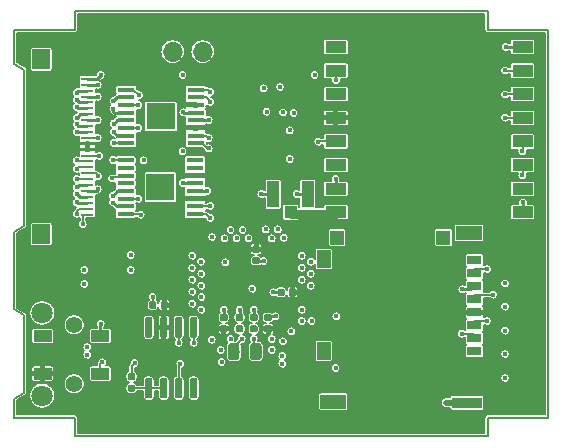
<source format=gbr>
%TF.GenerationSoftware,KiCad,Pcbnew,(5.1.4)-1*%
%TF.CreationDate,2019-10-25T20:43:54-07:00*%
%TF.ProjectId,mainboard,6d61696e-626f-4617-9264-2e6b69636164,rev?*%
%TF.SameCoordinates,Original*%
%TF.FileFunction,Copper,L4,Bot*%
%TF.FilePolarity,Positive*%
%FSLAX46Y46*%
G04 Gerber Fmt 4.6, Leading zero omitted, Abs format (unit mm)*
G04 Created by KiCad (PCBNEW (5.1.4)-1) date 2019-10-25 20:43:54*
%MOMM*%
%LPD*%
G04 APERTURE LIST*
%ADD10C,0.150000*%
%ADD11O,1.700000X1.700000*%
%ADD12R,1.500000X1.700000*%
%ADD13R,1.100000X0.250000*%
%ADD14R,1.500000X1.000000*%
%ADD15C,0.100000*%
%ADD16C,0.590000*%
%ADD17R,1.050000X1.050000*%
%ADD18R,1.050000X2.250000*%
%ADD19R,2.460000X2.310000*%
%ADD20R,1.475000X0.450000*%
%ADD21R,1.800000X1.000000*%
%ADD22C,0.600000*%
%ADD23R,1.150000X1.500000*%
%ADD24R,2.200000X1.150000*%
%ADD25R,1.200000X1.160000*%
%ADD26R,1.250000X1.160000*%
%ADD27R,2.500000X0.950000*%
%ADD28R,1.240000X0.800000*%
%ADD29C,0.975000*%
%ADD30C,1.408000*%
%ADD31C,1.800000*%
%ADD32C,0.450000*%
%ADD33C,0.152400*%
%ADD34C,0.250000*%
%ADD35C,0.508000*%
%ADD36C,0.762000*%
%ADD37C,0.127000*%
G04 APERTURE END LIST*
D10*
X76625100Y-98791400D02*
X76625100Y-92202000D01*
X77463300Y-78486000D02*
X76625100Y-77978000D01*
X77463300Y-91694000D02*
X76625100Y-92202000D01*
X77463300Y-78486000D02*
X77463300Y-91694000D01*
X81725100Y-75141600D02*
X81725100Y-73541600D01*
X81725100Y-107941600D02*
X81725100Y-109541600D01*
X121800300Y-107941600D02*
X116700300Y-107941600D01*
X76625100Y-75141600D02*
X81725100Y-75141600D01*
X116700300Y-107941600D02*
X116700300Y-109541600D01*
X116700300Y-73541600D02*
X116700300Y-75141600D01*
X121800300Y-75141600D02*
X116700300Y-75141600D01*
X76625100Y-107941600D02*
X76625100Y-106335200D01*
X81725100Y-107941600D02*
X76625100Y-107941600D01*
X77463300Y-99299400D02*
X76625100Y-98791400D01*
X121800300Y-107941600D02*
X121800300Y-75141600D01*
X77463300Y-105827200D02*
X76625100Y-106335200D01*
X77463300Y-99299400D02*
X77463300Y-105827200D01*
X81725100Y-109541600D02*
X116700300Y-109541600D01*
X116700300Y-73541600D02*
X81725100Y-73541600D01*
X76625100Y-75141600D02*
X76625100Y-77978000D01*
D11*
X92583000Y-76962000D03*
X90043000Y-76962000D03*
D12*
X78921780Y-77611260D03*
X78921780Y-92411260D03*
D13*
X82821780Y-79261260D03*
X82821780Y-79761260D03*
X82821780Y-80261260D03*
X82821780Y-80761260D03*
X82821780Y-81261260D03*
X82821780Y-81761260D03*
X82821780Y-82261260D03*
X82821780Y-82761260D03*
X82821780Y-83261260D03*
X82821780Y-83761260D03*
X82821780Y-84261260D03*
X82821780Y-84761260D03*
X82821780Y-85261260D03*
X82821780Y-85761260D03*
X82821780Y-86261260D03*
X82821780Y-86761260D03*
X82821780Y-87261260D03*
X82821780Y-87761260D03*
X82821780Y-88261260D03*
X82821780Y-88761260D03*
X82821780Y-89261260D03*
X82821780Y-89761260D03*
X82821780Y-90261260D03*
X82821780Y-90761260D03*
D14*
X79020500Y-104216000D03*
X79020500Y-101016000D03*
X83920500Y-104216000D03*
X83920500Y-101016000D03*
D15*
G36*
X88513458Y-98105710D02*
G01*
X88527776Y-98107834D01*
X88541817Y-98111351D01*
X88555446Y-98116228D01*
X88568531Y-98122417D01*
X88580947Y-98129858D01*
X88592573Y-98138481D01*
X88603298Y-98148202D01*
X88613019Y-98158927D01*
X88621642Y-98170553D01*
X88629083Y-98182969D01*
X88635272Y-98196054D01*
X88640149Y-98209683D01*
X88643666Y-98223724D01*
X88645790Y-98238042D01*
X88646500Y-98252500D01*
X88646500Y-98597500D01*
X88645790Y-98611958D01*
X88643666Y-98626276D01*
X88640149Y-98640317D01*
X88635272Y-98653946D01*
X88629083Y-98667031D01*
X88621642Y-98679447D01*
X88613019Y-98691073D01*
X88603298Y-98701798D01*
X88592573Y-98711519D01*
X88580947Y-98720142D01*
X88568531Y-98727583D01*
X88555446Y-98733772D01*
X88541817Y-98738649D01*
X88527776Y-98742166D01*
X88513458Y-98744290D01*
X88499000Y-98745000D01*
X88204000Y-98745000D01*
X88189542Y-98744290D01*
X88175224Y-98742166D01*
X88161183Y-98738649D01*
X88147554Y-98733772D01*
X88134469Y-98727583D01*
X88122053Y-98720142D01*
X88110427Y-98711519D01*
X88099702Y-98701798D01*
X88089981Y-98691073D01*
X88081358Y-98679447D01*
X88073917Y-98667031D01*
X88067728Y-98653946D01*
X88062851Y-98640317D01*
X88059334Y-98626276D01*
X88057210Y-98611958D01*
X88056500Y-98597500D01*
X88056500Y-98252500D01*
X88057210Y-98238042D01*
X88059334Y-98223724D01*
X88062851Y-98209683D01*
X88067728Y-98196054D01*
X88073917Y-98182969D01*
X88081358Y-98170553D01*
X88089981Y-98158927D01*
X88099702Y-98148202D01*
X88110427Y-98138481D01*
X88122053Y-98129858D01*
X88134469Y-98122417D01*
X88147554Y-98116228D01*
X88161183Y-98111351D01*
X88175224Y-98107834D01*
X88189542Y-98105710D01*
X88204000Y-98105000D01*
X88499000Y-98105000D01*
X88513458Y-98105710D01*
X88513458Y-98105710D01*
G37*
D16*
X88351500Y-98425000D03*
D15*
G36*
X89483458Y-98105710D02*
G01*
X89497776Y-98107834D01*
X89511817Y-98111351D01*
X89525446Y-98116228D01*
X89538531Y-98122417D01*
X89550947Y-98129858D01*
X89562573Y-98138481D01*
X89573298Y-98148202D01*
X89583019Y-98158927D01*
X89591642Y-98170553D01*
X89599083Y-98182969D01*
X89605272Y-98196054D01*
X89610149Y-98209683D01*
X89613666Y-98223724D01*
X89615790Y-98238042D01*
X89616500Y-98252500D01*
X89616500Y-98597500D01*
X89615790Y-98611958D01*
X89613666Y-98626276D01*
X89610149Y-98640317D01*
X89605272Y-98653946D01*
X89599083Y-98667031D01*
X89591642Y-98679447D01*
X89583019Y-98691073D01*
X89573298Y-98701798D01*
X89562573Y-98711519D01*
X89550947Y-98720142D01*
X89538531Y-98727583D01*
X89525446Y-98733772D01*
X89511817Y-98738649D01*
X89497776Y-98742166D01*
X89483458Y-98744290D01*
X89469000Y-98745000D01*
X89174000Y-98745000D01*
X89159542Y-98744290D01*
X89145224Y-98742166D01*
X89131183Y-98738649D01*
X89117554Y-98733772D01*
X89104469Y-98727583D01*
X89092053Y-98720142D01*
X89080427Y-98711519D01*
X89069702Y-98701798D01*
X89059981Y-98691073D01*
X89051358Y-98679447D01*
X89043917Y-98667031D01*
X89037728Y-98653946D01*
X89032851Y-98640317D01*
X89029334Y-98626276D01*
X89027210Y-98611958D01*
X89026500Y-98597500D01*
X89026500Y-98252500D01*
X89027210Y-98238042D01*
X89029334Y-98223724D01*
X89032851Y-98209683D01*
X89037728Y-98196054D01*
X89043917Y-98182969D01*
X89051358Y-98170553D01*
X89059981Y-98158927D01*
X89069702Y-98148202D01*
X89080427Y-98138481D01*
X89092053Y-98129858D01*
X89104469Y-98122417D01*
X89117554Y-98116228D01*
X89131183Y-98111351D01*
X89145224Y-98107834D01*
X89159542Y-98105710D01*
X89174000Y-98105000D01*
X89469000Y-98105000D01*
X89483458Y-98105710D01*
X89483458Y-98105710D01*
G37*
D16*
X89321500Y-98425000D03*
D17*
X100012500Y-90552000D03*
D18*
X98537500Y-89027000D03*
X101487500Y-89027000D03*
D15*
G36*
X94547958Y-99172250D02*
G01*
X94562276Y-99174374D01*
X94576317Y-99177891D01*
X94589946Y-99182768D01*
X94603031Y-99188957D01*
X94615447Y-99196398D01*
X94627073Y-99205021D01*
X94637798Y-99214742D01*
X94647519Y-99225467D01*
X94656142Y-99237093D01*
X94663583Y-99249509D01*
X94669772Y-99262594D01*
X94674649Y-99276223D01*
X94678166Y-99290264D01*
X94680290Y-99304582D01*
X94681000Y-99319040D01*
X94681000Y-99614040D01*
X94680290Y-99628498D01*
X94678166Y-99642816D01*
X94674649Y-99656857D01*
X94669772Y-99670486D01*
X94663583Y-99683571D01*
X94656142Y-99695987D01*
X94647519Y-99707613D01*
X94637798Y-99718338D01*
X94627073Y-99728059D01*
X94615447Y-99736682D01*
X94603031Y-99744123D01*
X94589946Y-99750312D01*
X94576317Y-99755189D01*
X94562276Y-99758706D01*
X94547958Y-99760830D01*
X94533500Y-99761540D01*
X94188500Y-99761540D01*
X94174042Y-99760830D01*
X94159724Y-99758706D01*
X94145683Y-99755189D01*
X94132054Y-99750312D01*
X94118969Y-99744123D01*
X94106553Y-99736682D01*
X94094927Y-99728059D01*
X94084202Y-99718338D01*
X94074481Y-99707613D01*
X94065858Y-99695987D01*
X94058417Y-99683571D01*
X94052228Y-99670486D01*
X94047351Y-99656857D01*
X94043834Y-99642816D01*
X94041710Y-99628498D01*
X94041000Y-99614040D01*
X94041000Y-99319040D01*
X94041710Y-99304582D01*
X94043834Y-99290264D01*
X94047351Y-99276223D01*
X94052228Y-99262594D01*
X94058417Y-99249509D01*
X94065858Y-99237093D01*
X94074481Y-99225467D01*
X94084202Y-99214742D01*
X94094927Y-99205021D01*
X94106553Y-99196398D01*
X94118969Y-99188957D01*
X94132054Y-99182768D01*
X94145683Y-99177891D01*
X94159724Y-99174374D01*
X94174042Y-99172250D01*
X94188500Y-99171540D01*
X94533500Y-99171540D01*
X94547958Y-99172250D01*
X94547958Y-99172250D01*
G37*
D16*
X94361000Y-99466540D03*
D15*
G36*
X94547958Y-100142250D02*
G01*
X94562276Y-100144374D01*
X94576317Y-100147891D01*
X94589946Y-100152768D01*
X94603031Y-100158957D01*
X94615447Y-100166398D01*
X94627073Y-100175021D01*
X94637798Y-100184742D01*
X94647519Y-100195467D01*
X94656142Y-100207093D01*
X94663583Y-100219509D01*
X94669772Y-100232594D01*
X94674649Y-100246223D01*
X94678166Y-100260264D01*
X94680290Y-100274582D01*
X94681000Y-100289040D01*
X94681000Y-100584040D01*
X94680290Y-100598498D01*
X94678166Y-100612816D01*
X94674649Y-100626857D01*
X94669772Y-100640486D01*
X94663583Y-100653571D01*
X94656142Y-100665987D01*
X94647519Y-100677613D01*
X94637798Y-100688338D01*
X94627073Y-100698059D01*
X94615447Y-100706682D01*
X94603031Y-100714123D01*
X94589946Y-100720312D01*
X94576317Y-100725189D01*
X94562276Y-100728706D01*
X94547958Y-100730830D01*
X94533500Y-100731540D01*
X94188500Y-100731540D01*
X94174042Y-100730830D01*
X94159724Y-100728706D01*
X94145683Y-100725189D01*
X94132054Y-100720312D01*
X94118969Y-100714123D01*
X94106553Y-100706682D01*
X94094927Y-100698059D01*
X94084202Y-100688338D01*
X94074481Y-100677613D01*
X94065858Y-100665987D01*
X94058417Y-100653571D01*
X94052228Y-100640486D01*
X94047351Y-100626857D01*
X94043834Y-100612816D01*
X94041710Y-100598498D01*
X94041000Y-100584040D01*
X94041000Y-100289040D01*
X94041710Y-100274582D01*
X94043834Y-100260264D01*
X94047351Y-100246223D01*
X94052228Y-100232594D01*
X94058417Y-100219509D01*
X94065858Y-100207093D01*
X94074481Y-100195467D01*
X94084202Y-100184742D01*
X94094927Y-100175021D01*
X94106553Y-100166398D01*
X94118969Y-100158957D01*
X94132054Y-100152768D01*
X94145683Y-100147891D01*
X94159724Y-100144374D01*
X94174042Y-100142250D01*
X94188500Y-100141540D01*
X94533500Y-100141540D01*
X94547958Y-100142250D01*
X94547958Y-100142250D01*
G37*
D16*
X94361000Y-100436540D03*
D15*
G36*
X97278458Y-94361210D02*
G01*
X97292776Y-94363334D01*
X97306817Y-94366851D01*
X97320446Y-94371728D01*
X97333531Y-94377917D01*
X97345947Y-94385358D01*
X97357573Y-94393981D01*
X97368298Y-94403702D01*
X97378019Y-94414427D01*
X97386642Y-94426053D01*
X97394083Y-94438469D01*
X97400272Y-94451554D01*
X97405149Y-94465183D01*
X97408666Y-94479224D01*
X97410790Y-94493542D01*
X97411500Y-94508000D01*
X97411500Y-94803000D01*
X97410790Y-94817458D01*
X97408666Y-94831776D01*
X97405149Y-94845817D01*
X97400272Y-94859446D01*
X97394083Y-94872531D01*
X97386642Y-94884947D01*
X97378019Y-94896573D01*
X97368298Y-94907298D01*
X97357573Y-94917019D01*
X97345947Y-94925642D01*
X97333531Y-94933083D01*
X97320446Y-94939272D01*
X97306817Y-94944149D01*
X97292776Y-94947666D01*
X97278458Y-94949790D01*
X97264000Y-94950500D01*
X96919000Y-94950500D01*
X96904542Y-94949790D01*
X96890224Y-94947666D01*
X96876183Y-94944149D01*
X96862554Y-94939272D01*
X96849469Y-94933083D01*
X96837053Y-94925642D01*
X96825427Y-94917019D01*
X96814702Y-94907298D01*
X96804981Y-94896573D01*
X96796358Y-94884947D01*
X96788917Y-94872531D01*
X96782728Y-94859446D01*
X96777851Y-94845817D01*
X96774334Y-94831776D01*
X96772210Y-94817458D01*
X96771500Y-94803000D01*
X96771500Y-94508000D01*
X96772210Y-94493542D01*
X96774334Y-94479224D01*
X96777851Y-94465183D01*
X96782728Y-94451554D01*
X96788917Y-94438469D01*
X96796358Y-94426053D01*
X96804981Y-94414427D01*
X96814702Y-94403702D01*
X96825427Y-94393981D01*
X96837053Y-94385358D01*
X96849469Y-94377917D01*
X96862554Y-94371728D01*
X96876183Y-94366851D01*
X96890224Y-94363334D01*
X96904542Y-94361210D01*
X96919000Y-94360500D01*
X97264000Y-94360500D01*
X97278458Y-94361210D01*
X97278458Y-94361210D01*
G37*
D16*
X97091500Y-94655500D03*
D15*
G36*
X97278458Y-93391210D02*
G01*
X97292776Y-93393334D01*
X97306817Y-93396851D01*
X97320446Y-93401728D01*
X97333531Y-93407917D01*
X97345947Y-93415358D01*
X97357573Y-93423981D01*
X97368298Y-93433702D01*
X97378019Y-93444427D01*
X97386642Y-93456053D01*
X97394083Y-93468469D01*
X97400272Y-93481554D01*
X97405149Y-93495183D01*
X97408666Y-93509224D01*
X97410790Y-93523542D01*
X97411500Y-93538000D01*
X97411500Y-93833000D01*
X97410790Y-93847458D01*
X97408666Y-93861776D01*
X97405149Y-93875817D01*
X97400272Y-93889446D01*
X97394083Y-93902531D01*
X97386642Y-93914947D01*
X97378019Y-93926573D01*
X97368298Y-93937298D01*
X97357573Y-93947019D01*
X97345947Y-93955642D01*
X97333531Y-93963083D01*
X97320446Y-93969272D01*
X97306817Y-93974149D01*
X97292776Y-93977666D01*
X97278458Y-93979790D01*
X97264000Y-93980500D01*
X96919000Y-93980500D01*
X96904542Y-93979790D01*
X96890224Y-93977666D01*
X96876183Y-93974149D01*
X96862554Y-93969272D01*
X96849469Y-93963083D01*
X96837053Y-93955642D01*
X96825427Y-93947019D01*
X96814702Y-93937298D01*
X96804981Y-93926573D01*
X96796358Y-93914947D01*
X96788917Y-93902531D01*
X96782728Y-93889446D01*
X96777851Y-93875817D01*
X96774334Y-93861776D01*
X96772210Y-93847458D01*
X96771500Y-93833000D01*
X96771500Y-93538000D01*
X96772210Y-93523542D01*
X96774334Y-93509224D01*
X96777851Y-93495183D01*
X96782728Y-93481554D01*
X96788917Y-93468469D01*
X96796358Y-93456053D01*
X96804981Y-93444427D01*
X96814702Y-93433702D01*
X96825427Y-93423981D01*
X96837053Y-93415358D01*
X96849469Y-93407917D01*
X96862554Y-93401728D01*
X96876183Y-93396851D01*
X96890224Y-93393334D01*
X96904542Y-93391210D01*
X96919000Y-93390500D01*
X97264000Y-93390500D01*
X97278458Y-93391210D01*
X97278458Y-93391210D01*
G37*
D16*
X97091500Y-93685500D03*
D19*
X88988900Y-88442800D03*
D20*
X91926900Y-90717800D03*
X91926900Y-90067800D03*
X91926900Y-89417800D03*
X91926900Y-88767800D03*
X91926900Y-88117800D03*
X91926900Y-87467800D03*
X91926900Y-86817800D03*
X91926900Y-86167800D03*
X86050900Y-86167800D03*
X86050900Y-86817800D03*
X86050900Y-87467800D03*
X86050900Y-88117800D03*
X86050900Y-88767800D03*
X86050900Y-89417800D03*
X86050900Y-90067800D03*
X86050900Y-90717800D03*
D19*
X89039700Y-82448400D03*
D20*
X91977700Y-84723400D03*
X91977700Y-84073400D03*
X91977700Y-83423400D03*
X91977700Y-82773400D03*
X91977700Y-82123400D03*
X91977700Y-81473400D03*
X91977700Y-80823400D03*
X91977700Y-80173400D03*
X86101700Y-80173400D03*
X86101700Y-80823400D03*
X86101700Y-81473400D03*
X86101700Y-82123400D03*
X86101700Y-82773400D03*
X86101700Y-83423400D03*
X86101700Y-84073400D03*
X86101700Y-84723400D03*
D21*
X103860000Y-76566000D03*
X103860000Y-78566000D03*
X103860000Y-80566000D03*
X103860000Y-82566000D03*
X103860000Y-84566000D03*
X103860000Y-86566000D03*
X103860000Y-88566000D03*
X103860000Y-90566000D03*
X119660000Y-90566000D03*
X119660000Y-88566000D03*
X119660000Y-86566000D03*
X119660000Y-84566000D03*
X119660000Y-82566000D03*
X119660000Y-80566000D03*
X119660000Y-78566000D03*
X119660000Y-76566000D03*
D15*
G36*
X88175703Y-104570722D02*
G01*
X88190264Y-104572882D01*
X88204543Y-104576459D01*
X88218403Y-104581418D01*
X88231710Y-104587712D01*
X88244336Y-104595280D01*
X88256159Y-104604048D01*
X88267066Y-104613934D01*
X88276952Y-104624841D01*
X88285720Y-104636664D01*
X88293288Y-104649290D01*
X88299582Y-104662597D01*
X88304541Y-104676457D01*
X88308118Y-104690736D01*
X88310278Y-104705297D01*
X88311000Y-104720000D01*
X88311000Y-106170000D01*
X88310278Y-106184703D01*
X88308118Y-106199264D01*
X88304541Y-106213543D01*
X88299582Y-106227403D01*
X88293288Y-106240710D01*
X88285720Y-106253336D01*
X88276952Y-106265159D01*
X88267066Y-106276066D01*
X88256159Y-106285952D01*
X88244336Y-106294720D01*
X88231710Y-106302288D01*
X88218403Y-106308582D01*
X88204543Y-106313541D01*
X88190264Y-106317118D01*
X88175703Y-106319278D01*
X88161000Y-106320000D01*
X87861000Y-106320000D01*
X87846297Y-106319278D01*
X87831736Y-106317118D01*
X87817457Y-106313541D01*
X87803597Y-106308582D01*
X87790290Y-106302288D01*
X87777664Y-106294720D01*
X87765841Y-106285952D01*
X87754934Y-106276066D01*
X87745048Y-106265159D01*
X87736280Y-106253336D01*
X87728712Y-106240710D01*
X87722418Y-106227403D01*
X87717459Y-106213543D01*
X87713882Y-106199264D01*
X87711722Y-106184703D01*
X87711000Y-106170000D01*
X87711000Y-104720000D01*
X87711722Y-104705297D01*
X87713882Y-104690736D01*
X87717459Y-104676457D01*
X87722418Y-104662597D01*
X87728712Y-104649290D01*
X87736280Y-104636664D01*
X87745048Y-104624841D01*
X87754934Y-104613934D01*
X87765841Y-104604048D01*
X87777664Y-104595280D01*
X87790290Y-104587712D01*
X87803597Y-104581418D01*
X87817457Y-104576459D01*
X87831736Y-104572882D01*
X87846297Y-104570722D01*
X87861000Y-104570000D01*
X88161000Y-104570000D01*
X88175703Y-104570722D01*
X88175703Y-104570722D01*
G37*
D22*
X88011000Y-105445000D03*
D15*
G36*
X89445703Y-104570722D02*
G01*
X89460264Y-104572882D01*
X89474543Y-104576459D01*
X89488403Y-104581418D01*
X89501710Y-104587712D01*
X89514336Y-104595280D01*
X89526159Y-104604048D01*
X89537066Y-104613934D01*
X89546952Y-104624841D01*
X89555720Y-104636664D01*
X89563288Y-104649290D01*
X89569582Y-104662597D01*
X89574541Y-104676457D01*
X89578118Y-104690736D01*
X89580278Y-104705297D01*
X89581000Y-104720000D01*
X89581000Y-106170000D01*
X89580278Y-106184703D01*
X89578118Y-106199264D01*
X89574541Y-106213543D01*
X89569582Y-106227403D01*
X89563288Y-106240710D01*
X89555720Y-106253336D01*
X89546952Y-106265159D01*
X89537066Y-106276066D01*
X89526159Y-106285952D01*
X89514336Y-106294720D01*
X89501710Y-106302288D01*
X89488403Y-106308582D01*
X89474543Y-106313541D01*
X89460264Y-106317118D01*
X89445703Y-106319278D01*
X89431000Y-106320000D01*
X89131000Y-106320000D01*
X89116297Y-106319278D01*
X89101736Y-106317118D01*
X89087457Y-106313541D01*
X89073597Y-106308582D01*
X89060290Y-106302288D01*
X89047664Y-106294720D01*
X89035841Y-106285952D01*
X89024934Y-106276066D01*
X89015048Y-106265159D01*
X89006280Y-106253336D01*
X88998712Y-106240710D01*
X88992418Y-106227403D01*
X88987459Y-106213543D01*
X88983882Y-106199264D01*
X88981722Y-106184703D01*
X88981000Y-106170000D01*
X88981000Y-104720000D01*
X88981722Y-104705297D01*
X88983882Y-104690736D01*
X88987459Y-104676457D01*
X88992418Y-104662597D01*
X88998712Y-104649290D01*
X89006280Y-104636664D01*
X89015048Y-104624841D01*
X89024934Y-104613934D01*
X89035841Y-104604048D01*
X89047664Y-104595280D01*
X89060290Y-104587712D01*
X89073597Y-104581418D01*
X89087457Y-104576459D01*
X89101736Y-104572882D01*
X89116297Y-104570722D01*
X89131000Y-104570000D01*
X89431000Y-104570000D01*
X89445703Y-104570722D01*
X89445703Y-104570722D01*
G37*
D22*
X89281000Y-105445000D03*
D15*
G36*
X90715703Y-104570722D02*
G01*
X90730264Y-104572882D01*
X90744543Y-104576459D01*
X90758403Y-104581418D01*
X90771710Y-104587712D01*
X90784336Y-104595280D01*
X90796159Y-104604048D01*
X90807066Y-104613934D01*
X90816952Y-104624841D01*
X90825720Y-104636664D01*
X90833288Y-104649290D01*
X90839582Y-104662597D01*
X90844541Y-104676457D01*
X90848118Y-104690736D01*
X90850278Y-104705297D01*
X90851000Y-104720000D01*
X90851000Y-106170000D01*
X90850278Y-106184703D01*
X90848118Y-106199264D01*
X90844541Y-106213543D01*
X90839582Y-106227403D01*
X90833288Y-106240710D01*
X90825720Y-106253336D01*
X90816952Y-106265159D01*
X90807066Y-106276066D01*
X90796159Y-106285952D01*
X90784336Y-106294720D01*
X90771710Y-106302288D01*
X90758403Y-106308582D01*
X90744543Y-106313541D01*
X90730264Y-106317118D01*
X90715703Y-106319278D01*
X90701000Y-106320000D01*
X90401000Y-106320000D01*
X90386297Y-106319278D01*
X90371736Y-106317118D01*
X90357457Y-106313541D01*
X90343597Y-106308582D01*
X90330290Y-106302288D01*
X90317664Y-106294720D01*
X90305841Y-106285952D01*
X90294934Y-106276066D01*
X90285048Y-106265159D01*
X90276280Y-106253336D01*
X90268712Y-106240710D01*
X90262418Y-106227403D01*
X90257459Y-106213543D01*
X90253882Y-106199264D01*
X90251722Y-106184703D01*
X90251000Y-106170000D01*
X90251000Y-104720000D01*
X90251722Y-104705297D01*
X90253882Y-104690736D01*
X90257459Y-104676457D01*
X90262418Y-104662597D01*
X90268712Y-104649290D01*
X90276280Y-104636664D01*
X90285048Y-104624841D01*
X90294934Y-104613934D01*
X90305841Y-104604048D01*
X90317664Y-104595280D01*
X90330290Y-104587712D01*
X90343597Y-104581418D01*
X90357457Y-104576459D01*
X90371736Y-104572882D01*
X90386297Y-104570722D01*
X90401000Y-104570000D01*
X90701000Y-104570000D01*
X90715703Y-104570722D01*
X90715703Y-104570722D01*
G37*
D22*
X90551000Y-105445000D03*
D15*
G36*
X91985703Y-104570722D02*
G01*
X92000264Y-104572882D01*
X92014543Y-104576459D01*
X92028403Y-104581418D01*
X92041710Y-104587712D01*
X92054336Y-104595280D01*
X92066159Y-104604048D01*
X92077066Y-104613934D01*
X92086952Y-104624841D01*
X92095720Y-104636664D01*
X92103288Y-104649290D01*
X92109582Y-104662597D01*
X92114541Y-104676457D01*
X92118118Y-104690736D01*
X92120278Y-104705297D01*
X92121000Y-104720000D01*
X92121000Y-106170000D01*
X92120278Y-106184703D01*
X92118118Y-106199264D01*
X92114541Y-106213543D01*
X92109582Y-106227403D01*
X92103288Y-106240710D01*
X92095720Y-106253336D01*
X92086952Y-106265159D01*
X92077066Y-106276066D01*
X92066159Y-106285952D01*
X92054336Y-106294720D01*
X92041710Y-106302288D01*
X92028403Y-106308582D01*
X92014543Y-106313541D01*
X92000264Y-106317118D01*
X91985703Y-106319278D01*
X91971000Y-106320000D01*
X91671000Y-106320000D01*
X91656297Y-106319278D01*
X91641736Y-106317118D01*
X91627457Y-106313541D01*
X91613597Y-106308582D01*
X91600290Y-106302288D01*
X91587664Y-106294720D01*
X91575841Y-106285952D01*
X91564934Y-106276066D01*
X91555048Y-106265159D01*
X91546280Y-106253336D01*
X91538712Y-106240710D01*
X91532418Y-106227403D01*
X91527459Y-106213543D01*
X91523882Y-106199264D01*
X91521722Y-106184703D01*
X91521000Y-106170000D01*
X91521000Y-104720000D01*
X91521722Y-104705297D01*
X91523882Y-104690736D01*
X91527459Y-104676457D01*
X91532418Y-104662597D01*
X91538712Y-104649290D01*
X91546280Y-104636664D01*
X91555048Y-104624841D01*
X91564934Y-104613934D01*
X91575841Y-104604048D01*
X91587664Y-104595280D01*
X91600290Y-104587712D01*
X91613597Y-104581418D01*
X91627457Y-104576459D01*
X91641736Y-104572882D01*
X91656297Y-104570722D01*
X91671000Y-104570000D01*
X91971000Y-104570000D01*
X91985703Y-104570722D01*
X91985703Y-104570722D01*
G37*
D22*
X91821000Y-105445000D03*
D15*
G36*
X91985703Y-99420722D02*
G01*
X92000264Y-99422882D01*
X92014543Y-99426459D01*
X92028403Y-99431418D01*
X92041710Y-99437712D01*
X92054336Y-99445280D01*
X92066159Y-99454048D01*
X92077066Y-99463934D01*
X92086952Y-99474841D01*
X92095720Y-99486664D01*
X92103288Y-99499290D01*
X92109582Y-99512597D01*
X92114541Y-99526457D01*
X92118118Y-99540736D01*
X92120278Y-99555297D01*
X92121000Y-99570000D01*
X92121000Y-101020000D01*
X92120278Y-101034703D01*
X92118118Y-101049264D01*
X92114541Y-101063543D01*
X92109582Y-101077403D01*
X92103288Y-101090710D01*
X92095720Y-101103336D01*
X92086952Y-101115159D01*
X92077066Y-101126066D01*
X92066159Y-101135952D01*
X92054336Y-101144720D01*
X92041710Y-101152288D01*
X92028403Y-101158582D01*
X92014543Y-101163541D01*
X92000264Y-101167118D01*
X91985703Y-101169278D01*
X91971000Y-101170000D01*
X91671000Y-101170000D01*
X91656297Y-101169278D01*
X91641736Y-101167118D01*
X91627457Y-101163541D01*
X91613597Y-101158582D01*
X91600290Y-101152288D01*
X91587664Y-101144720D01*
X91575841Y-101135952D01*
X91564934Y-101126066D01*
X91555048Y-101115159D01*
X91546280Y-101103336D01*
X91538712Y-101090710D01*
X91532418Y-101077403D01*
X91527459Y-101063543D01*
X91523882Y-101049264D01*
X91521722Y-101034703D01*
X91521000Y-101020000D01*
X91521000Y-99570000D01*
X91521722Y-99555297D01*
X91523882Y-99540736D01*
X91527459Y-99526457D01*
X91532418Y-99512597D01*
X91538712Y-99499290D01*
X91546280Y-99486664D01*
X91555048Y-99474841D01*
X91564934Y-99463934D01*
X91575841Y-99454048D01*
X91587664Y-99445280D01*
X91600290Y-99437712D01*
X91613597Y-99431418D01*
X91627457Y-99426459D01*
X91641736Y-99422882D01*
X91656297Y-99420722D01*
X91671000Y-99420000D01*
X91971000Y-99420000D01*
X91985703Y-99420722D01*
X91985703Y-99420722D01*
G37*
D22*
X91821000Y-100295000D03*
D15*
G36*
X90715703Y-99420722D02*
G01*
X90730264Y-99422882D01*
X90744543Y-99426459D01*
X90758403Y-99431418D01*
X90771710Y-99437712D01*
X90784336Y-99445280D01*
X90796159Y-99454048D01*
X90807066Y-99463934D01*
X90816952Y-99474841D01*
X90825720Y-99486664D01*
X90833288Y-99499290D01*
X90839582Y-99512597D01*
X90844541Y-99526457D01*
X90848118Y-99540736D01*
X90850278Y-99555297D01*
X90851000Y-99570000D01*
X90851000Y-101020000D01*
X90850278Y-101034703D01*
X90848118Y-101049264D01*
X90844541Y-101063543D01*
X90839582Y-101077403D01*
X90833288Y-101090710D01*
X90825720Y-101103336D01*
X90816952Y-101115159D01*
X90807066Y-101126066D01*
X90796159Y-101135952D01*
X90784336Y-101144720D01*
X90771710Y-101152288D01*
X90758403Y-101158582D01*
X90744543Y-101163541D01*
X90730264Y-101167118D01*
X90715703Y-101169278D01*
X90701000Y-101170000D01*
X90401000Y-101170000D01*
X90386297Y-101169278D01*
X90371736Y-101167118D01*
X90357457Y-101163541D01*
X90343597Y-101158582D01*
X90330290Y-101152288D01*
X90317664Y-101144720D01*
X90305841Y-101135952D01*
X90294934Y-101126066D01*
X90285048Y-101115159D01*
X90276280Y-101103336D01*
X90268712Y-101090710D01*
X90262418Y-101077403D01*
X90257459Y-101063543D01*
X90253882Y-101049264D01*
X90251722Y-101034703D01*
X90251000Y-101020000D01*
X90251000Y-99570000D01*
X90251722Y-99555297D01*
X90253882Y-99540736D01*
X90257459Y-99526457D01*
X90262418Y-99512597D01*
X90268712Y-99499290D01*
X90276280Y-99486664D01*
X90285048Y-99474841D01*
X90294934Y-99463934D01*
X90305841Y-99454048D01*
X90317664Y-99445280D01*
X90330290Y-99437712D01*
X90343597Y-99431418D01*
X90357457Y-99426459D01*
X90371736Y-99422882D01*
X90386297Y-99420722D01*
X90401000Y-99420000D01*
X90701000Y-99420000D01*
X90715703Y-99420722D01*
X90715703Y-99420722D01*
G37*
D22*
X90551000Y-100295000D03*
D15*
G36*
X89445703Y-99420722D02*
G01*
X89460264Y-99422882D01*
X89474543Y-99426459D01*
X89488403Y-99431418D01*
X89501710Y-99437712D01*
X89514336Y-99445280D01*
X89526159Y-99454048D01*
X89537066Y-99463934D01*
X89546952Y-99474841D01*
X89555720Y-99486664D01*
X89563288Y-99499290D01*
X89569582Y-99512597D01*
X89574541Y-99526457D01*
X89578118Y-99540736D01*
X89580278Y-99555297D01*
X89581000Y-99570000D01*
X89581000Y-101020000D01*
X89580278Y-101034703D01*
X89578118Y-101049264D01*
X89574541Y-101063543D01*
X89569582Y-101077403D01*
X89563288Y-101090710D01*
X89555720Y-101103336D01*
X89546952Y-101115159D01*
X89537066Y-101126066D01*
X89526159Y-101135952D01*
X89514336Y-101144720D01*
X89501710Y-101152288D01*
X89488403Y-101158582D01*
X89474543Y-101163541D01*
X89460264Y-101167118D01*
X89445703Y-101169278D01*
X89431000Y-101170000D01*
X89131000Y-101170000D01*
X89116297Y-101169278D01*
X89101736Y-101167118D01*
X89087457Y-101163541D01*
X89073597Y-101158582D01*
X89060290Y-101152288D01*
X89047664Y-101144720D01*
X89035841Y-101135952D01*
X89024934Y-101126066D01*
X89015048Y-101115159D01*
X89006280Y-101103336D01*
X88998712Y-101090710D01*
X88992418Y-101077403D01*
X88987459Y-101063543D01*
X88983882Y-101049264D01*
X88981722Y-101034703D01*
X88981000Y-101020000D01*
X88981000Y-99570000D01*
X88981722Y-99555297D01*
X88983882Y-99540736D01*
X88987459Y-99526457D01*
X88992418Y-99512597D01*
X88998712Y-99499290D01*
X89006280Y-99486664D01*
X89015048Y-99474841D01*
X89024934Y-99463934D01*
X89035841Y-99454048D01*
X89047664Y-99445280D01*
X89060290Y-99437712D01*
X89073597Y-99431418D01*
X89087457Y-99426459D01*
X89101736Y-99422882D01*
X89116297Y-99420722D01*
X89131000Y-99420000D01*
X89431000Y-99420000D01*
X89445703Y-99420722D01*
X89445703Y-99420722D01*
G37*
D22*
X89281000Y-100295000D03*
D15*
G36*
X88175703Y-99420722D02*
G01*
X88190264Y-99422882D01*
X88204543Y-99426459D01*
X88218403Y-99431418D01*
X88231710Y-99437712D01*
X88244336Y-99445280D01*
X88256159Y-99454048D01*
X88267066Y-99463934D01*
X88276952Y-99474841D01*
X88285720Y-99486664D01*
X88293288Y-99499290D01*
X88299582Y-99512597D01*
X88304541Y-99526457D01*
X88308118Y-99540736D01*
X88310278Y-99555297D01*
X88311000Y-99570000D01*
X88311000Y-101020000D01*
X88310278Y-101034703D01*
X88308118Y-101049264D01*
X88304541Y-101063543D01*
X88299582Y-101077403D01*
X88293288Y-101090710D01*
X88285720Y-101103336D01*
X88276952Y-101115159D01*
X88267066Y-101126066D01*
X88256159Y-101135952D01*
X88244336Y-101144720D01*
X88231710Y-101152288D01*
X88218403Y-101158582D01*
X88204543Y-101163541D01*
X88190264Y-101167118D01*
X88175703Y-101169278D01*
X88161000Y-101170000D01*
X87861000Y-101170000D01*
X87846297Y-101169278D01*
X87831736Y-101167118D01*
X87817457Y-101163541D01*
X87803597Y-101158582D01*
X87790290Y-101152288D01*
X87777664Y-101144720D01*
X87765841Y-101135952D01*
X87754934Y-101126066D01*
X87745048Y-101115159D01*
X87736280Y-101103336D01*
X87728712Y-101090710D01*
X87722418Y-101077403D01*
X87717459Y-101063543D01*
X87713882Y-101049264D01*
X87711722Y-101034703D01*
X87711000Y-101020000D01*
X87711000Y-99570000D01*
X87711722Y-99555297D01*
X87713882Y-99540736D01*
X87717459Y-99526457D01*
X87722418Y-99512597D01*
X87728712Y-99499290D01*
X87736280Y-99486664D01*
X87745048Y-99474841D01*
X87754934Y-99463934D01*
X87765841Y-99454048D01*
X87777664Y-99445280D01*
X87790290Y-99437712D01*
X87803597Y-99431418D01*
X87817457Y-99426459D01*
X87831736Y-99422882D01*
X87846297Y-99420722D01*
X87861000Y-99420000D01*
X88161000Y-99420000D01*
X88175703Y-99420722D01*
X88175703Y-99420722D01*
G37*
D22*
X88011000Y-100295000D03*
D15*
G36*
X86737458Y-105156210D02*
G01*
X86751776Y-105158334D01*
X86765817Y-105161851D01*
X86779446Y-105166728D01*
X86792531Y-105172917D01*
X86804947Y-105180358D01*
X86816573Y-105188981D01*
X86827298Y-105198702D01*
X86837019Y-105209427D01*
X86845642Y-105221053D01*
X86853083Y-105233469D01*
X86859272Y-105246554D01*
X86864149Y-105260183D01*
X86867666Y-105274224D01*
X86869790Y-105288542D01*
X86870500Y-105303000D01*
X86870500Y-105598000D01*
X86869790Y-105612458D01*
X86867666Y-105626776D01*
X86864149Y-105640817D01*
X86859272Y-105654446D01*
X86853083Y-105667531D01*
X86845642Y-105679947D01*
X86837019Y-105691573D01*
X86827298Y-105702298D01*
X86816573Y-105712019D01*
X86804947Y-105720642D01*
X86792531Y-105728083D01*
X86779446Y-105734272D01*
X86765817Y-105739149D01*
X86751776Y-105742666D01*
X86737458Y-105744790D01*
X86723000Y-105745500D01*
X86378000Y-105745500D01*
X86363542Y-105744790D01*
X86349224Y-105742666D01*
X86335183Y-105739149D01*
X86321554Y-105734272D01*
X86308469Y-105728083D01*
X86296053Y-105720642D01*
X86284427Y-105712019D01*
X86273702Y-105702298D01*
X86263981Y-105691573D01*
X86255358Y-105679947D01*
X86247917Y-105667531D01*
X86241728Y-105654446D01*
X86236851Y-105640817D01*
X86233334Y-105626776D01*
X86231210Y-105612458D01*
X86230500Y-105598000D01*
X86230500Y-105303000D01*
X86231210Y-105288542D01*
X86233334Y-105274224D01*
X86236851Y-105260183D01*
X86241728Y-105246554D01*
X86247917Y-105233469D01*
X86255358Y-105221053D01*
X86263981Y-105209427D01*
X86273702Y-105198702D01*
X86284427Y-105188981D01*
X86296053Y-105180358D01*
X86308469Y-105172917D01*
X86321554Y-105166728D01*
X86335183Y-105161851D01*
X86349224Y-105158334D01*
X86363542Y-105156210D01*
X86378000Y-105155500D01*
X86723000Y-105155500D01*
X86737458Y-105156210D01*
X86737458Y-105156210D01*
G37*
D16*
X86550500Y-105450500D03*
D15*
G36*
X86737458Y-104186210D02*
G01*
X86751776Y-104188334D01*
X86765817Y-104191851D01*
X86779446Y-104196728D01*
X86792531Y-104202917D01*
X86804947Y-104210358D01*
X86816573Y-104218981D01*
X86827298Y-104228702D01*
X86837019Y-104239427D01*
X86845642Y-104251053D01*
X86853083Y-104263469D01*
X86859272Y-104276554D01*
X86864149Y-104290183D01*
X86867666Y-104304224D01*
X86869790Y-104318542D01*
X86870500Y-104333000D01*
X86870500Y-104628000D01*
X86869790Y-104642458D01*
X86867666Y-104656776D01*
X86864149Y-104670817D01*
X86859272Y-104684446D01*
X86853083Y-104697531D01*
X86845642Y-104709947D01*
X86837019Y-104721573D01*
X86827298Y-104732298D01*
X86816573Y-104742019D01*
X86804947Y-104750642D01*
X86792531Y-104758083D01*
X86779446Y-104764272D01*
X86765817Y-104769149D01*
X86751776Y-104772666D01*
X86737458Y-104774790D01*
X86723000Y-104775500D01*
X86378000Y-104775500D01*
X86363542Y-104774790D01*
X86349224Y-104772666D01*
X86335183Y-104769149D01*
X86321554Y-104764272D01*
X86308469Y-104758083D01*
X86296053Y-104750642D01*
X86284427Y-104742019D01*
X86273702Y-104732298D01*
X86263981Y-104721573D01*
X86255358Y-104709947D01*
X86247917Y-104697531D01*
X86241728Y-104684446D01*
X86236851Y-104670817D01*
X86233334Y-104656776D01*
X86231210Y-104642458D01*
X86230500Y-104628000D01*
X86230500Y-104333000D01*
X86231210Y-104318542D01*
X86233334Y-104304224D01*
X86236851Y-104290183D01*
X86241728Y-104276554D01*
X86247917Y-104263469D01*
X86255358Y-104251053D01*
X86263981Y-104239427D01*
X86273702Y-104228702D01*
X86284427Y-104218981D01*
X86296053Y-104210358D01*
X86308469Y-104202917D01*
X86321554Y-104196728D01*
X86335183Y-104191851D01*
X86349224Y-104188334D01*
X86363542Y-104186210D01*
X86378000Y-104185500D01*
X86723000Y-104185500D01*
X86737458Y-104186210D01*
X86737458Y-104186210D01*
G37*
D16*
X86550500Y-104480500D03*
D23*
X102832000Y-94501000D03*
X102832000Y-102281000D03*
D24*
X103627000Y-106586000D03*
D25*
X103957000Y-92701000D03*
D26*
X112957000Y-92701000D03*
D24*
X115107000Y-92296000D03*
D27*
X114957000Y-106686000D03*
D28*
X115587000Y-94641000D03*
X115587000Y-95741000D03*
X115587000Y-96841000D03*
X115587000Y-97941000D03*
X115587000Y-99041000D03*
X115587000Y-100141000D03*
X115587000Y-101241000D03*
X115587000Y-102341000D03*
D15*
G36*
X95469142Y-101663174D02*
G01*
X95492803Y-101666684D01*
X95516007Y-101672496D01*
X95538529Y-101680554D01*
X95560153Y-101690782D01*
X95580670Y-101703079D01*
X95599883Y-101717329D01*
X95617607Y-101733393D01*
X95633671Y-101751117D01*
X95647921Y-101770330D01*
X95660218Y-101790847D01*
X95670446Y-101812471D01*
X95678504Y-101834993D01*
X95684316Y-101858197D01*
X95687826Y-101881858D01*
X95689000Y-101905750D01*
X95689000Y-102818250D01*
X95687826Y-102842142D01*
X95684316Y-102865803D01*
X95678504Y-102889007D01*
X95670446Y-102911529D01*
X95660218Y-102933153D01*
X95647921Y-102953670D01*
X95633671Y-102972883D01*
X95617607Y-102990607D01*
X95599883Y-103006671D01*
X95580670Y-103020921D01*
X95560153Y-103033218D01*
X95538529Y-103043446D01*
X95516007Y-103051504D01*
X95492803Y-103057316D01*
X95469142Y-103060826D01*
X95445250Y-103062000D01*
X94957750Y-103062000D01*
X94933858Y-103060826D01*
X94910197Y-103057316D01*
X94886993Y-103051504D01*
X94864471Y-103043446D01*
X94842847Y-103033218D01*
X94822330Y-103020921D01*
X94803117Y-103006671D01*
X94785393Y-102990607D01*
X94769329Y-102972883D01*
X94755079Y-102953670D01*
X94742782Y-102933153D01*
X94732554Y-102911529D01*
X94724496Y-102889007D01*
X94718684Y-102865803D01*
X94715174Y-102842142D01*
X94714000Y-102818250D01*
X94714000Y-101905750D01*
X94715174Y-101881858D01*
X94718684Y-101858197D01*
X94724496Y-101834993D01*
X94732554Y-101812471D01*
X94742782Y-101790847D01*
X94755079Y-101770330D01*
X94769329Y-101751117D01*
X94785393Y-101733393D01*
X94803117Y-101717329D01*
X94822330Y-101703079D01*
X94842847Y-101690782D01*
X94864471Y-101680554D01*
X94886993Y-101672496D01*
X94910197Y-101666684D01*
X94933858Y-101663174D01*
X94957750Y-101662000D01*
X95445250Y-101662000D01*
X95469142Y-101663174D01*
X95469142Y-101663174D01*
G37*
D29*
X95201500Y-102362000D03*
D15*
G36*
X97344142Y-101663174D02*
G01*
X97367803Y-101666684D01*
X97391007Y-101672496D01*
X97413529Y-101680554D01*
X97435153Y-101690782D01*
X97455670Y-101703079D01*
X97474883Y-101717329D01*
X97492607Y-101733393D01*
X97508671Y-101751117D01*
X97522921Y-101770330D01*
X97535218Y-101790847D01*
X97545446Y-101812471D01*
X97553504Y-101834993D01*
X97559316Y-101858197D01*
X97562826Y-101881858D01*
X97564000Y-101905750D01*
X97564000Y-102818250D01*
X97562826Y-102842142D01*
X97559316Y-102865803D01*
X97553504Y-102889007D01*
X97545446Y-102911529D01*
X97535218Y-102933153D01*
X97522921Y-102953670D01*
X97508671Y-102972883D01*
X97492607Y-102990607D01*
X97474883Y-103006671D01*
X97455670Y-103020921D01*
X97435153Y-103033218D01*
X97413529Y-103043446D01*
X97391007Y-103051504D01*
X97367803Y-103057316D01*
X97344142Y-103060826D01*
X97320250Y-103062000D01*
X96832750Y-103062000D01*
X96808858Y-103060826D01*
X96785197Y-103057316D01*
X96761993Y-103051504D01*
X96739471Y-103043446D01*
X96717847Y-103033218D01*
X96697330Y-103020921D01*
X96678117Y-103006671D01*
X96660393Y-102990607D01*
X96644329Y-102972883D01*
X96630079Y-102953670D01*
X96617782Y-102933153D01*
X96607554Y-102911529D01*
X96599496Y-102889007D01*
X96593684Y-102865803D01*
X96590174Y-102842142D01*
X96589000Y-102818250D01*
X96589000Y-101905750D01*
X96590174Y-101881858D01*
X96593684Y-101858197D01*
X96599496Y-101834993D01*
X96607554Y-101812471D01*
X96617782Y-101790847D01*
X96630079Y-101770330D01*
X96644329Y-101751117D01*
X96660393Y-101733393D01*
X96678117Y-101717329D01*
X96697330Y-101703079D01*
X96717847Y-101690782D01*
X96739471Y-101680554D01*
X96761993Y-101672496D01*
X96785197Y-101666684D01*
X96808858Y-101663174D01*
X96832750Y-101662000D01*
X97320250Y-101662000D01*
X97344142Y-101663174D01*
X97344142Y-101663174D01*
G37*
D29*
X97076500Y-102362000D03*
D15*
G36*
X95881458Y-99169710D02*
G01*
X95895776Y-99171834D01*
X95909817Y-99175351D01*
X95923446Y-99180228D01*
X95936531Y-99186417D01*
X95948947Y-99193858D01*
X95960573Y-99202481D01*
X95971298Y-99212202D01*
X95981019Y-99222927D01*
X95989642Y-99234553D01*
X95997083Y-99246969D01*
X96003272Y-99260054D01*
X96008149Y-99273683D01*
X96011666Y-99287724D01*
X96013790Y-99302042D01*
X96014500Y-99316500D01*
X96014500Y-99611500D01*
X96013790Y-99625958D01*
X96011666Y-99640276D01*
X96008149Y-99654317D01*
X96003272Y-99667946D01*
X95997083Y-99681031D01*
X95989642Y-99693447D01*
X95981019Y-99705073D01*
X95971298Y-99715798D01*
X95960573Y-99725519D01*
X95948947Y-99734142D01*
X95936531Y-99741583D01*
X95923446Y-99747772D01*
X95909817Y-99752649D01*
X95895776Y-99756166D01*
X95881458Y-99758290D01*
X95867000Y-99759000D01*
X95522000Y-99759000D01*
X95507542Y-99758290D01*
X95493224Y-99756166D01*
X95479183Y-99752649D01*
X95465554Y-99747772D01*
X95452469Y-99741583D01*
X95440053Y-99734142D01*
X95428427Y-99725519D01*
X95417702Y-99715798D01*
X95407981Y-99705073D01*
X95399358Y-99693447D01*
X95391917Y-99681031D01*
X95385728Y-99667946D01*
X95380851Y-99654317D01*
X95377334Y-99640276D01*
X95375210Y-99625958D01*
X95374500Y-99611500D01*
X95374500Y-99316500D01*
X95375210Y-99302042D01*
X95377334Y-99287724D01*
X95380851Y-99273683D01*
X95385728Y-99260054D01*
X95391917Y-99246969D01*
X95399358Y-99234553D01*
X95407981Y-99222927D01*
X95417702Y-99212202D01*
X95428427Y-99202481D01*
X95440053Y-99193858D01*
X95452469Y-99186417D01*
X95465554Y-99180228D01*
X95479183Y-99175351D01*
X95493224Y-99171834D01*
X95507542Y-99169710D01*
X95522000Y-99169000D01*
X95867000Y-99169000D01*
X95881458Y-99169710D01*
X95881458Y-99169710D01*
G37*
D16*
X95694500Y-99464000D03*
D15*
G36*
X95881458Y-100139710D02*
G01*
X95895776Y-100141834D01*
X95909817Y-100145351D01*
X95923446Y-100150228D01*
X95936531Y-100156417D01*
X95948947Y-100163858D01*
X95960573Y-100172481D01*
X95971298Y-100182202D01*
X95981019Y-100192927D01*
X95989642Y-100204553D01*
X95997083Y-100216969D01*
X96003272Y-100230054D01*
X96008149Y-100243683D01*
X96011666Y-100257724D01*
X96013790Y-100272042D01*
X96014500Y-100286500D01*
X96014500Y-100581500D01*
X96013790Y-100595958D01*
X96011666Y-100610276D01*
X96008149Y-100624317D01*
X96003272Y-100637946D01*
X95997083Y-100651031D01*
X95989642Y-100663447D01*
X95981019Y-100675073D01*
X95971298Y-100685798D01*
X95960573Y-100695519D01*
X95948947Y-100704142D01*
X95936531Y-100711583D01*
X95923446Y-100717772D01*
X95909817Y-100722649D01*
X95895776Y-100726166D01*
X95881458Y-100728290D01*
X95867000Y-100729000D01*
X95522000Y-100729000D01*
X95507542Y-100728290D01*
X95493224Y-100726166D01*
X95479183Y-100722649D01*
X95465554Y-100717772D01*
X95452469Y-100711583D01*
X95440053Y-100704142D01*
X95428427Y-100695519D01*
X95417702Y-100685798D01*
X95407981Y-100675073D01*
X95399358Y-100663447D01*
X95391917Y-100651031D01*
X95385728Y-100637946D01*
X95380851Y-100624317D01*
X95377334Y-100610276D01*
X95375210Y-100595958D01*
X95374500Y-100581500D01*
X95374500Y-100286500D01*
X95375210Y-100272042D01*
X95377334Y-100257724D01*
X95380851Y-100243683D01*
X95385728Y-100230054D01*
X95391917Y-100216969D01*
X95399358Y-100204553D01*
X95407981Y-100192927D01*
X95417702Y-100182202D01*
X95428427Y-100172481D01*
X95440053Y-100163858D01*
X95452469Y-100156417D01*
X95465554Y-100150228D01*
X95479183Y-100145351D01*
X95493224Y-100141834D01*
X95507542Y-100139710D01*
X95522000Y-100139000D01*
X95867000Y-100139000D01*
X95881458Y-100139710D01*
X95881458Y-100139710D01*
G37*
D16*
X95694500Y-100434000D03*
D15*
G36*
X97087958Y-99169710D02*
G01*
X97102276Y-99171834D01*
X97116317Y-99175351D01*
X97129946Y-99180228D01*
X97143031Y-99186417D01*
X97155447Y-99193858D01*
X97167073Y-99202481D01*
X97177798Y-99212202D01*
X97187519Y-99222927D01*
X97196142Y-99234553D01*
X97203583Y-99246969D01*
X97209772Y-99260054D01*
X97214649Y-99273683D01*
X97218166Y-99287724D01*
X97220290Y-99302042D01*
X97221000Y-99316500D01*
X97221000Y-99611500D01*
X97220290Y-99625958D01*
X97218166Y-99640276D01*
X97214649Y-99654317D01*
X97209772Y-99667946D01*
X97203583Y-99681031D01*
X97196142Y-99693447D01*
X97187519Y-99705073D01*
X97177798Y-99715798D01*
X97167073Y-99725519D01*
X97155447Y-99734142D01*
X97143031Y-99741583D01*
X97129946Y-99747772D01*
X97116317Y-99752649D01*
X97102276Y-99756166D01*
X97087958Y-99758290D01*
X97073500Y-99759000D01*
X96728500Y-99759000D01*
X96714042Y-99758290D01*
X96699724Y-99756166D01*
X96685683Y-99752649D01*
X96672054Y-99747772D01*
X96658969Y-99741583D01*
X96646553Y-99734142D01*
X96634927Y-99725519D01*
X96624202Y-99715798D01*
X96614481Y-99705073D01*
X96605858Y-99693447D01*
X96598417Y-99681031D01*
X96592228Y-99667946D01*
X96587351Y-99654317D01*
X96583834Y-99640276D01*
X96581710Y-99625958D01*
X96581000Y-99611500D01*
X96581000Y-99316500D01*
X96581710Y-99302042D01*
X96583834Y-99287724D01*
X96587351Y-99273683D01*
X96592228Y-99260054D01*
X96598417Y-99246969D01*
X96605858Y-99234553D01*
X96614481Y-99222927D01*
X96624202Y-99212202D01*
X96634927Y-99202481D01*
X96646553Y-99193858D01*
X96658969Y-99186417D01*
X96672054Y-99180228D01*
X96685683Y-99175351D01*
X96699724Y-99171834D01*
X96714042Y-99169710D01*
X96728500Y-99169000D01*
X97073500Y-99169000D01*
X97087958Y-99169710D01*
X97087958Y-99169710D01*
G37*
D16*
X96901000Y-99464000D03*
D15*
G36*
X97087958Y-100139710D02*
G01*
X97102276Y-100141834D01*
X97116317Y-100145351D01*
X97129946Y-100150228D01*
X97143031Y-100156417D01*
X97155447Y-100163858D01*
X97167073Y-100172481D01*
X97177798Y-100182202D01*
X97187519Y-100192927D01*
X97196142Y-100204553D01*
X97203583Y-100216969D01*
X97209772Y-100230054D01*
X97214649Y-100243683D01*
X97218166Y-100257724D01*
X97220290Y-100272042D01*
X97221000Y-100286500D01*
X97221000Y-100581500D01*
X97220290Y-100595958D01*
X97218166Y-100610276D01*
X97214649Y-100624317D01*
X97209772Y-100637946D01*
X97203583Y-100651031D01*
X97196142Y-100663447D01*
X97187519Y-100675073D01*
X97177798Y-100685798D01*
X97167073Y-100695519D01*
X97155447Y-100704142D01*
X97143031Y-100711583D01*
X97129946Y-100717772D01*
X97116317Y-100722649D01*
X97102276Y-100726166D01*
X97087958Y-100728290D01*
X97073500Y-100729000D01*
X96728500Y-100729000D01*
X96714042Y-100728290D01*
X96699724Y-100726166D01*
X96685683Y-100722649D01*
X96672054Y-100717772D01*
X96658969Y-100711583D01*
X96646553Y-100704142D01*
X96634927Y-100695519D01*
X96624202Y-100685798D01*
X96614481Y-100675073D01*
X96605858Y-100663447D01*
X96598417Y-100651031D01*
X96592228Y-100637946D01*
X96587351Y-100624317D01*
X96583834Y-100610276D01*
X96581710Y-100595958D01*
X96581000Y-100581500D01*
X96581000Y-100286500D01*
X96581710Y-100272042D01*
X96583834Y-100257724D01*
X96587351Y-100243683D01*
X96592228Y-100230054D01*
X96598417Y-100216969D01*
X96605858Y-100204553D01*
X96614481Y-100192927D01*
X96624202Y-100182202D01*
X96634927Y-100172481D01*
X96646553Y-100163858D01*
X96658969Y-100156417D01*
X96672054Y-100150228D01*
X96685683Y-100145351D01*
X96699724Y-100141834D01*
X96714042Y-100139710D01*
X96728500Y-100139000D01*
X97073500Y-100139000D01*
X97087958Y-100139710D01*
X97087958Y-100139710D01*
G37*
D16*
X96901000Y-100434000D03*
D15*
G36*
X100341958Y-97026210D02*
G01*
X100356276Y-97028334D01*
X100370317Y-97031851D01*
X100383946Y-97036728D01*
X100397031Y-97042917D01*
X100409447Y-97050358D01*
X100421073Y-97058981D01*
X100431798Y-97068702D01*
X100441519Y-97079427D01*
X100450142Y-97091053D01*
X100457583Y-97103469D01*
X100463772Y-97116554D01*
X100468649Y-97130183D01*
X100472166Y-97144224D01*
X100474290Y-97158542D01*
X100475000Y-97173000D01*
X100475000Y-97518000D01*
X100474290Y-97532458D01*
X100472166Y-97546776D01*
X100468649Y-97560817D01*
X100463772Y-97574446D01*
X100457583Y-97587531D01*
X100450142Y-97599947D01*
X100441519Y-97611573D01*
X100431798Y-97622298D01*
X100421073Y-97632019D01*
X100409447Y-97640642D01*
X100397031Y-97648083D01*
X100383946Y-97654272D01*
X100370317Y-97659149D01*
X100356276Y-97662666D01*
X100341958Y-97664790D01*
X100327500Y-97665500D01*
X100032500Y-97665500D01*
X100018042Y-97664790D01*
X100003724Y-97662666D01*
X99989683Y-97659149D01*
X99976054Y-97654272D01*
X99962969Y-97648083D01*
X99950553Y-97640642D01*
X99938927Y-97632019D01*
X99928202Y-97622298D01*
X99918481Y-97611573D01*
X99909858Y-97599947D01*
X99902417Y-97587531D01*
X99896228Y-97574446D01*
X99891351Y-97560817D01*
X99887834Y-97546776D01*
X99885710Y-97532458D01*
X99885000Y-97518000D01*
X99885000Y-97173000D01*
X99885710Y-97158542D01*
X99887834Y-97144224D01*
X99891351Y-97130183D01*
X99896228Y-97116554D01*
X99902417Y-97103469D01*
X99909858Y-97091053D01*
X99918481Y-97079427D01*
X99928202Y-97068702D01*
X99938927Y-97058981D01*
X99950553Y-97050358D01*
X99962969Y-97042917D01*
X99976054Y-97036728D01*
X99989683Y-97031851D01*
X100003724Y-97028334D01*
X100018042Y-97026210D01*
X100032500Y-97025500D01*
X100327500Y-97025500D01*
X100341958Y-97026210D01*
X100341958Y-97026210D01*
G37*
D16*
X100180000Y-97345500D03*
D15*
G36*
X99371958Y-97026210D02*
G01*
X99386276Y-97028334D01*
X99400317Y-97031851D01*
X99413946Y-97036728D01*
X99427031Y-97042917D01*
X99439447Y-97050358D01*
X99451073Y-97058981D01*
X99461798Y-97068702D01*
X99471519Y-97079427D01*
X99480142Y-97091053D01*
X99487583Y-97103469D01*
X99493772Y-97116554D01*
X99498649Y-97130183D01*
X99502166Y-97144224D01*
X99504290Y-97158542D01*
X99505000Y-97173000D01*
X99505000Y-97518000D01*
X99504290Y-97532458D01*
X99502166Y-97546776D01*
X99498649Y-97560817D01*
X99493772Y-97574446D01*
X99487583Y-97587531D01*
X99480142Y-97599947D01*
X99471519Y-97611573D01*
X99461798Y-97622298D01*
X99451073Y-97632019D01*
X99439447Y-97640642D01*
X99427031Y-97648083D01*
X99413946Y-97654272D01*
X99400317Y-97659149D01*
X99386276Y-97662666D01*
X99371958Y-97664790D01*
X99357500Y-97665500D01*
X99062500Y-97665500D01*
X99048042Y-97664790D01*
X99033724Y-97662666D01*
X99019683Y-97659149D01*
X99006054Y-97654272D01*
X98992969Y-97648083D01*
X98980553Y-97640642D01*
X98968927Y-97632019D01*
X98958202Y-97622298D01*
X98948481Y-97611573D01*
X98939858Y-97599947D01*
X98932417Y-97587531D01*
X98926228Y-97574446D01*
X98921351Y-97560817D01*
X98917834Y-97546776D01*
X98915710Y-97532458D01*
X98915000Y-97518000D01*
X98915000Y-97173000D01*
X98915710Y-97158542D01*
X98917834Y-97144224D01*
X98921351Y-97130183D01*
X98926228Y-97116554D01*
X98932417Y-97103469D01*
X98939858Y-97091053D01*
X98948481Y-97079427D01*
X98958202Y-97068702D01*
X98968927Y-97058981D01*
X98980553Y-97050358D01*
X98992969Y-97042917D01*
X99006054Y-97036728D01*
X99019683Y-97031851D01*
X99033724Y-97028334D01*
X99048042Y-97026210D01*
X99062500Y-97025500D01*
X99357500Y-97025500D01*
X99371958Y-97026210D01*
X99371958Y-97026210D01*
G37*
D16*
X99210000Y-97345500D03*
D15*
G36*
X98294458Y-99169710D02*
G01*
X98308776Y-99171834D01*
X98322817Y-99175351D01*
X98336446Y-99180228D01*
X98349531Y-99186417D01*
X98361947Y-99193858D01*
X98373573Y-99202481D01*
X98384298Y-99212202D01*
X98394019Y-99222927D01*
X98402642Y-99234553D01*
X98410083Y-99246969D01*
X98416272Y-99260054D01*
X98421149Y-99273683D01*
X98424666Y-99287724D01*
X98426790Y-99302042D01*
X98427500Y-99316500D01*
X98427500Y-99611500D01*
X98426790Y-99625958D01*
X98424666Y-99640276D01*
X98421149Y-99654317D01*
X98416272Y-99667946D01*
X98410083Y-99681031D01*
X98402642Y-99693447D01*
X98394019Y-99705073D01*
X98384298Y-99715798D01*
X98373573Y-99725519D01*
X98361947Y-99734142D01*
X98349531Y-99741583D01*
X98336446Y-99747772D01*
X98322817Y-99752649D01*
X98308776Y-99756166D01*
X98294458Y-99758290D01*
X98280000Y-99759000D01*
X97935000Y-99759000D01*
X97920542Y-99758290D01*
X97906224Y-99756166D01*
X97892183Y-99752649D01*
X97878554Y-99747772D01*
X97865469Y-99741583D01*
X97853053Y-99734142D01*
X97841427Y-99725519D01*
X97830702Y-99715798D01*
X97820981Y-99705073D01*
X97812358Y-99693447D01*
X97804917Y-99681031D01*
X97798728Y-99667946D01*
X97793851Y-99654317D01*
X97790334Y-99640276D01*
X97788210Y-99625958D01*
X97787500Y-99611500D01*
X97787500Y-99316500D01*
X97788210Y-99302042D01*
X97790334Y-99287724D01*
X97793851Y-99273683D01*
X97798728Y-99260054D01*
X97804917Y-99246969D01*
X97812358Y-99234553D01*
X97820981Y-99222927D01*
X97830702Y-99212202D01*
X97841427Y-99202481D01*
X97853053Y-99193858D01*
X97865469Y-99186417D01*
X97878554Y-99180228D01*
X97892183Y-99175351D01*
X97906224Y-99171834D01*
X97920542Y-99169710D01*
X97935000Y-99169000D01*
X98280000Y-99169000D01*
X98294458Y-99169710D01*
X98294458Y-99169710D01*
G37*
D16*
X98107500Y-99464000D03*
D15*
G36*
X98294458Y-100139710D02*
G01*
X98308776Y-100141834D01*
X98322817Y-100145351D01*
X98336446Y-100150228D01*
X98349531Y-100156417D01*
X98361947Y-100163858D01*
X98373573Y-100172481D01*
X98384298Y-100182202D01*
X98394019Y-100192927D01*
X98402642Y-100204553D01*
X98410083Y-100216969D01*
X98416272Y-100230054D01*
X98421149Y-100243683D01*
X98424666Y-100257724D01*
X98426790Y-100272042D01*
X98427500Y-100286500D01*
X98427500Y-100581500D01*
X98426790Y-100595958D01*
X98424666Y-100610276D01*
X98421149Y-100624317D01*
X98416272Y-100637946D01*
X98410083Y-100651031D01*
X98402642Y-100663447D01*
X98394019Y-100675073D01*
X98384298Y-100685798D01*
X98373573Y-100695519D01*
X98361947Y-100704142D01*
X98349531Y-100711583D01*
X98336446Y-100717772D01*
X98322817Y-100722649D01*
X98308776Y-100726166D01*
X98294458Y-100728290D01*
X98280000Y-100729000D01*
X97935000Y-100729000D01*
X97920542Y-100728290D01*
X97906224Y-100726166D01*
X97892183Y-100722649D01*
X97878554Y-100717772D01*
X97865469Y-100711583D01*
X97853053Y-100704142D01*
X97841427Y-100695519D01*
X97830702Y-100685798D01*
X97820981Y-100675073D01*
X97812358Y-100663447D01*
X97804917Y-100651031D01*
X97798728Y-100637946D01*
X97793851Y-100624317D01*
X97790334Y-100610276D01*
X97788210Y-100595958D01*
X97787500Y-100581500D01*
X97787500Y-100286500D01*
X97788210Y-100272042D01*
X97790334Y-100257724D01*
X97793851Y-100243683D01*
X97798728Y-100230054D01*
X97804917Y-100216969D01*
X97812358Y-100204553D01*
X97820981Y-100192927D01*
X97830702Y-100182202D01*
X97841427Y-100172481D01*
X97853053Y-100163858D01*
X97865469Y-100156417D01*
X97878554Y-100150228D01*
X97892183Y-100145351D01*
X97906224Y-100141834D01*
X97920542Y-100139710D01*
X97935000Y-100139000D01*
X98280000Y-100139000D01*
X98294458Y-100139710D01*
X98294458Y-100139710D01*
G37*
D16*
X98107500Y-100434000D03*
D30*
X81687300Y-100088700D03*
X81687300Y-105088700D03*
D31*
X78987300Y-99088700D03*
X78987300Y-106088700D03*
D32*
X98552000Y-97345500D03*
X98742500Y-99377500D03*
X96901000Y-98806000D03*
X95694500Y-98806000D03*
X94361000Y-98806000D03*
X89916000Y-88011000D03*
X89916000Y-89281000D03*
X88963500Y-88455500D03*
X90551000Y-101600000D03*
X91821000Y-101600000D03*
X87122000Y-89408000D03*
X88074500Y-89281000D03*
X88074500Y-87630000D03*
X89979500Y-83248500D03*
X89039700Y-82423000D03*
X88201500Y-81597500D03*
X88201500Y-83248500D03*
X89979500Y-81978500D03*
X83693000Y-79756000D03*
X93091000Y-82740500D03*
X92964000Y-88773000D03*
X87138290Y-81470500D03*
X87138290Y-83438998D03*
X83693000Y-84264500D03*
X84899500Y-87693496D03*
X83947000Y-100012500D03*
X113157000Y-106680000D03*
X82550000Y-95440500D03*
X103822500Y-87757000D03*
X100520500Y-89027000D03*
X97536000Y-89027000D03*
X97726500Y-94678500D03*
X96774000Y-97028000D03*
X94488000Y-94805500D03*
X119697500Y-89725500D03*
X114554000Y-97091500D03*
X118237000Y-76581000D03*
X88328500Y-97726500D03*
X92456010Y-98806000D03*
X82804014Y-102621513D03*
X91694000Y-98298000D03*
X82804000Y-101981000D03*
X98425000Y-101282506D03*
X86487000Y-94170500D03*
X98422460Y-102207060D03*
X86487000Y-95440500D03*
X98425000Y-92773500D03*
X118173500Y-104584500D03*
X118173500Y-78549500D03*
X116649500Y-95377000D03*
X99123500Y-79946500D03*
X98933000Y-92011500D03*
X118173500Y-100584000D03*
X118173500Y-82550000D03*
X117157500Y-97536000D03*
X99377510Y-82105500D03*
X99441000Y-92710000D03*
X118173500Y-102552500D03*
X118173500Y-80581500D03*
X116649500Y-99758500D03*
X100266492Y-82169000D03*
X96901000Y-101282500D03*
X97472500Y-92773500D03*
X100965000Y-97282000D03*
X100965219Y-98228989D03*
X101282500Y-105918000D03*
X93238320Y-100304600D03*
X97028000Y-104267000D03*
X97539590Y-101282500D03*
X93472000Y-104965488D03*
X90868500Y-89408000D03*
X90868500Y-83439000D03*
X85140456Y-79676658D03*
X82550000Y-94170500D03*
X87249000Y-98171000D03*
X105283000Y-100203000D03*
X80073500Y-92583000D03*
X80010000Y-89979500D03*
X98806000Y-106807000D03*
X100203000Y-103568500D03*
X80010006Y-87693500D03*
X80010000Y-85344000D03*
X87884000Y-101600000D03*
X95885000Y-101282500D03*
X114490500Y-100838000D03*
X99363750Y-101489357D03*
X81915000Y-81661000D03*
X83693000Y-82740500D03*
X94932500Y-101282500D03*
X103886000Y-99377496D03*
X101727008Y-96774000D03*
X118173500Y-96583500D03*
X94170500Y-103251000D03*
X86804506Y-103314500D03*
X82550000Y-96647000D03*
X94107000Y-102235000D03*
X90678000Y-103378000D03*
X83947000Y-78930506D03*
X90868500Y-88074500D03*
X90932000Y-82105500D03*
X90868506Y-78930506D03*
X90868500Y-85407500D03*
X99949000Y-83629500D03*
X102044504Y-78930500D03*
X92432267Y-94742000D03*
X81915000Y-90678000D03*
X100965000Y-99758500D03*
X99314000Y-102742990D03*
X81915000Y-86868000D03*
X91694000Y-94234000D03*
X82423000Y-91567000D03*
X101790500Y-99758500D03*
X99314000Y-103378000D03*
X81915000Y-86169500D03*
X91694000Y-96266000D03*
X83696924Y-87501373D03*
X91694000Y-97282000D03*
X81915000Y-87757000D03*
X97917000Y-92011500D03*
X97980500Y-82042000D03*
X96456500Y-92773500D03*
X97734479Y-80062489D03*
X94429956Y-92773893D03*
X93091000Y-85153500D03*
X94932500Y-92075000D03*
X93091000Y-84264500D03*
X95440500Y-92773500D03*
X93218000Y-81216500D03*
X95948500Y-92075000D03*
X93218000Y-80390996D03*
X83693000Y-88613490D03*
X93378020Y-92661740D03*
X93218000Y-91059000D03*
X92468946Y-97738216D03*
X93218000Y-90043000D03*
X118173500Y-98552000D03*
X100076000Y-100647500D03*
X100965000Y-98806000D03*
X103822500Y-103759000D03*
X100965000Y-94234000D03*
X103855520Y-79380080D03*
X101727000Y-94742000D03*
X102362000Y-84582000D03*
X100965000Y-96266000D03*
X119634000Y-87439500D03*
X101727000Y-95758000D03*
X119634000Y-85407500D03*
X100965000Y-95250000D03*
X99949000Y-86042500D03*
X91675689Y-95268311D03*
X83820000Y-85788500D03*
X92456000Y-96774000D03*
X87191216Y-80645000D03*
X87566500Y-86169500D03*
X92455988Y-95758000D03*
X87327740Y-90769440D03*
X85026504Y-84709000D03*
X93345000Y-101346010D03*
X84074000Y-103271320D03*
X81915000Y-89731013D03*
X85025447Y-81152697D03*
X81910602Y-80449005D03*
X81915000Y-81026000D03*
X85022406Y-81782581D03*
X85026500Y-83058000D03*
X81915000Y-82550000D03*
X85026500Y-83756500D03*
X81923548Y-83126949D03*
X81915000Y-88449987D03*
X84963000Y-89154000D03*
X81915000Y-89027000D03*
X84975170Y-89740335D03*
X84974655Y-86122290D03*
X83693000Y-80772000D03*
X81915000Y-83756500D03*
D33*
X90551000Y-100295000D02*
X90551000Y-101600000D01*
X91821000Y-100295000D02*
X91821000Y-101600000D01*
X86050900Y-89417800D02*
X87112200Y-89417800D01*
X87112200Y-89417800D02*
X87122000Y-89408000D01*
D34*
X82822000Y-79761000D02*
X83688000Y-79761000D01*
X83688000Y-79761000D02*
X83693000Y-79756000D01*
X91977700Y-82773400D02*
X93058100Y-82773400D01*
X93058100Y-82773400D02*
X93091000Y-82740500D01*
X91926900Y-88767800D02*
X92958800Y-88767800D01*
X92958800Y-88767800D02*
X92964000Y-88773000D01*
D33*
X86101700Y-83423400D02*
X87122692Y-83423400D01*
X87122692Y-83423400D02*
X87138290Y-83438998D01*
X87135390Y-81473400D02*
X87138290Y-81470500D01*
X86101700Y-81473400D02*
X87135390Y-81473400D01*
X82821780Y-84261260D02*
X83689760Y-84261260D01*
X83689760Y-84261260D02*
X83693000Y-84264500D01*
X85026496Y-87566500D02*
X84899500Y-87693496D01*
X86050900Y-87467800D02*
X85952200Y-87566500D01*
X85952200Y-87566500D02*
X85026496Y-87566500D01*
D34*
X83920500Y-101016000D02*
X83920500Y-100039000D01*
X83920500Y-100039000D02*
X83947000Y-100012500D01*
D35*
X114957000Y-106686000D02*
X113163000Y-106686000D01*
X113163000Y-106686000D02*
X113157000Y-106680000D01*
D33*
X88351500Y-97749500D02*
X88328500Y-97726500D01*
X88351500Y-98425000D02*
X88351500Y-97749500D01*
D34*
X103860000Y-88566000D02*
X103860000Y-87794500D01*
X103860000Y-87794500D02*
X103822500Y-87757000D01*
X101487500Y-89027000D02*
X100520500Y-89027000D01*
X98537500Y-89027000D02*
X97536000Y-89027000D01*
X97703500Y-94655500D02*
X97726500Y-94678500D01*
X97091500Y-94655500D02*
X97703500Y-94655500D01*
X98552000Y-97345500D02*
X99210000Y-97345500D01*
X98194000Y-99377500D02*
X98107500Y-99464000D01*
X98742500Y-99377500D02*
X98194000Y-99377500D01*
X96901000Y-99464000D02*
X96901000Y-98806000D01*
X95694500Y-99464000D02*
X95694500Y-98806000D01*
X94361000Y-99466540D02*
X94361000Y-98806000D01*
X119660000Y-90566000D02*
X119660000Y-89763000D01*
X119660000Y-89763000D02*
X119697500Y-89725500D01*
X115189000Y-97091500D02*
X114554000Y-97091500D01*
X115587000Y-96841000D02*
X115439500Y-96841000D01*
X115439500Y-96841000D02*
X115189000Y-97091500D01*
X119660000Y-76566000D02*
X118252000Y-76566000D01*
X118252000Y-76566000D02*
X118237000Y-76581000D01*
D33*
X119660000Y-78566000D02*
X118190000Y-78566000D01*
X118190000Y-78566000D02*
X118173500Y-78549500D01*
X115587000Y-95360000D02*
X116632500Y-95360000D01*
X116632500Y-95360000D02*
X116649500Y-95377000D01*
X119660000Y-82566000D02*
X118189500Y-82566000D01*
X118189500Y-82566000D02*
X118173500Y-82550000D01*
X117133500Y-97560000D02*
X117157500Y-97536000D01*
X115587000Y-97560000D02*
X117133500Y-97560000D01*
X119660000Y-80566000D02*
X118189000Y-80566000D01*
X118189000Y-80566000D02*
X118173500Y-80581500D01*
X115587000Y-99760000D02*
X116648000Y-99760000D01*
X116648000Y-99760000D02*
X116649500Y-99758500D01*
X96901000Y-102298500D02*
X96901000Y-101282500D01*
D34*
X91926900Y-89417800D02*
X90878300Y-89417800D01*
X90878300Y-89417800D02*
X90868500Y-89408000D01*
D33*
X95440500Y-101727000D02*
X95885000Y-101282500D01*
X95201500Y-102362000D02*
X95440500Y-102123000D01*
X95440500Y-102123000D02*
X95440500Y-101727000D01*
X115587000Y-100860000D02*
X114512500Y-100860000D01*
X114512500Y-100860000D02*
X114490500Y-100838000D01*
D34*
X82015000Y-81761000D02*
X81915000Y-81661000D01*
X82822000Y-81761000D02*
X82015000Y-81761000D01*
X82822000Y-82761000D02*
X83672500Y-82761000D01*
X83672500Y-82761000D02*
X83693000Y-82740500D01*
D33*
X88011000Y-105445000D02*
X89281000Y-105445000D01*
X88005500Y-105450500D02*
X88011000Y-105445000D01*
X86550500Y-105450500D02*
X88005500Y-105450500D01*
X94147500Y-103274000D02*
X94170500Y-103251000D01*
X86550500Y-103568506D02*
X86804506Y-103314500D01*
X86550500Y-104521000D02*
X86550500Y-103568506D01*
X90551000Y-103505000D02*
X90678000Y-103378000D01*
X90551000Y-105445000D02*
X90551000Y-103505000D01*
D34*
X83622000Y-79261000D02*
X83947000Y-78936000D01*
X83947000Y-78936000D02*
X83947000Y-78930506D01*
X82822000Y-79261000D02*
X83622000Y-79261000D01*
X91926900Y-88117800D02*
X90911800Y-88117800D01*
X90911800Y-88117800D02*
X90868500Y-88074500D01*
X91977700Y-82123400D02*
X90949900Y-82123400D01*
X90949900Y-82123400D02*
X90932000Y-82105500D01*
D33*
X82821780Y-90261260D02*
X82119380Y-90261260D01*
X81915000Y-90465640D02*
X81915000Y-90678000D01*
X82119380Y-90261260D02*
X81915000Y-90465640D01*
X82821780Y-86761260D02*
X82021740Y-86761260D01*
X82021740Y-86761260D02*
X81915000Y-86868000D01*
X82423000Y-90805000D02*
X82423000Y-91567000D01*
X82821780Y-90761260D02*
X82466740Y-90761260D01*
X82466740Y-90761260D02*
X82423000Y-90805000D01*
X82006760Y-86261260D02*
X81915000Y-86169500D01*
X82821780Y-86261260D02*
X82006760Y-86261260D01*
X82821780Y-87261260D02*
X83524180Y-87261260D01*
X83696924Y-87434004D02*
X83696924Y-87501373D01*
X83524180Y-87261260D02*
X83696924Y-87434004D01*
X82821780Y-87761260D02*
X81919260Y-87761260D01*
X81919260Y-87761260D02*
X81915000Y-87757000D01*
X92964000Y-85153500D02*
X93091000Y-85153500D01*
X91977700Y-84723400D02*
X92533900Y-84723400D01*
X92533900Y-84723400D02*
X92964000Y-85153500D01*
X92899900Y-84073400D02*
X93091000Y-84264500D01*
X91977700Y-84073400D02*
X92899900Y-84073400D01*
X91977700Y-80823400D02*
X92867600Y-80823400D01*
X92867600Y-80823400D02*
X93218000Y-81173800D01*
X93218000Y-81173800D02*
X93218000Y-81216500D01*
X91977700Y-80173400D02*
X93000404Y-80173400D01*
X93000404Y-80173400D02*
X93218000Y-80390996D01*
D34*
X83622000Y-88761000D02*
X83693000Y-88690000D01*
X82822000Y-88761000D02*
X83622000Y-88761000D01*
X83693000Y-88690000D02*
X83693000Y-88613490D01*
X103846000Y-90552000D02*
X103860000Y-90566000D01*
D36*
X100012500Y-90678000D02*
X103846000Y-90678000D01*
D33*
X92876800Y-90717800D02*
X93218000Y-91059000D01*
X91926900Y-90717800D02*
X92876800Y-90717800D01*
X91926900Y-90067800D02*
X93193200Y-90067800D01*
X93193200Y-90067800D02*
X93218000Y-90043000D01*
X103860000Y-78566000D02*
X103860000Y-79375600D01*
X103860000Y-79375600D02*
X103855520Y-79380080D01*
X103860000Y-84566000D02*
X102378000Y-84566000D01*
X102378000Y-84566000D02*
X102362000Y-84582000D01*
X119660000Y-86566000D02*
X119660000Y-87413500D01*
X119660000Y-87413500D02*
X119634000Y-87439500D01*
X119660000Y-84566000D02*
X119660000Y-85381500D01*
X119660000Y-85381500D02*
X119634000Y-85407500D01*
X82821780Y-85761260D02*
X83792760Y-85761260D01*
X83792760Y-85761260D02*
X83820000Y-85788500D01*
X87185500Y-80645000D02*
X87191216Y-80645000D01*
X86101700Y-80173400D02*
X86713900Y-80173400D01*
X86713900Y-80173400D02*
X87185500Y-80645000D01*
X87276100Y-90717800D02*
X87327740Y-90769440D01*
X86050900Y-90717800D02*
X87276100Y-90717800D01*
X85040904Y-84723400D02*
X85026504Y-84709000D01*
X86101700Y-84723400D02*
X85040904Y-84723400D01*
X83920500Y-103424820D02*
X84074000Y-103271320D01*
X83920500Y-104216000D02*
X83920500Y-103424820D01*
D34*
X81944987Y-89761000D02*
X81915000Y-89731013D01*
X82822000Y-89761000D02*
X81944987Y-89761000D01*
X86101700Y-80823400D02*
X85354744Y-80823400D01*
X85354744Y-80823400D02*
X85025447Y-81152697D01*
X82822000Y-80261000D02*
X82022000Y-80261000D01*
X81910602Y-80372398D02*
X81910602Y-80449005D01*
X82022000Y-80261000D02*
X81910602Y-80372398D01*
X82072998Y-81183998D02*
X81915000Y-81026000D01*
X82822000Y-81261000D02*
X82220964Y-81261000D01*
X82143962Y-81183998D02*
X82072998Y-81183998D01*
X82220964Y-81261000D02*
X82143962Y-81183998D01*
X86101700Y-82123400D02*
X85114200Y-82123400D01*
X85114200Y-82123400D02*
X85022406Y-82031606D01*
X85022406Y-82031606D02*
X85022406Y-81782581D01*
X86101700Y-82773400D02*
X85311100Y-82773400D01*
X85311100Y-82773400D02*
X85026500Y-83058000D01*
X81978500Y-82486500D02*
X81915000Y-82550000D01*
X82822000Y-82261000D02*
X82204000Y-82261000D01*
X82204000Y-82261000D02*
X81978500Y-82486500D01*
X86101700Y-84073400D02*
X85343400Y-84073400D01*
X85343400Y-84073400D02*
X85026500Y-83756500D01*
X82022000Y-83261000D02*
X81923548Y-83162548D01*
X81923548Y-83162548D02*
X81923548Y-83126949D01*
X82822000Y-83261000D02*
X82022000Y-83261000D01*
X82103987Y-88261000D02*
X81915000Y-88449987D01*
X82822000Y-88261000D02*
X82103987Y-88261000D01*
X85349200Y-88767800D02*
X84963000Y-89154000D01*
X86050900Y-88767800D02*
X85349200Y-88767800D01*
X82149000Y-89261000D02*
X81915000Y-89027000D01*
X82822000Y-89261000D02*
X82149000Y-89261000D01*
X85302635Y-90067800D02*
X84975170Y-89740335D01*
X86050900Y-90067800D02*
X85302635Y-90067800D01*
D33*
X85020165Y-86167800D02*
X84974655Y-86122290D01*
X86050900Y-86167800D02*
X85020165Y-86167800D01*
D34*
X82822000Y-80761000D02*
X83682000Y-80761000D01*
X83682000Y-80761000D02*
X83693000Y-80772000D01*
X82822000Y-83761000D02*
X81919500Y-83761000D01*
X81919500Y-83761000D02*
X81915000Y-83756500D01*
D37*
G36*
X116434801Y-75128553D02*
G01*
X116433516Y-75141600D01*
X116438642Y-75193647D01*
X116453824Y-75243694D01*
X116478477Y-75289817D01*
X116511655Y-75330245D01*
X116552083Y-75363423D01*
X116598206Y-75388076D01*
X116648253Y-75403258D01*
X116687263Y-75407100D01*
X116700300Y-75408384D01*
X116713337Y-75407100D01*
X121534801Y-75407100D01*
X121534800Y-107676100D01*
X116713337Y-107676100D01*
X116700300Y-107674816D01*
X116687263Y-107676100D01*
X116648253Y-107679942D01*
X116598206Y-107695124D01*
X116552083Y-107719777D01*
X116511655Y-107752955D01*
X116478477Y-107793383D01*
X116453824Y-107839506D01*
X116438642Y-107889553D01*
X116433516Y-107941600D01*
X116434800Y-107954636D01*
X116434801Y-109276100D01*
X81990600Y-109276100D01*
X81990600Y-107954636D01*
X81991884Y-107941600D01*
X81986758Y-107889553D01*
X81971576Y-107839506D01*
X81946923Y-107793383D01*
X81913745Y-107752955D01*
X81873317Y-107719777D01*
X81827194Y-107695124D01*
X81777147Y-107679942D01*
X81738137Y-107676100D01*
X81725100Y-107674816D01*
X81712063Y-107676100D01*
X76890600Y-107676100D01*
X76890600Y-106484745D01*
X77594787Y-106057965D01*
X77611517Y-106049023D01*
X77627195Y-106036157D01*
X77643428Y-106023994D01*
X77647377Y-106019594D01*
X77651945Y-106015845D01*
X77664813Y-106000165D01*
X77678359Y-105985071D01*
X77680596Y-105981295D01*
X77896800Y-105981295D01*
X77896800Y-106196105D01*
X77938708Y-106406787D01*
X78020912Y-106605245D01*
X78140254Y-106783853D01*
X78292147Y-106935746D01*
X78470755Y-107055088D01*
X78669213Y-107137292D01*
X78879895Y-107179200D01*
X79094705Y-107179200D01*
X79305387Y-107137292D01*
X79503845Y-107055088D01*
X79682453Y-106935746D01*
X79834346Y-106783853D01*
X79953688Y-106605245D01*
X80035892Y-106406787D01*
X80077800Y-106196105D01*
X80077800Y-105981295D01*
X80035892Y-105770613D01*
X79953688Y-105572155D01*
X79834346Y-105393547D01*
X79682453Y-105241654D01*
X79503845Y-105122312D01*
X79305387Y-105040108D01*
X79106766Y-105000599D01*
X80792800Y-105000599D01*
X80792800Y-105176801D01*
X80827175Y-105349616D01*
X80894604Y-105512405D01*
X80992497Y-105658910D01*
X81117090Y-105783503D01*
X81263595Y-105881396D01*
X81426384Y-105948825D01*
X81599199Y-105983200D01*
X81775401Y-105983200D01*
X81948216Y-105948825D01*
X82111005Y-105881396D01*
X82257510Y-105783503D01*
X82382103Y-105658910D01*
X82479996Y-105512405D01*
X82547425Y-105349616D01*
X82581800Y-105176801D01*
X82581800Y-105000599D01*
X82547425Y-104827784D01*
X82479996Y-104664995D01*
X82382103Y-104518490D01*
X82257510Y-104393897D01*
X82111005Y-104296004D01*
X81948216Y-104228575D01*
X81775401Y-104194200D01*
X81599199Y-104194200D01*
X81426384Y-104228575D01*
X81263595Y-104296004D01*
X81117090Y-104393897D01*
X80992497Y-104518490D01*
X80894604Y-104664995D01*
X80827175Y-104827784D01*
X80792800Y-105000599D01*
X79106766Y-105000599D01*
X79094705Y-104998200D01*
X78879895Y-104998200D01*
X78669213Y-105040108D01*
X78470755Y-105122312D01*
X78292147Y-105241654D01*
X78140254Y-105393547D01*
X78020912Y-105572155D01*
X77938708Y-105770613D01*
X77896800Y-105981295D01*
X77680596Y-105981295D01*
X77681372Y-105979987D01*
X77685123Y-105975417D01*
X77694683Y-105957531D01*
X77705026Y-105940082D01*
X77706991Y-105934505D01*
X77709776Y-105929294D01*
X77715665Y-105909881D01*
X77722403Y-105890754D01*
X77723241Y-105884907D01*
X77724958Y-105879247D01*
X77726947Y-105859047D01*
X77729823Y-105838984D01*
X77728800Y-105820053D01*
X77728800Y-104716000D01*
X78079078Y-104716000D01*
X78082756Y-104753345D01*
X78093649Y-104789254D01*
X78111338Y-104822348D01*
X78135144Y-104851356D01*
X78164152Y-104875162D01*
X78197246Y-104892851D01*
X78233155Y-104903744D01*
X78270500Y-104907422D01*
X78845875Y-104906500D01*
X78893500Y-104858875D01*
X78893500Y-104343000D01*
X79147500Y-104343000D01*
X79147500Y-104858875D01*
X79195125Y-104906500D01*
X79770500Y-104907422D01*
X79807845Y-104903744D01*
X79843754Y-104892851D01*
X79876848Y-104875162D01*
X79905856Y-104851356D01*
X79929662Y-104822348D01*
X79947351Y-104789254D01*
X79958244Y-104753345D01*
X79961922Y-104716000D01*
X79961000Y-104390625D01*
X79913375Y-104343000D01*
X79147500Y-104343000D01*
X78893500Y-104343000D01*
X78127625Y-104343000D01*
X78080000Y-104390625D01*
X78079078Y-104716000D01*
X77728800Y-104716000D01*
X77728800Y-103716000D01*
X78079078Y-103716000D01*
X78080000Y-104041375D01*
X78127625Y-104089000D01*
X78893500Y-104089000D01*
X78893500Y-103573125D01*
X79147500Y-103573125D01*
X79147500Y-104089000D01*
X79913375Y-104089000D01*
X79961000Y-104041375D01*
X79961922Y-103716000D01*
X82979079Y-103716000D01*
X82979079Y-104716000D01*
X82982757Y-104753344D01*
X82993650Y-104789254D01*
X83011339Y-104822348D01*
X83035145Y-104851355D01*
X83064152Y-104875161D01*
X83097246Y-104892850D01*
X83133156Y-104903743D01*
X83170500Y-104907421D01*
X84670500Y-104907421D01*
X84707844Y-104903743D01*
X84743754Y-104892850D01*
X84776848Y-104875161D01*
X84805855Y-104851355D01*
X84829661Y-104822348D01*
X84847350Y-104789254D01*
X84858243Y-104753344D01*
X84861921Y-104716000D01*
X84861921Y-104333000D01*
X86039079Y-104333000D01*
X86039079Y-104628000D01*
X86045591Y-104694120D01*
X86064878Y-104757699D01*
X86096197Y-104816294D01*
X86138347Y-104867653D01*
X86189706Y-104909803D01*
X86248301Y-104941122D01*
X86311880Y-104960409D01*
X86363572Y-104965500D01*
X86311880Y-104970591D01*
X86248301Y-104989878D01*
X86189706Y-105021197D01*
X86138347Y-105063347D01*
X86096197Y-105114706D01*
X86064878Y-105173301D01*
X86045591Y-105236880D01*
X86039079Y-105303000D01*
X86039079Y-105598000D01*
X86045591Y-105664120D01*
X86064878Y-105727699D01*
X86096197Y-105786294D01*
X86138347Y-105837653D01*
X86189706Y-105879803D01*
X86248301Y-105911122D01*
X86311880Y-105930409D01*
X86378000Y-105936921D01*
X86723000Y-105936921D01*
X86789120Y-105930409D01*
X86852699Y-105911122D01*
X86911294Y-105879803D01*
X86962653Y-105837653D01*
X87004803Y-105786294D01*
X87036122Y-105727699D01*
X87039307Y-105717200D01*
X87519579Y-105717200D01*
X87519579Y-106170000D01*
X87526139Y-106236608D01*
X87545568Y-106300656D01*
X87577119Y-106359683D01*
X87619579Y-106411421D01*
X87671317Y-106453881D01*
X87730344Y-106485432D01*
X87794392Y-106504861D01*
X87861000Y-106511421D01*
X88161000Y-106511421D01*
X88227608Y-106504861D01*
X88291656Y-106485432D01*
X88350683Y-106453881D01*
X88402421Y-106411421D01*
X88444881Y-106359683D01*
X88476432Y-106300656D01*
X88495861Y-106236608D01*
X88502421Y-106170000D01*
X88502421Y-105711700D01*
X88789579Y-105711700D01*
X88789579Y-106170000D01*
X88796139Y-106236608D01*
X88815568Y-106300656D01*
X88847119Y-106359683D01*
X88889579Y-106411421D01*
X88941317Y-106453881D01*
X89000344Y-106485432D01*
X89064392Y-106504861D01*
X89131000Y-106511421D01*
X89431000Y-106511421D01*
X89497608Y-106504861D01*
X89561656Y-106485432D01*
X89620683Y-106453881D01*
X89672421Y-106411421D01*
X89714881Y-106359683D01*
X89746432Y-106300656D01*
X89765861Y-106236608D01*
X89772421Y-106170000D01*
X89772421Y-104720000D01*
X90059579Y-104720000D01*
X90059579Y-106170000D01*
X90066139Y-106236608D01*
X90085568Y-106300656D01*
X90117119Y-106359683D01*
X90159579Y-106411421D01*
X90211317Y-106453881D01*
X90270344Y-106485432D01*
X90334392Y-106504861D01*
X90401000Y-106511421D01*
X90701000Y-106511421D01*
X90767608Y-106504861D01*
X90831656Y-106485432D01*
X90890683Y-106453881D01*
X90942421Y-106411421D01*
X90984881Y-106359683D01*
X91016432Y-106300656D01*
X91035861Y-106236608D01*
X91042421Y-106170000D01*
X91042421Y-104720000D01*
X91329579Y-104720000D01*
X91329579Y-106170000D01*
X91336139Y-106236608D01*
X91355568Y-106300656D01*
X91387119Y-106359683D01*
X91429579Y-106411421D01*
X91481317Y-106453881D01*
X91540344Y-106485432D01*
X91604392Y-106504861D01*
X91671000Y-106511421D01*
X91971000Y-106511421D01*
X92037608Y-106504861D01*
X92101656Y-106485432D01*
X92160683Y-106453881D01*
X92212421Y-106411421D01*
X92254881Y-106359683D01*
X92286432Y-106300656D01*
X92305861Y-106236608D01*
X92312421Y-106170000D01*
X92312421Y-106011000D01*
X102335579Y-106011000D01*
X102335579Y-107161000D01*
X102339257Y-107198344D01*
X102350150Y-107234254D01*
X102367839Y-107267348D01*
X102391645Y-107296355D01*
X102420652Y-107320161D01*
X102453746Y-107337850D01*
X102489656Y-107348743D01*
X102527000Y-107352421D01*
X104727000Y-107352421D01*
X104764344Y-107348743D01*
X104800254Y-107337850D01*
X104833348Y-107320161D01*
X104862355Y-107296355D01*
X104886161Y-107267348D01*
X104903850Y-107234254D01*
X104914743Y-107198344D01*
X104918421Y-107161000D01*
X104918421Y-106680000D01*
X112710351Y-106680000D01*
X112718933Y-106767137D01*
X112744349Y-106850925D01*
X112785624Y-106928145D01*
X112827255Y-106978872D01*
X112833253Y-106984870D01*
X112847171Y-107001829D01*
X112914855Y-107057376D01*
X112992074Y-107098651D01*
X113075863Y-107124068D01*
X113141170Y-107130500D01*
X113141179Y-107130500D01*
X113162999Y-107132649D01*
X113184819Y-107130500D01*
X113515579Y-107130500D01*
X113515579Y-107161000D01*
X113519257Y-107198344D01*
X113530150Y-107234254D01*
X113547839Y-107267348D01*
X113571645Y-107296355D01*
X113600652Y-107320161D01*
X113633746Y-107337850D01*
X113669656Y-107348743D01*
X113707000Y-107352421D01*
X116207000Y-107352421D01*
X116244344Y-107348743D01*
X116280254Y-107337850D01*
X116313348Y-107320161D01*
X116342355Y-107296355D01*
X116366161Y-107267348D01*
X116383850Y-107234254D01*
X116394743Y-107198344D01*
X116398421Y-107161000D01*
X116398421Y-106211000D01*
X116394743Y-106173656D01*
X116383850Y-106137746D01*
X116366161Y-106104652D01*
X116342355Y-106075645D01*
X116313348Y-106051839D01*
X116280254Y-106034150D01*
X116244344Y-106023257D01*
X116207000Y-106019579D01*
X113707000Y-106019579D01*
X113669656Y-106023257D01*
X113633746Y-106034150D01*
X113600652Y-106051839D01*
X113571645Y-106075645D01*
X113547839Y-106104652D01*
X113530150Y-106137746D01*
X113519257Y-106173656D01*
X113515579Y-106211000D01*
X113515579Y-106241500D01*
X113239741Y-106241500D01*
X113157000Y-106233351D01*
X113069863Y-106241933D01*
X112986075Y-106267349D01*
X112908855Y-106308624D01*
X112841171Y-106364171D01*
X112785624Y-106431855D01*
X112744349Y-106509075D01*
X112718933Y-106592863D01*
X112710351Y-106680000D01*
X104918421Y-106680000D01*
X104918421Y-106011000D01*
X104914743Y-105973656D01*
X104903850Y-105937746D01*
X104886161Y-105904652D01*
X104862355Y-105875645D01*
X104833348Y-105851839D01*
X104800254Y-105834150D01*
X104764344Y-105823257D01*
X104727000Y-105819579D01*
X102527000Y-105819579D01*
X102489656Y-105823257D01*
X102453746Y-105834150D01*
X102420652Y-105851839D01*
X102391645Y-105875645D01*
X102367839Y-105904652D01*
X102350150Y-105937746D01*
X102339257Y-105973656D01*
X102335579Y-106011000D01*
X92312421Y-106011000D01*
X92312421Y-104720000D01*
X92305861Y-104653392D01*
X92286432Y-104589344D01*
X92261969Y-104543577D01*
X117758000Y-104543577D01*
X117758000Y-104625423D01*
X117773968Y-104705697D01*
X117805289Y-104781313D01*
X117850760Y-104849366D01*
X117908634Y-104907240D01*
X117976687Y-104952711D01*
X118052303Y-104984032D01*
X118132577Y-105000000D01*
X118214423Y-105000000D01*
X118294697Y-104984032D01*
X118370313Y-104952711D01*
X118438366Y-104907240D01*
X118496240Y-104849366D01*
X118541711Y-104781313D01*
X118573032Y-104705697D01*
X118589000Y-104625423D01*
X118589000Y-104543577D01*
X118573032Y-104463303D01*
X118541711Y-104387687D01*
X118496240Y-104319634D01*
X118438366Y-104261760D01*
X118370313Y-104216289D01*
X118294697Y-104184968D01*
X118214423Y-104169000D01*
X118132577Y-104169000D01*
X118052303Y-104184968D01*
X117976687Y-104216289D01*
X117908634Y-104261760D01*
X117850760Y-104319634D01*
X117805289Y-104387687D01*
X117773968Y-104463303D01*
X117758000Y-104543577D01*
X92261969Y-104543577D01*
X92254881Y-104530317D01*
X92212421Y-104478579D01*
X92160683Y-104436119D01*
X92101656Y-104404568D01*
X92037608Y-104385139D01*
X91971000Y-104378579D01*
X91671000Y-104378579D01*
X91604392Y-104385139D01*
X91540344Y-104404568D01*
X91481317Y-104436119D01*
X91429579Y-104478579D01*
X91387119Y-104530317D01*
X91355568Y-104589344D01*
X91336139Y-104653392D01*
X91329579Y-104720000D01*
X91042421Y-104720000D01*
X91035861Y-104653392D01*
X91016432Y-104589344D01*
X90984881Y-104530317D01*
X90942421Y-104478579D01*
X90890683Y-104436119D01*
X90831656Y-104404568D01*
X90817700Y-104400334D01*
X90817700Y-103769868D01*
X90874813Y-103746211D01*
X90942866Y-103700740D01*
X91000740Y-103642866D01*
X91046211Y-103574813D01*
X91077532Y-103499197D01*
X91093500Y-103418923D01*
X91093500Y-103337077D01*
X91077532Y-103256803D01*
X91058178Y-103210077D01*
X93755000Y-103210077D01*
X93755000Y-103291923D01*
X93770968Y-103372197D01*
X93802289Y-103447813D01*
X93847760Y-103515866D01*
X93905634Y-103573740D01*
X93973687Y-103619211D01*
X94049303Y-103650532D01*
X94129577Y-103666500D01*
X94211423Y-103666500D01*
X94291697Y-103650532D01*
X94367313Y-103619211D01*
X94435366Y-103573740D01*
X94493240Y-103515866D01*
X94538711Y-103447813D01*
X94570032Y-103372197D01*
X94586000Y-103291923D01*
X94586000Y-103210077D01*
X94570032Y-103129803D01*
X94538711Y-103054187D01*
X94493240Y-102986134D01*
X94435366Y-102928260D01*
X94367313Y-102882789D01*
X94291697Y-102851468D01*
X94211423Y-102835500D01*
X94129577Y-102835500D01*
X94049303Y-102851468D01*
X93973687Y-102882789D01*
X93905634Y-102928260D01*
X93847760Y-102986134D01*
X93802289Y-103054187D01*
X93770968Y-103129803D01*
X93755000Y-103210077D01*
X91058178Y-103210077D01*
X91046211Y-103181187D01*
X91000740Y-103113134D01*
X90942866Y-103055260D01*
X90874813Y-103009789D01*
X90799197Y-102978468D01*
X90718923Y-102962500D01*
X90637077Y-102962500D01*
X90556803Y-102978468D01*
X90481187Y-103009789D01*
X90413134Y-103055260D01*
X90355260Y-103113134D01*
X90309789Y-103181187D01*
X90278468Y-103256803D01*
X90262500Y-103337077D01*
X90262500Y-103418923D01*
X90278468Y-103499197D01*
X90283677Y-103511773D01*
X90284301Y-103518106D01*
X90284301Y-104400334D01*
X90270344Y-104404568D01*
X90211317Y-104436119D01*
X90159579Y-104478579D01*
X90117119Y-104530317D01*
X90085568Y-104589344D01*
X90066139Y-104653392D01*
X90059579Y-104720000D01*
X89772421Y-104720000D01*
X89765861Y-104653392D01*
X89746432Y-104589344D01*
X89714881Y-104530317D01*
X89672421Y-104478579D01*
X89620683Y-104436119D01*
X89561656Y-104404568D01*
X89497608Y-104385139D01*
X89431000Y-104378579D01*
X89131000Y-104378579D01*
X89064392Y-104385139D01*
X89000344Y-104404568D01*
X88941317Y-104436119D01*
X88889579Y-104478579D01*
X88847119Y-104530317D01*
X88815568Y-104589344D01*
X88796139Y-104653392D01*
X88789579Y-104720000D01*
X88789579Y-105178300D01*
X88502421Y-105178300D01*
X88502421Y-104720000D01*
X88495861Y-104653392D01*
X88476432Y-104589344D01*
X88444881Y-104530317D01*
X88402421Y-104478579D01*
X88350683Y-104436119D01*
X88291656Y-104404568D01*
X88227608Y-104385139D01*
X88161000Y-104378579D01*
X87861000Y-104378579D01*
X87794392Y-104385139D01*
X87730344Y-104404568D01*
X87671317Y-104436119D01*
X87619579Y-104478579D01*
X87577119Y-104530317D01*
X87545568Y-104589344D01*
X87526139Y-104653392D01*
X87519579Y-104720000D01*
X87519579Y-105183800D01*
X87039307Y-105183800D01*
X87036122Y-105173301D01*
X87004803Y-105114706D01*
X86962653Y-105063347D01*
X86911294Y-105021197D01*
X86852699Y-104989878D01*
X86789120Y-104970591D01*
X86737428Y-104965500D01*
X86789120Y-104960409D01*
X86852699Y-104941122D01*
X86911294Y-104909803D01*
X86962653Y-104867653D01*
X87004803Y-104816294D01*
X87036122Y-104757699D01*
X87055409Y-104694120D01*
X87061921Y-104628000D01*
X87061921Y-104333000D01*
X87055409Y-104266880D01*
X87036122Y-104203301D01*
X87004803Y-104144706D01*
X86962653Y-104093347D01*
X86911294Y-104051197D01*
X86852699Y-104019878D01*
X86817200Y-104009109D01*
X86817200Y-103730000D01*
X86845429Y-103730000D01*
X86925703Y-103714032D01*
X87001319Y-103682711D01*
X87069372Y-103637240D01*
X87127246Y-103579366D01*
X87172717Y-103511313D01*
X87204038Y-103435697D01*
X87220006Y-103355423D01*
X87220006Y-103273577D01*
X87204038Y-103193303D01*
X87172717Y-103117687D01*
X87127246Y-103049634D01*
X87069372Y-102991760D01*
X87001319Y-102946289D01*
X86925703Y-102914968D01*
X86845429Y-102899000D01*
X86763583Y-102899000D01*
X86683309Y-102914968D01*
X86607693Y-102946289D01*
X86539640Y-102991760D01*
X86481766Y-103049634D01*
X86436295Y-103117687D01*
X86404974Y-103193303D01*
X86389006Y-103273577D01*
X86389006Y-103352830D01*
X86371179Y-103370657D01*
X86361003Y-103379008D01*
X86341769Y-103402445D01*
X86327675Y-103419619D01*
X86302911Y-103465951D01*
X86287660Y-103516224D01*
X86282510Y-103568506D01*
X86283801Y-103581612D01*
X86283801Y-104009109D01*
X86248301Y-104019878D01*
X86189706Y-104051197D01*
X86138347Y-104093347D01*
X86096197Y-104144706D01*
X86064878Y-104203301D01*
X86045591Y-104266880D01*
X86039079Y-104333000D01*
X84861921Y-104333000D01*
X84861921Y-103716000D01*
X84858243Y-103678656D01*
X84847350Y-103642746D01*
X84829661Y-103609652D01*
X84805855Y-103580645D01*
X84776848Y-103556839D01*
X84743754Y-103539150D01*
X84707844Y-103528257D01*
X84670500Y-103524579D01*
X84404495Y-103524579D01*
X84442211Y-103468133D01*
X84473532Y-103392517D01*
X84489500Y-103312243D01*
X84489500Y-103230397D01*
X84473532Y-103150123D01*
X84442211Y-103074507D01*
X84396740Y-103006454D01*
X84338866Y-102948580D01*
X84270813Y-102903109D01*
X84195197Y-102871788D01*
X84114923Y-102855820D01*
X84033077Y-102855820D01*
X83952803Y-102871788D01*
X83877187Y-102903109D01*
X83809134Y-102948580D01*
X83751260Y-103006454D01*
X83705789Y-103074507D01*
X83674468Y-103150123D01*
X83658500Y-103230397D01*
X83658500Y-103312243D01*
X83665411Y-103346987D01*
X83657660Y-103372538D01*
X83652510Y-103424820D01*
X83653801Y-103437926D01*
X83653801Y-103524579D01*
X83170500Y-103524579D01*
X83133156Y-103528257D01*
X83097246Y-103539150D01*
X83064152Y-103556839D01*
X83035145Y-103580645D01*
X83011339Y-103609652D01*
X82993650Y-103642746D01*
X82982757Y-103678656D01*
X82979079Y-103716000D01*
X79961922Y-103716000D01*
X79958244Y-103678655D01*
X79947351Y-103642746D01*
X79929662Y-103609652D01*
X79905856Y-103580644D01*
X79876848Y-103556838D01*
X79843754Y-103539149D01*
X79807845Y-103528256D01*
X79770500Y-103524578D01*
X79195125Y-103525500D01*
X79147500Y-103573125D01*
X78893500Y-103573125D01*
X78845875Y-103525500D01*
X78270500Y-103524578D01*
X78233155Y-103528256D01*
X78197246Y-103539149D01*
X78164152Y-103556838D01*
X78135144Y-103580644D01*
X78111338Y-103609652D01*
X78093649Y-103642746D01*
X78082756Y-103678655D01*
X78079078Y-103716000D01*
X77728800Y-103716000D01*
X77728800Y-101940077D01*
X82388500Y-101940077D01*
X82388500Y-102021923D01*
X82404468Y-102102197D01*
X82435789Y-102177813D01*
X82481260Y-102245866D01*
X82536658Y-102301264D01*
X82481274Y-102356647D01*
X82435803Y-102424700D01*
X82404482Y-102500316D01*
X82388514Y-102580590D01*
X82388514Y-102662436D01*
X82404482Y-102742710D01*
X82435803Y-102818326D01*
X82481274Y-102886379D01*
X82539148Y-102944253D01*
X82607201Y-102989724D01*
X82682817Y-103021045D01*
X82763091Y-103037013D01*
X82844937Y-103037013D01*
X82925211Y-103021045D01*
X83000827Y-102989724D01*
X83068880Y-102944253D01*
X83126754Y-102886379D01*
X83172225Y-102818326D01*
X83203546Y-102742710D01*
X83219514Y-102662436D01*
X83219514Y-102580590D01*
X83203546Y-102500316D01*
X83172225Y-102424700D01*
X83126754Y-102356647D01*
X83071357Y-102301250D01*
X83126740Y-102245866D01*
X83161343Y-102194077D01*
X93691500Y-102194077D01*
X93691500Y-102275923D01*
X93707468Y-102356197D01*
X93738789Y-102431813D01*
X93784260Y-102499866D01*
X93842134Y-102557740D01*
X93910187Y-102603211D01*
X93985803Y-102634532D01*
X94066077Y-102650500D01*
X94147923Y-102650500D01*
X94228197Y-102634532D01*
X94303813Y-102603211D01*
X94371866Y-102557740D01*
X94429740Y-102499866D01*
X94475211Y-102431813D01*
X94506532Y-102356197D01*
X94522500Y-102275923D01*
X94522500Y-102194077D01*
X94506532Y-102113803D01*
X94475211Y-102038187D01*
X94429740Y-101970134D01*
X94371866Y-101912260D01*
X94303813Y-101866789D01*
X94228197Y-101835468D01*
X94147923Y-101819500D01*
X94066077Y-101819500D01*
X93985803Y-101835468D01*
X93910187Y-101866789D01*
X93842134Y-101912260D01*
X93784260Y-101970134D01*
X93738789Y-102038187D01*
X93707468Y-102113803D01*
X93691500Y-102194077D01*
X83161343Y-102194077D01*
X83172211Y-102177813D01*
X83203532Y-102102197D01*
X83219500Y-102021923D01*
X83219500Y-101940077D01*
X83203532Y-101859803D01*
X83172211Y-101784187D01*
X83126740Y-101716134D01*
X83106160Y-101695554D01*
X83133156Y-101703743D01*
X83170500Y-101707421D01*
X84670500Y-101707421D01*
X84707844Y-101703743D01*
X84743754Y-101692850D01*
X84776848Y-101675161D01*
X84805855Y-101651355D01*
X84829661Y-101622348D01*
X84847350Y-101589254D01*
X84858243Y-101553344D01*
X84861921Y-101516000D01*
X84861921Y-100516000D01*
X84858243Y-100478656D01*
X84847350Y-100442746D01*
X84829661Y-100409652D01*
X84805855Y-100380645D01*
X84776848Y-100356839D01*
X84743754Y-100339150D01*
X84707844Y-100328257D01*
X84670500Y-100324579D01*
X84236000Y-100324579D01*
X84236000Y-100311106D01*
X84269740Y-100277366D01*
X84315211Y-100209313D01*
X84346532Y-100133697D01*
X84362500Y-100053423D01*
X84362500Y-99971577D01*
X84346532Y-99891303D01*
X84315211Y-99815687D01*
X84269740Y-99747634D01*
X84211866Y-99689760D01*
X84143813Y-99644289D01*
X84068197Y-99612968D01*
X83987923Y-99597000D01*
X83906077Y-99597000D01*
X83825803Y-99612968D01*
X83750187Y-99644289D01*
X83682134Y-99689760D01*
X83624260Y-99747634D01*
X83578789Y-99815687D01*
X83547468Y-99891303D01*
X83531500Y-99971577D01*
X83531500Y-100053423D01*
X83547468Y-100133697D01*
X83578789Y-100209313D01*
X83605001Y-100248542D01*
X83605001Y-100324579D01*
X83170500Y-100324579D01*
X83133156Y-100328257D01*
X83097246Y-100339150D01*
X83064152Y-100356839D01*
X83035145Y-100380645D01*
X83011339Y-100409652D01*
X82993650Y-100442746D01*
X82982757Y-100478656D01*
X82979079Y-100516000D01*
X82979079Y-101516000D01*
X82982757Y-101553344D01*
X82993650Y-101589254D01*
X83009239Y-101618419D01*
X83000813Y-101612789D01*
X82925197Y-101581468D01*
X82844923Y-101565500D01*
X82763077Y-101565500D01*
X82682803Y-101581468D01*
X82607187Y-101612789D01*
X82539134Y-101658260D01*
X82481260Y-101716134D01*
X82435789Y-101784187D01*
X82404468Y-101859803D01*
X82388500Y-101940077D01*
X77728800Y-101940077D01*
X77728800Y-100516000D01*
X78079079Y-100516000D01*
X78079079Y-101516000D01*
X78082757Y-101553344D01*
X78093650Y-101589254D01*
X78111339Y-101622348D01*
X78135145Y-101651355D01*
X78164152Y-101675161D01*
X78197246Y-101692850D01*
X78233156Y-101703743D01*
X78270500Y-101707421D01*
X79770500Y-101707421D01*
X79807844Y-101703743D01*
X79843754Y-101692850D01*
X79876848Y-101675161D01*
X79905855Y-101651355D01*
X79929661Y-101622348D01*
X79947350Y-101589254D01*
X79958243Y-101553344D01*
X79961921Y-101516000D01*
X79961921Y-100516000D01*
X79958243Y-100478656D01*
X79947350Y-100442746D01*
X79929661Y-100409652D01*
X79905855Y-100380645D01*
X79876848Y-100356839D01*
X79843754Y-100339150D01*
X79807844Y-100328257D01*
X79770500Y-100324579D01*
X78270500Y-100324579D01*
X78233156Y-100328257D01*
X78197246Y-100339150D01*
X78164152Y-100356839D01*
X78135145Y-100380645D01*
X78111339Y-100409652D01*
X78093650Y-100442746D01*
X78082757Y-100478656D01*
X78079079Y-100516000D01*
X77728800Y-100516000D01*
X77728800Y-99306547D01*
X77729823Y-99287616D01*
X77726947Y-99267553D01*
X77724958Y-99247353D01*
X77723241Y-99241693D01*
X77722403Y-99235846D01*
X77715665Y-99216719D01*
X77709776Y-99197306D01*
X77706991Y-99192095D01*
X77705026Y-99186518D01*
X77694683Y-99169069D01*
X77685123Y-99151183D01*
X77681372Y-99146613D01*
X77678359Y-99141529D01*
X77664813Y-99126435D01*
X77651945Y-99110755D01*
X77647377Y-99107006D01*
X77643428Y-99102606D01*
X77627195Y-99090443D01*
X77611517Y-99077577D01*
X77594789Y-99068636D01*
X77450677Y-98981295D01*
X77896800Y-98981295D01*
X77896800Y-99196105D01*
X77938708Y-99406787D01*
X78020912Y-99605245D01*
X78140254Y-99783853D01*
X78292147Y-99935746D01*
X78470755Y-100055088D01*
X78669213Y-100137292D01*
X78879895Y-100179200D01*
X79094705Y-100179200D01*
X79305387Y-100137292D01*
X79503845Y-100055088D01*
X79585393Y-100000599D01*
X80792800Y-100000599D01*
X80792800Y-100176801D01*
X80827175Y-100349616D01*
X80894604Y-100512405D01*
X80992497Y-100658910D01*
X81117090Y-100783503D01*
X81263595Y-100881396D01*
X81426384Y-100948825D01*
X81599199Y-100983200D01*
X81775401Y-100983200D01*
X81948216Y-100948825D01*
X82111005Y-100881396D01*
X82257510Y-100783503D01*
X82382103Y-100658910D01*
X82479996Y-100512405D01*
X82547425Y-100349616D01*
X82581800Y-100176801D01*
X82581800Y-100000599D01*
X82547425Y-99827784D01*
X82479996Y-99664995D01*
X82416522Y-99570000D01*
X87519579Y-99570000D01*
X87519579Y-101020000D01*
X87526139Y-101086608D01*
X87545568Y-101150656D01*
X87577119Y-101209683D01*
X87619579Y-101261421D01*
X87671317Y-101303881D01*
X87730344Y-101335432D01*
X87794392Y-101354861D01*
X87861000Y-101361421D01*
X88161000Y-101361421D01*
X88227608Y-101354861D01*
X88291656Y-101335432D01*
X88350683Y-101303881D01*
X88402421Y-101261421D01*
X88444881Y-101209683D01*
X88466092Y-101170000D01*
X88789578Y-101170000D01*
X88793256Y-101207345D01*
X88804149Y-101243254D01*
X88821838Y-101276348D01*
X88845644Y-101305356D01*
X88874652Y-101329162D01*
X88907746Y-101346851D01*
X88943655Y-101357744D01*
X88981000Y-101361422D01*
X89106375Y-101360500D01*
X89154000Y-101312875D01*
X89154000Y-100422000D01*
X89408000Y-100422000D01*
X89408000Y-101312875D01*
X89455625Y-101360500D01*
X89581000Y-101361422D01*
X89618345Y-101357744D01*
X89654254Y-101346851D01*
X89687348Y-101329162D01*
X89716356Y-101305356D01*
X89740162Y-101276348D01*
X89757851Y-101243254D01*
X89768744Y-101207345D01*
X89772422Y-101170000D01*
X89771500Y-100469625D01*
X89723875Y-100422000D01*
X89408000Y-100422000D01*
X89154000Y-100422000D01*
X88838125Y-100422000D01*
X88790500Y-100469625D01*
X88789578Y-101170000D01*
X88466092Y-101170000D01*
X88476432Y-101150656D01*
X88495861Y-101086608D01*
X88502421Y-101020000D01*
X88502421Y-99570000D01*
X88495861Y-99503392D01*
X88476432Y-99439344D01*
X88466093Y-99420000D01*
X88789578Y-99420000D01*
X88790500Y-100120375D01*
X88838125Y-100168000D01*
X89154000Y-100168000D01*
X89154000Y-99277125D01*
X89408000Y-99277125D01*
X89408000Y-100168000D01*
X89723875Y-100168000D01*
X89771500Y-100120375D01*
X89772224Y-99570000D01*
X90059579Y-99570000D01*
X90059579Y-101020000D01*
X90066139Y-101086608D01*
X90085568Y-101150656D01*
X90117119Y-101209683D01*
X90159579Y-101261421D01*
X90211317Y-101303881D01*
X90242725Y-101320669D01*
X90228260Y-101335134D01*
X90182789Y-101403187D01*
X90151468Y-101478803D01*
X90135500Y-101559077D01*
X90135500Y-101640923D01*
X90151468Y-101721197D01*
X90182789Y-101796813D01*
X90228260Y-101864866D01*
X90286134Y-101922740D01*
X90354187Y-101968211D01*
X90429803Y-101999532D01*
X90510077Y-102015500D01*
X90591923Y-102015500D01*
X90672197Y-101999532D01*
X90747813Y-101968211D01*
X90815866Y-101922740D01*
X90873740Y-101864866D01*
X90919211Y-101796813D01*
X90950532Y-101721197D01*
X90966500Y-101640923D01*
X90966500Y-101559077D01*
X90950532Y-101478803D01*
X90919211Y-101403187D01*
X90873740Y-101335134D01*
X90859275Y-101320669D01*
X90890683Y-101303881D01*
X90942421Y-101261421D01*
X90984881Y-101209683D01*
X91016432Y-101150656D01*
X91035861Y-101086608D01*
X91042421Y-101020000D01*
X91042421Y-99570000D01*
X91329579Y-99570000D01*
X91329579Y-101020000D01*
X91336139Y-101086608D01*
X91355568Y-101150656D01*
X91387119Y-101209683D01*
X91429579Y-101261421D01*
X91481317Y-101303881D01*
X91512725Y-101320669D01*
X91498260Y-101335134D01*
X91452789Y-101403187D01*
X91421468Y-101478803D01*
X91405500Y-101559077D01*
X91405500Y-101640923D01*
X91421468Y-101721197D01*
X91452789Y-101796813D01*
X91498260Y-101864866D01*
X91556134Y-101922740D01*
X91624187Y-101968211D01*
X91699803Y-101999532D01*
X91780077Y-102015500D01*
X91861923Y-102015500D01*
X91942197Y-101999532D01*
X92017813Y-101968211D01*
X92085866Y-101922740D01*
X92143740Y-101864866D01*
X92189211Y-101796813D01*
X92220532Y-101721197D01*
X92236500Y-101640923D01*
X92236500Y-101559077D01*
X92220532Y-101478803D01*
X92189211Y-101403187D01*
X92143740Y-101335134D01*
X92129275Y-101320669D01*
X92158426Y-101305087D01*
X92929500Y-101305087D01*
X92929500Y-101386933D01*
X92945468Y-101467207D01*
X92976789Y-101542823D01*
X93022260Y-101610876D01*
X93080134Y-101668750D01*
X93148187Y-101714221D01*
X93223803Y-101745542D01*
X93304077Y-101761510D01*
X93385923Y-101761510D01*
X93466197Y-101745542D01*
X93541813Y-101714221D01*
X93609866Y-101668750D01*
X93667740Y-101610876D01*
X93713211Y-101542823D01*
X93744532Y-101467207D01*
X93760500Y-101386933D01*
X93760500Y-101305087D01*
X93744532Y-101224813D01*
X93713211Y-101149197D01*
X93667740Y-101081144D01*
X93609866Y-101023270D01*
X93541813Y-100977799D01*
X93466197Y-100946478D01*
X93385923Y-100930510D01*
X93304077Y-100930510D01*
X93223803Y-100946478D01*
X93148187Y-100977799D01*
X93080134Y-101023270D01*
X93022260Y-101081144D01*
X92976789Y-101149197D01*
X92945468Y-101224813D01*
X92929500Y-101305087D01*
X92158426Y-101305087D01*
X92160683Y-101303881D01*
X92212421Y-101261421D01*
X92254881Y-101209683D01*
X92286432Y-101150656D01*
X92305861Y-101086608D01*
X92312421Y-101020000D01*
X92312421Y-100731540D01*
X93849578Y-100731540D01*
X93853256Y-100768885D01*
X93864149Y-100804794D01*
X93881838Y-100837888D01*
X93905644Y-100866896D01*
X93934652Y-100890702D01*
X93967746Y-100908391D01*
X94003655Y-100919284D01*
X94041000Y-100922962D01*
X94186375Y-100922040D01*
X94234000Y-100874415D01*
X94234000Y-100563540D01*
X94488000Y-100563540D01*
X94488000Y-100874415D01*
X94535625Y-100922040D01*
X94681000Y-100922962D01*
X94718345Y-100919284D01*
X94738084Y-100913296D01*
X94735687Y-100914289D01*
X94667634Y-100959760D01*
X94609760Y-101017634D01*
X94564289Y-101085687D01*
X94532968Y-101161303D01*
X94517000Y-101241577D01*
X94517000Y-101323423D01*
X94532968Y-101403697D01*
X94564289Y-101479313D01*
X94609760Y-101547366D01*
X94655747Y-101593353D01*
X94650038Y-101598038D01*
X94595919Y-101663982D01*
X94555704Y-101739217D01*
X94530941Y-101820852D01*
X94522579Y-101905750D01*
X94522579Y-102818250D01*
X94530941Y-102903148D01*
X94555704Y-102984783D01*
X94595919Y-103060018D01*
X94650038Y-103125962D01*
X94715982Y-103180081D01*
X94791217Y-103220296D01*
X94872852Y-103245059D01*
X94957750Y-103253421D01*
X95445250Y-103253421D01*
X95530148Y-103245059D01*
X95611783Y-103220296D01*
X95687018Y-103180081D01*
X95752962Y-103125962D01*
X95807081Y-103060018D01*
X95847296Y-102984783D01*
X95872059Y-102903148D01*
X95880421Y-102818250D01*
X95880421Y-101905750D01*
X95872059Y-101820852D01*
X95847296Y-101739217D01*
X95832721Y-101711950D01*
X95846670Y-101698000D01*
X95925923Y-101698000D01*
X96006197Y-101682032D01*
X96081813Y-101650711D01*
X96149866Y-101605240D01*
X96207740Y-101547366D01*
X96253211Y-101479313D01*
X96284532Y-101403697D01*
X96300500Y-101323423D01*
X96300500Y-101241577D01*
X96284532Y-101161303D01*
X96253211Y-101085687D01*
X96207740Y-101017634D01*
X96149866Y-100959760D01*
X96081813Y-100914289D01*
X96013130Y-100885840D01*
X96055294Y-100863303D01*
X96106653Y-100821153D01*
X96148803Y-100769794D01*
X96180122Y-100711199D01*
X96199409Y-100647620D01*
X96205921Y-100581500D01*
X96205921Y-100286500D01*
X96199409Y-100220380D01*
X96180122Y-100156801D01*
X96148803Y-100098206D01*
X96106653Y-100046847D01*
X96055294Y-100004697D01*
X95996699Y-99973378D01*
X95933120Y-99954091D01*
X95881428Y-99949000D01*
X95933120Y-99943909D01*
X95996699Y-99924622D01*
X96055294Y-99893303D01*
X96106653Y-99851153D01*
X96148803Y-99799794D01*
X96180122Y-99741199D01*
X96199409Y-99677620D01*
X96205921Y-99611500D01*
X96205921Y-99316500D01*
X96389579Y-99316500D01*
X96389579Y-99611500D01*
X96396091Y-99677620D01*
X96415378Y-99741199D01*
X96446697Y-99799794D01*
X96488847Y-99851153D01*
X96540206Y-99893303D01*
X96598801Y-99924622D01*
X96662380Y-99943909D01*
X96714072Y-99949000D01*
X96662380Y-99954091D01*
X96598801Y-99973378D01*
X96540206Y-100004697D01*
X96488847Y-100046847D01*
X96446697Y-100098206D01*
X96415378Y-100156801D01*
X96396091Y-100220380D01*
X96389579Y-100286500D01*
X96389579Y-100581500D01*
X96396091Y-100647620D01*
X96415378Y-100711199D01*
X96446697Y-100769794D01*
X96488847Y-100821153D01*
X96540206Y-100863303D01*
X96598801Y-100894622D01*
X96662380Y-100913909D01*
X96699312Y-100917546D01*
X96636134Y-100959760D01*
X96578260Y-101017634D01*
X96532789Y-101085687D01*
X96501468Y-101161303D01*
X96485500Y-101241577D01*
X96485500Y-101323423D01*
X96501468Y-101403697D01*
X96532789Y-101479313D01*
X96578260Y-101547366D01*
X96582101Y-101551207D01*
X96525038Y-101598038D01*
X96470919Y-101663982D01*
X96430704Y-101739217D01*
X96405941Y-101820852D01*
X96397579Y-101905750D01*
X96397579Y-102818250D01*
X96405941Y-102903148D01*
X96430704Y-102984783D01*
X96470919Y-103060018D01*
X96525038Y-103125962D01*
X96590982Y-103180081D01*
X96666217Y-103220296D01*
X96747852Y-103245059D01*
X96832750Y-103253421D01*
X97320250Y-103253421D01*
X97405148Y-103245059D01*
X97486783Y-103220296D01*
X97562018Y-103180081D01*
X97627962Y-103125962D01*
X97682081Y-103060018D01*
X97722296Y-102984783D01*
X97747059Y-102903148D01*
X97755421Y-102818250D01*
X97755421Y-102702067D01*
X98898500Y-102702067D01*
X98898500Y-102783913D01*
X98914468Y-102864187D01*
X98945789Y-102939803D01*
X98991260Y-103007856D01*
X99043899Y-103060495D01*
X98991260Y-103113134D01*
X98945789Y-103181187D01*
X98914468Y-103256803D01*
X98898500Y-103337077D01*
X98898500Y-103418923D01*
X98914468Y-103499197D01*
X98945789Y-103574813D01*
X98991260Y-103642866D01*
X99049134Y-103700740D01*
X99117187Y-103746211D01*
X99192803Y-103777532D01*
X99273077Y-103793500D01*
X99354923Y-103793500D01*
X99435197Y-103777532D01*
X99510813Y-103746211D01*
X99552919Y-103718077D01*
X103407000Y-103718077D01*
X103407000Y-103799923D01*
X103422968Y-103880197D01*
X103454289Y-103955813D01*
X103499760Y-104023866D01*
X103557634Y-104081740D01*
X103625687Y-104127211D01*
X103701303Y-104158532D01*
X103781577Y-104174500D01*
X103863423Y-104174500D01*
X103943697Y-104158532D01*
X104019313Y-104127211D01*
X104087366Y-104081740D01*
X104145240Y-104023866D01*
X104190711Y-103955813D01*
X104222032Y-103880197D01*
X104238000Y-103799923D01*
X104238000Y-103718077D01*
X104222032Y-103637803D01*
X104190711Y-103562187D01*
X104145240Y-103494134D01*
X104087366Y-103436260D01*
X104019313Y-103390789D01*
X103943697Y-103359468D01*
X103863423Y-103343500D01*
X103781577Y-103343500D01*
X103701303Y-103359468D01*
X103625687Y-103390789D01*
X103557634Y-103436260D01*
X103499760Y-103494134D01*
X103454289Y-103562187D01*
X103422968Y-103637803D01*
X103407000Y-103718077D01*
X99552919Y-103718077D01*
X99578866Y-103700740D01*
X99636740Y-103642866D01*
X99682211Y-103574813D01*
X99713532Y-103499197D01*
X99729500Y-103418923D01*
X99729500Y-103337077D01*
X99713532Y-103256803D01*
X99682211Y-103181187D01*
X99636740Y-103113134D01*
X99584101Y-103060495D01*
X99636740Y-103007856D01*
X99682211Y-102939803D01*
X99713532Y-102864187D01*
X99729500Y-102783913D01*
X99729500Y-102702067D01*
X99713532Y-102621793D01*
X99682211Y-102546177D01*
X99636740Y-102478124D01*
X99578866Y-102420250D01*
X99510813Y-102374779D01*
X99435197Y-102343458D01*
X99354923Y-102327490D01*
X99273077Y-102327490D01*
X99192803Y-102343458D01*
X99117187Y-102374779D01*
X99049134Y-102420250D01*
X98991260Y-102478124D01*
X98945789Y-102546177D01*
X98914468Y-102621793D01*
X98898500Y-102702067D01*
X97755421Y-102702067D01*
X97755421Y-102166137D01*
X98006960Y-102166137D01*
X98006960Y-102247983D01*
X98022928Y-102328257D01*
X98054249Y-102403873D01*
X98099720Y-102471926D01*
X98157594Y-102529800D01*
X98225647Y-102575271D01*
X98301263Y-102606592D01*
X98381537Y-102622560D01*
X98463383Y-102622560D01*
X98543657Y-102606592D01*
X98619273Y-102575271D01*
X98687326Y-102529800D01*
X98745200Y-102471926D01*
X98790671Y-102403873D01*
X98821992Y-102328257D01*
X98837960Y-102247983D01*
X98837960Y-102166137D01*
X98821992Y-102085863D01*
X98790671Y-102010247D01*
X98745200Y-101942194D01*
X98687326Y-101884320D01*
X98619273Y-101838849D01*
X98543657Y-101807528D01*
X98463383Y-101791560D01*
X98381537Y-101791560D01*
X98301263Y-101807528D01*
X98225647Y-101838849D01*
X98157594Y-101884320D01*
X98099720Y-101942194D01*
X98054249Y-102010247D01*
X98022928Y-102085863D01*
X98006960Y-102166137D01*
X97755421Y-102166137D01*
X97755421Y-101905750D01*
X97747059Y-101820852D01*
X97722296Y-101739217D01*
X97682081Y-101663982D01*
X97627962Y-101598038D01*
X97562018Y-101543919D01*
X97486783Y-101503704D01*
X97405148Y-101478941D01*
X97320250Y-101470579D01*
X97272829Y-101470579D01*
X97300532Y-101403697D01*
X97316500Y-101323423D01*
X97316500Y-101241583D01*
X98009500Y-101241583D01*
X98009500Y-101323429D01*
X98025468Y-101403703D01*
X98056789Y-101479319D01*
X98102260Y-101547372D01*
X98160134Y-101605246D01*
X98228187Y-101650717D01*
X98303803Y-101682038D01*
X98384077Y-101698006D01*
X98465923Y-101698006D01*
X98546197Y-101682038D01*
X98621813Y-101650717D01*
X98689866Y-101605246D01*
X98747740Y-101547372D01*
X98793211Y-101479319D01*
X98806003Y-101448434D01*
X98948250Y-101448434D01*
X98948250Y-101530280D01*
X98964218Y-101610554D01*
X98995539Y-101686170D01*
X99041010Y-101754223D01*
X99098884Y-101812097D01*
X99166937Y-101857568D01*
X99242553Y-101888889D01*
X99322827Y-101904857D01*
X99404673Y-101904857D01*
X99484947Y-101888889D01*
X99560563Y-101857568D01*
X99628616Y-101812097D01*
X99686490Y-101754223D01*
X99731961Y-101686170D01*
X99763282Y-101610554D01*
X99779106Y-101531000D01*
X102065579Y-101531000D01*
X102065579Y-103031000D01*
X102069257Y-103068344D01*
X102080150Y-103104254D01*
X102097839Y-103137348D01*
X102121645Y-103166355D01*
X102150652Y-103190161D01*
X102183746Y-103207850D01*
X102219656Y-103218743D01*
X102257000Y-103222421D01*
X103407000Y-103222421D01*
X103444344Y-103218743D01*
X103480254Y-103207850D01*
X103513348Y-103190161D01*
X103542355Y-103166355D01*
X103566161Y-103137348D01*
X103583850Y-103104254D01*
X103594743Y-103068344D01*
X103598421Y-103031000D01*
X103598421Y-101531000D01*
X103594743Y-101493656D01*
X103583850Y-101457746D01*
X103566161Y-101424652D01*
X103542355Y-101395645D01*
X103513348Y-101371839D01*
X103480254Y-101354150D01*
X103444344Y-101343257D01*
X103407000Y-101339579D01*
X102257000Y-101339579D01*
X102219656Y-101343257D01*
X102183746Y-101354150D01*
X102150652Y-101371839D01*
X102121645Y-101395645D01*
X102097839Y-101424652D01*
X102080150Y-101457746D01*
X102069257Y-101493656D01*
X102065579Y-101531000D01*
X99779106Y-101531000D01*
X99779250Y-101530280D01*
X99779250Y-101448434D01*
X99763282Y-101368160D01*
X99731961Y-101292544D01*
X99686490Y-101224491D01*
X99628616Y-101166617D01*
X99560563Y-101121146D01*
X99484947Y-101089825D01*
X99404673Y-101073857D01*
X99322827Y-101073857D01*
X99242553Y-101089825D01*
X99166937Y-101121146D01*
X99098884Y-101166617D01*
X99041010Y-101224491D01*
X98995539Y-101292544D01*
X98964218Y-101368160D01*
X98948250Y-101448434D01*
X98806003Y-101448434D01*
X98824532Y-101403703D01*
X98840500Y-101323429D01*
X98840500Y-101241583D01*
X98824532Y-101161309D01*
X98793211Y-101085693D01*
X98747740Y-101017640D01*
X98689866Y-100959766D01*
X98621813Y-100914295D01*
X98546197Y-100882974D01*
X98541346Y-100882009D01*
X98562856Y-100864356D01*
X98586662Y-100835348D01*
X98604351Y-100802254D01*
X98615244Y-100766345D01*
X98618922Y-100729000D01*
X98618000Y-100608625D01*
X98615952Y-100606577D01*
X99660500Y-100606577D01*
X99660500Y-100688423D01*
X99676468Y-100768697D01*
X99707789Y-100844313D01*
X99753260Y-100912366D01*
X99811134Y-100970240D01*
X99879187Y-101015711D01*
X99954803Y-101047032D01*
X100035077Y-101063000D01*
X100116923Y-101063000D01*
X100197197Y-101047032D01*
X100272813Y-101015711D01*
X100340866Y-100970240D01*
X100398740Y-100912366D01*
X100444211Y-100844313D01*
X100463776Y-100797077D01*
X114075000Y-100797077D01*
X114075000Y-100878923D01*
X114090968Y-100959197D01*
X114122289Y-101034813D01*
X114167760Y-101102866D01*
X114225634Y-101160740D01*
X114293687Y-101206211D01*
X114369303Y-101237532D01*
X114449577Y-101253500D01*
X114531423Y-101253500D01*
X114611697Y-101237532D01*
X114687313Y-101206211D01*
X114755366Y-101160740D01*
X114775579Y-101140527D01*
X114775579Y-101641000D01*
X114779257Y-101678344D01*
X114790150Y-101714254D01*
X114807839Y-101747348D01*
X114831645Y-101776355D01*
X114849490Y-101791000D01*
X114831645Y-101805645D01*
X114807839Y-101834652D01*
X114790150Y-101867746D01*
X114779257Y-101903656D01*
X114775579Y-101941000D01*
X114775579Y-102741000D01*
X114779257Y-102778344D01*
X114790150Y-102814254D01*
X114807839Y-102847348D01*
X114831645Y-102876355D01*
X114860652Y-102900161D01*
X114893746Y-102917850D01*
X114929656Y-102928743D01*
X114967000Y-102932421D01*
X116207000Y-102932421D01*
X116244344Y-102928743D01*
X116280254Y-102917850D01*
X116313348Y-102900161D01*
X116342355Y-102876355D01*
X116366161Y-102847348D01*
X116383850Y-102814254D01*
X116394743Y-102778344D01*
X116398421Y-102741000D01*
X116398421Y-102511577D01*
X117758000Y-102511577D01*
X117758000Y-102593423D01*
X117773968Y-102673697D01*
X117805289Y-102749313D01*
X117850760Y-102817366D01*
X117908634Y-102875240D01*
X117976687Y-102920711D01*
X118052303Y-102952032D01*
X118132577Y-102968000D01*
X118214423Y-102968000D01*
X118294697Y-102952032D01*
X118370313Y-102920711D01*
X118438366Y-102875240D01*
X118496240Y-102817366D01*
X118541711Y-102749313D01*
X118573032Y-102673697D01*
X118589000Y-102593423D01*
X118589000Y-102511577D01*
X118573032Y-102431303D01*
X118541711Y-102355687D01*
X118496240Y-102287634D01*
X118438366Y-102229760D01*
X118370313Y-102184289D01*
X118294697Y-102152968D01*
X118214423Y-102137000D01*
X118132577Y-102137000D01*
X118052303Y-102152968D01*
X117976687Y-102184289D01*
X117908634Y-102229760D01*
X117850760Y-102287634D01*
X117805289Y-102355687D01*
X117773968Y-102431303D01*
X117758000Y-102511577D01*
X116398421Y-102511577D01*
X116398421Y-101941000D01*
X116394743Y-101903656D01*
X116383850Y-101867746D01*
X116366161Y-101834652D01*
X116342355Y-101805645D01*
X116324510Y-101791000D01*
X116342355Y-101776355D01*
X116366161Y-101747348D01*
X116383850Y-101714254D01*
X116394743Y-101678344D01*
X116398421Y-101641000D01*
X116398421Y-100841000D01*
X116394743Y-100803656D01*
X116383850Y-100767746D01*
X116366161Y-100734652D01*
X116342355Y-100705645D01*
X116324510Y-100691000D01*
X116342355Y-100676355D01*
X116366161Y-100647348D01*
X116383850Y-100614254D01*
X116394743Y-100578344D01*
X116398216Y-100543077D01*
X117758000Y-100543077D01*
X117758000Y-100624923D01*
X117773968Y-100705197D01*
X117805289Y-100780813D01*
X117850760Y-100848866D01*
X117908634Y-100906740D01*
X117976687Y-100952211D01*
X118052303Y-100983532D01*
X118132577Y-100999500D01*
X118214423Y-100999500D01*
X118294697Y-100983532D01*
X118370313Y-100952211D01*
X118438366Y-100906740D01*
X118496240Y-100848866D01*
X118541711Y-100780813D01*
X118573032Y-100705197D01*
X118589000Y-100624923D01*
X118589000Y-100543077D01*
X118573032Y-100462803D01*
X118541711Y-100387187D01*
X118496240Y-100319134D01*
X118438366Y-100261260D01*
X118370313Y-100215789D01*
X118294697Y-100184468D01*
X118214423Y-100168500D01*
X118132577Y-100168500D01*
X118052303Y-100184468D01*
X117976687Y-100215789D01*
X117908634Y-100261260D01*
X117850760Y-100319134D01*
X117805289Y-100387187D01*
X117773968Y-100462803D01*
X117758000Y-100543077D01*
X116398216Y-100543077D01*
X116398421Y-100541000D01*
X116398421Y-100090452D01*
X116452687Y-100126711D01*
X116528303Y-100158032D01*
X116608577Y-100174000D01*
X116690423Y-100174000D01*
X116770697Y-100158032D01*
X116846313Y-100126711D01*
X116914366Y-100081240D01*
X116972240Y-100023366D01*
X117017711Y-99955313D01*
X117049032Y-99879697D01*
X117065000Y-99799423D01*
X117065000Y-99717577D01*
X117049032Y-99637303D01*
X117017711Y-99561687D01*
X116972240Y-99493634D01*
X116914366Y-99435760D01*
X116846313Y-99390289D01*
X116770697Y-99358968D01*
X116690423Y-99343000D01*
X116608577Y-99343000D01*
X116528303Y-99358968D01*
X116452687Y-99390289D01*
X116398363Y-99426587D01*
X116397500Y-99215625D01*
X116349875Y-99168000D01*
X115714000Y-99168000D01*
X115714000Y-99188000D01*
X115460000Y-99188000D01*
X115460000Y-99168000D01*
X114824125Y-99168000D01*
X114776500Y-99215625D01*
X114775578Y-99441000D01*
X114779256Y-99478345D01*
X114790149Y-99514254D01*
X114807838Y-99547348D01*
X114831644Y-99576356D01*
X114849489Y-99591001D01*
X114831645Y-99605645D01*
X114807839Y-99634652D01*
X114790150Y-99667746D01*
X114779257Y-99703656D01*
X114775579Y-99741000D01*
X114775579Y-100535473D01*
X114755366Y-100515260D01*
X114687313Y-100469789D01*
X114611697Y-100438468D01*
X114531423Y-100422500D01*
X114449577Y-100422500D01*
X114369303Y-100438468D01*
X114293687Y-100469789D01*
X114225634Y-100515260D01*
X114167760Y-100573134D01*
X114122289Y-100641187D01*
X114090968Y-100716803D01*
X114075000Y-100797077D01*
X100463776Y-100797077D01*
X100475532Y-100768697D01*
X100491500Y-100688423D01*
X100491500Y-100606577D01*
X100475532Y-100526303D01*
X100444211Y-100450687D01*
X100398740Y-100382634D01*
X100340866Y-100324760D01*
X100272813Y-100279289D01*
X100197197Y-100247968D01*
X100116923Y-100232000D01*
X100035077Y-100232000D01*
X99954803Y-100247968D01*
X99879187Y-100279289D01*
X99811134Y-100324760D01*
X99753260Y-100382634D01*
X99707789Y-100450687D01*
X99676468Y-100526303D01*
X99660500Y-100606577D01*
X98615952Y-100606577D01*
X98570375Y-100561000D01*
X98234500Y-100561000D01*
X98234500Y-100871875D01*
X98262646Y-100900021D01*
X98228187Y-100914295D01*
X98160134Y-100959766D01*
X98102260Y-101017640D01*
X98056789Y-101085693D01*
X98025468Y-101161309D01*
X98009500Y-101241583D01*
X97316500Y-101241583D01*
X97316500Y-101241577D01*
X97300532Y-101161303D01*
X97269211Y-101085687D01*
X97223740Y-101017634D01*
X97165866Y-100959760D01*
X97102688Y-100917546D01*
X97139620Y-100913909D01*
X97203199Y-100894622D01*
X97261794Y-100863303D01*
X97313153Y-100821153D01*
X97355303Y-100769794D01*
X97377107Y-100729000D01*
X97596078Y-100729000D01*
X97599756Y-100766345D01*
X97610649Y-100802254D01*
X97628338Y-100835348D01*
X97652144Y-100864356D01*
X97681152Y-100888162D01*
X97714246Y-100905851D01*
X97750155Y-100916744D01*
X97787500Y-100920422D01*
X97932875Y-100919500D01*
X97980500Y-100871875D01*
X97980500Y-100561000D01*
X97644625Y-100561000D01*
X97597000Y-100608625D01*
X97596078Y-100729000D01*
X97377107Y-100729000D01*
X97386622Y-100711199D01*
X97405909Y-100647620D01*
X97412421Y-100581500D01*
X97412421Y-100286500D01*
X97405909Y-100220380D01*
X97386622Y-100156801D01*
X97377108Y-100139000D01*
X97596078Y-100139000D01*
X97597000Y-100259375D01*
X97644625Y-100307000D01*
X97980500Y-100307000D01*
X97980500Y-100287000D01*
X98234500Y-100287000D01*
X98234500Y-100307000D01*
X98570375Y-100307000D01*
X98618000Y-100259375D01*
X98618922Y-100139000D01*
X98615244Y-100101655D01*
X98604351Y-100065746D01*
X98586662Y-100032652D01*
X98562856Y-100003644D01*
X98533848Y-99979838D01*
X98500754Y-99962149D01*
X98464845Y-99951256D01*
X98427500Y-99947578D01*
X98300701Y-99948382D01*
X98346120Y-99943909D01*
X98409699Y-99924622D01*
X98468294Y-99893303D01*
X98519653Y-99851153D01*
X98561803Y-99799794D01*
X98582549Y-99760980D01*
X98621303Y-99777032D01*
X98701577Y-99793000D01*
X98783423Y-99793000D01*
X98863697Y-99777032D01*
X98939313Y-99745711D01*
X98981419Y-99717577D01*
X100549500Y-99717577D01*
X100549500Y-99799423D01*
X100565468Y-99879697D01*
X100596789Y-99955313D01*
X100642260Y-100023366D01*
X100700134Y-100081240D01*
X100768187Y-100126711D01*
X100843803Y-100158032D01*
X100924077Y-100174000D01*
X101005923Y-100174000D01*
X101086197Y-100158032D01*
X101161813Y-100126711D01*
X101229866Y-100081240D01*
X101287740Y-100023366D01*
X101333211Y-99955313D01*
X101364532Y-99879697D01*
X101377750Y-99813248D01*
X101390968Y-99879697D01*
X101422289Y-99955313D01*
X101467760Y-100023366D01*
X101525634Y-100081240D01*
X101593687Y-100126711D01*
X101669303Y-100158032D01*
X101749577Y-100174000D01*
X101831423Y-100174000D01*
X101911697Y-100158032D01*
X101987313Y-100126711D01*
X102055366Y-100081240D01*
X102113240Y-100023366D01*
X102158711Y-99955313D01*
X102190032Y-99879697D01*
X102206000Y-99799423D01*
X102206000Y-99717577D01*
X102190032Y-99637303D01*
X102158711Y-99561687D01*
X102113240Y-99493634D01*
X102055366Y-99435760D01*
X101987313Y-99390289D01*
X101911697Y-99358968D01*
X101831423Y-99343000D01*
X101749577Y-99343000D01*
X101669303Y-99358968D01*
X101593687Y-99390289D01*
X101525634Y-99435760D01*
X101467760Y-99493634D01*
X101422289Y-99561687D01*
X101390968Y-99637303D01*
X101377750Y-99703752D01*
X101364532Y-99637303D01*
X101333211Y-99561687D01*
X101287740Y-99493634D01*
X101229866Y-99435760D01*
X101161813Y-99390289D01*
X101086197Y-99358968D01*
X101005923Y-99343000D01*
X100924077Y-99343000D01*
X100843803Y-99358968D01*
X100768187Y-99390289D01*
X100700134Y-99435760D01*
X100642260Y-99493634D01*
X100596789Y-99561687D01*
X100565468Y-99637303D01*
X100549500Y-99717577D01*
X98981419Y-99717577D01*
X99007366Y-99700240D01*
X99065240Y-99642366D01*
X99110711Y-99574313D01*
X99142032Y-99498697D01*
X99158000Y-99418423D01*
X99158000Y-99336577D01*
X99158000Y-99336573D01*
X103470500Y-99336573D01*
X103470500Y-99418419D01*
X103486468Y-99498693D01*
X103517789Y-99574309D01*
X103563260Y-99642362D01*
X103621134Y-99700236D01*
X103689187Y-99745707D01*
X103764803Y-99777028D01*
X103845077Y-99792996D01*
X103926923Y-99792996D01*
X104007197Y-99777028D01*
X104082813Y-99745707D01*
X104150866Y-99700236D01*
X104208740Y-99642362D01*
X104254211Y-99574309D01*
X104285532Y-99498693D01*
X104301500Y-99418419D01*
X104301500Y-99336573D01*
X104285532Y-99256299D01*
X104254211Y-99180683D01*
X104208740Y-99112630D01*
X104150866Y-99054756D01*
X104082813Y-99009285D01*
X104007197Y-98977964D01*
X103926923Y-98961996D01*
X103845077Y-98961996D01*
X103764803Y-98977964D01*
X103689187Y-99009285D01*
X103621134Y-99054756D01*
X103563260Y-99112630D01*
X103517789Y-99180683D01*
X103486468Y-99256299D01*
X103470500Y-99336573D01*
X99158000Y-99336573D01*
X99142032Y-99256303D01*
X99110711Y-99180687D01*
X99065240Y-99112634D01*
X99007366Y-99054760D01*
X98939313Y-99009289D01*
X98863697Y-98977968D01*
X98783423Y-98962000D01*
X98701577Y-98962000D01*
X98621303Y-98977968D01*
X98545687Y-99009289D01*
X98485961Y-99049196D01*
X98468294Y-99034697D01*
X98409699Y-99003378D01*
X98346120Y-98984091D01*
X98280000Y-98977579D01*
X97935000Y-98977579D01*
X97868880Y-98984091D01*
X97805301Y-99003378D01*
X97746706Y-99034697D01*
X97695347Y-99076847D01*
X97653197Y-99128206D01*
X97621878Y-99186801D01*
X97602591Y-99250380D01*
X97596079Y-99316500D01*
X97596079Y-99611500D01*
X97602591Y-99677620D01*
X97621878Y-99741199D01*
X97653197Y-99799794D01*
X97695347Y-99851153D01*
X97746706Y-99893303D01*
X97805301Y-99924622D01*
X97868880Y-99943909D01*
X97914299Y-99948382D01*
X97787500Y-99947578D01*
X97750155Y-99951256D01*
X97714246Y-99962149D01*
X97681152Y-99979838D01*
X97652144Y-100003644D01*
X97628338Y-100032652D01*
X97610649Y-100065746D01*
X97599756Y-100101655D01*
X97596078Y-100139000D01*
X97377108Y-100139000D01*
X97355303Y-100098206D01*
X97313153Y-100046847D01*
X97261794Y-100004697D01*
X97203199Y-99973378D01*
X97139620Y-99954091D01*
X97087928Y-99949000D01*
X97139620Y-99943909D01*
X97203199Y-99924622D01*
X97261794Y-99893303D01*
X97313153Y-99851153D01*
X97355303Y-99799794D01*
X97386622Y-99741199D01*
X97405909Y-99677620D01*
X97412421Y-99611500D01*
X97412421Y-99316500D01*
X97405909Y-99250380D01*
X97386622Y-99186801D01*
X97355303Y-99128206D01*
X97313153Y-99076847D01*
X97261794Y-99034697D01*
X97251561Y-99029228D01*
X97269211Y-99002813D01*
X97300532Y-98927197D01*
X97316500Y-98846923D01*
X97316500Y-98765077D01*
X100549500Y-98765077D01*
X100549500Y-98846923D01*
X100565468Y-98927197D01*
X100596789Y-99002813D01*
X100642260Y-99070866D01*
X100700134Y-99128740D01*
X100768187Y-99174211D01*
X100843803Y-99205532D01*
X100924077Y-99221500D01*
X101005923Y-99221500D01*
X101086197Y-99205532D01*
X101161813Y-99174211D01*
X101229866Y-99128740D01*
X101287740Y-99070866D01*
X101333211Y-99002813D01*
X101364532Y-98927197D01*
X101380500Y-98846923D01*
X101380500Y-98765077D01*
X101364532Y-98684803D01*
X101333211Y-98609187D01*
X101287740Y-98541134D01*
X101229866Y-98483260D01*
X101161813Y-98437789D01*
X101086197Y-98406468D01*
X101005923Y-98390500D01*
X100924077Y-98390500D01*
X100843803Y-98406468D01*
X100768187Y-98437789D01*
X100700134Y-98483260D01*
X100642260Y-98541134D01*
X100596789Y-98609187D01*
X100565468Y-98684803D01*
X100549500Y-98765077D01*
X97316500Y-98765077D01*
X97300532Y-98684803D01*
X97269211Y-98609187D01*
X97223740Y-98541134D01*
X97165866Y-98483260D01*
X97097813Y-98437789D01*
X97022197Y-98406468D01*
X96941923Y-98390500D01*
X96860077Y-98390500D01*
X96779803Y-98406468D01*
X96704187Y-98437789D01*
X96636134Y-98483260D01*
X96578260Y-98541134D01*
X96532789Y-98609187D01*
X96501468Y-98684803D01*
X96485500Y-98765077D01*
X96485500Y-98846923D01*
X96501468Y-98927197D01*
X96532789Y-99002813D01*
X96550439Y-99029228D01*
X96540206Y-99034697D01*
X96488847Y-99076847D01*
X96446697Y-99128206D01*
X96415378Y-99186801D01*
X96396091Y-99250380D01*
X96389579Y-99316500D01*
X96205921Y-99316500D01*
X96199409Y-99250380D01*
X96180122Y-99186801D01*
X96148803Y-99128206D01*
X96106653Y-99076847D01*
X96055294Y-99034697D01*
X96045061Y-99029228D01*
X96062711Y-99002813D01*
X96094032Y-98927197D01*
X96110000Y-98846923D01*
X96110000Y-98765077D01*
X96094032Y-98684803D01*
X96062711Y-98609187D01*
X96017240Y-98541134D01*
X95959366Y-98483260D01*
X95891313Y-98437789D01*
X95815697Y-98406468D01*
X95735423Y-98390500D01*
X95653577Y-98390500D01*
X95573303Y-98406468D01*
X95497687Y-98437789D01*
X95429634Y-98483260D01*
X95371760Y-98541134D01*
X95326289Y-98609187D01*
X95294968Y-98684803D01*
X95279000Y-98765077D01*
X95279000Y-98846923D01*
X95294968Y-98927197D01*
X95326289Y-99002813D01*
X95343939Y-99029228D01*
X95333706Y-99034697D01*
X95282347Y-99076847D01*
X95240197Y-99128206D01*
X95208878Y-99186801D01*
X95189591Y-99250380D01*
X95183079Y-99316500D01*
X95183079Y-99611500D01*
X95189591Y-99677620D01*
X95208878Y-99741199D01*
X95240197Y-99799794D01*
X95282347Y-99851153D01*
X95333706Y-99893303D01*
X95392301Y-99924622D01*
X95455880Y-99943909D01*
X95507572Y-99949000D01*
X95455880Y-99954091D01*
X95392301Y-99973378D01*
X95333706Y-100004697D01*
X95282347Y-100046847D01*
X95240197Y-100098206D01*
X95208878Y-100156801D01*
X95189591Y-100220380D01*
X95183079Y-100286500D01*
X95183079Y-100581500D01*
X95189591Y-100647620D01*
X95208878Y-100711199D01*
X95240197Y-100769794D01*
X95282347Y-100821153D01*
X95333706Y-100863303D01*
X95392301Y-100894622D01*
X95455880Y-100913909D01*
X95522000Y-100920421D01*
X95679010Y-100920421D01*
X95620134Y-100959760D01*
X95562260Y-101017634D01*
X95516789Y-101085687D01*
X95485468Y-101161303D01*
X95469500Y-101241577D01*
X95469500Y-101320830D01*
X95319751Y-101470579D01*
X95304329Y-101470579D01*
X95332032Y-101403697D01*
X95348000Y-101323423D01*
X95348000Y-101241577D01*
X95332032Y-101161303D01*
X95300711Y-101085687D01*
X95255240Y-101017634D01*
X95197366Y-100959760D01*
X95129313Y-100914289D01*
X95053697Y-100882968D01*
X94973423Y-100867000D01*
X94891577Y-100867000D01*
X94811303Y-100882968D01*
X94769156Y-100900426D01*
X94787348Y-100890702D01*
X94816356Y-100866896D01*
X94840162Y-100837888D01*
X94857851Y-100804794D01*
X94868744Y-100768885D01*
X94872422Y-100731540D01*
X94871500Y-100611165D01*
X94823875Y-100563540D01*
X94488000Y-100563540D01*
X94234000Y-100563540D01*
X93898125Y-100563540D01*
X93850500Y-100611165D01*
X93849578Y-100731540D01*
X92312421Y-100731540D01*
X92312421Y-100141540D01*
X93849578Y-100141540D01*
X93850500Y-100261915D01*
X93898125Y-100309540D01*
X94234000Y-100309540D01*
X94234000Y-100289540D01*
X94488000Y-100289540D01*
X94488000Y-100309540D01*
X94823875Y-100309540D01*
X94871500Y-100261915D01*
X94872422Y-100141540D01*
X94868744Y-100104195D01*
X94857851Y-100068286D01*
X94840162Y-100035192D01*
X94816356Y-100006184D01*
X94787348Y-99982378D01*
X94754254Y-99964689D01*
X94718345Y-99953796D01*
X94681000Y-99950118D01*
X94554201Y-99950922D01*
X94599620Y-99946449D01*
X94663199Y-99927162D01*
X94721794Y-99895843D01*
X94773153Y-99853693D01*
X94815303Y-99802334D01*
X94846622Y-99743739D01*
X94865909Y-99680160D01*
X94872421Y-99614040D01*
X94872421Y-99319040D01*
X94865909Y-99252920D01*
X94846622Y-99189341D01*
X94815303Y-99130746D01*
X94773153Y-99079387D01*
X94721794Y-99037237D01*
X94710311Y-99031099D01*
X94729211Y-99002813D01*
X94760532Y-98927197D01*
X94776500Y-98846923D01*
X94776500Y-98765077D01*
X94760532Y-98684803D01*
X94729211Y-98609187D01*
X94683740Y-98541134D01*
X94625866Y-98483260D01*
X94557813Y-98437789D01*
X94482197Y-98406468D01*
X94401923Y-98390500D01*
X94320077Y-98390500D01*
X94239803Y-98406468D01*
X94164187Y-98437789D01*
X94096134Y-98483260D01*
X94038260Y-98541134D01*
X93992789Y-98609187D01*
X93961468Y-98684803D01*
X93945500Y-98765077D01*
X93945500Y-98846923D01*
X93961468Y-98927197D01*
X93992789Y-99002813D01*
X94011689Y-99031099D01*
X94000206Y-99037237D01*
X93948847Y-99079387D01*
X93906697Y-99130746D01*
X93875378Y-99189341D01*
X93856091Y-99252920D01*
X93849579Y-99319040D01*
X93849579Y-99614040D01*
X93856091Y-99680160D01*
X93875378Y-99743739D01*
X93906697Y-99802334D01*
X93948847Y-99853693D01*
X94000206Y-99895843D01*
X94058801Y-99927162D01*
X94122380Y-99946449D01*
X94167799Y-99950922D01*
X94041000Y-99950118D01*
X94003655Y-99953796D01*
X93967746Y-99964689D01*
X93934652Y-99982378D01*
X93905644Y-100006184D01*
X93881838Y-100035192D01*
X93864149Y-100068286D01*
X93853256Y-100104195D01*
X93849578Y-100141540D01*
X92312421Y-100141540D01*
X92312421Y-99570000D01*
X92305861Y-99503392D01*
X92286432Y-99439344D01*
X92254881Y-99380317D01*
X92212421Y-99328579D01*
X92160683Y-99286119D01*
X92101656Y-99254568D01*
X92037608Y-99235139D01*
X91971000Y-99228579D01*
X91671000Y-99228579D01*
X91604392Y-99235139D01*
X91540344Y-99254568D01*
X91481317Y-99286119D01*
X91429579Y-99328579D01*
X91387119Y-99380317D01*
X91355568Y-99439344D01*
X91336139Y-99503392D01*
X91329579Y-99570000D01*
X91042421Y-99570000D01*
X91035861Y-99503392D01*
X91016432Y-99439344D01*
X90984881Y-99380317D01*
X90942421Y-99328579D01*
X90890683Y-99286119D01*
X90831656Y-99254568D01*
X90767608Y-99235139D01*
X90701000Y-99228579D01*
X90401000Y-99228579D01*
X90334392Y-99235139D01*
X90270344Y-99254568D01*
X90211317Y-99286119D01*
X90159579Y-99328579D01*
X90117119Y-99380317D01*
X90085568Y-99439344D01*
X90066139Y-99503392D01*
X90059579Y-99570000D01*
X89772224Y-99570000D01*
X89772422Y-99420000D01*
X89768744Y-99382655D01*
X89757851Y-99346746D01*
X89740162Y-99313652D01*
X89716356Y-99284644D01*
X89687348Y-99260838D01*
X89654254Y-99243149D01*
X89618345Y-99232256D01*
X89581000Y-99228578D01*
X89455625Y-99229500D01*
X89408000Y-99277125D01*
X89154000Y-99277125D01*
X89106375Y-99229500D01*
X88981000Y-99228578D01*
X88943655Y-99232256D01*
X88907746Y-99243149D01*
X88874652Y-99260838D01*
X88845644Y-99284644D01*
X88821838Y-99313652D01*
X88804149Y-99346746D01*
X88793256Y-99382655D01*
X88789578Y-99420000D01*
X88466093Y-99420000D01*
X88444881Y-99380317D01*
X88402421Y-99328579D01*
X88350683Y-99286119D01*
X88291656Y-99254568D01*
X88227608Y-99235139D01*
X88161000Y-99228579D01*
X87861000Y-99228579D01*
X87794392Y-99235139D01*
X87730344Y-99254568D01*
X87671317Y-99286119D01*
X87619579Y-99328579D01*
X87577119Y-99380317D01*
X87545568Y-99439344D01*
X87526139Y-99503392D01*
X87519579Y-99570000D01*
X82416522Y-99570000D01*
X82382103Y-99518490D01*
X82257510Y-99393897D01*
X82111005Y-99296004D01*
X81948216Y-99228575D01*
X81775401Y-99194200D01*
X81599199Y-99194200D01*
X81426384Y-99228575D01*
X81263595Y-99296004D01*
X81117090Y-99393897D01*
X80992497Y-99518490D01*
X80894604Y-99664995D01*
X80827175Y-99827784D01*
X80792800Y-100000599D01*
X79585393Y-100000599D01*
X79682453Y-99935746D01*
X79834346Y-99783853D01*
X79953688Y-99605245D01*
X80035892Y-99406787D01*
X80077800Y-99196105D01*
X80077800Y-98981295D01*
X80035892Y-98770613D01*
X79953688Y-98572155D01*
X79834346Y-98393547D01*
X79693299Y-98252500D01*
X87865079Y-98252500D01*
X87865079Y-98597500D01*
X87871591Y-98663620D01*
X87890878Y-98727199D01*
X87922197Y-98785794D01*
X87964347Y-98837153D01*
X88015706Y-98879303D01*
X88074301Y-98910622D01*
X88137880Y-98929909D01*
X88204000Y-98936421D01*
X88499000Y-98936421D01*
X88565120Y-98929909D01*
X88628699Y-98910622D01*
X88687294Y-98879303D01*
X88738653Y-98837153D01*
X88780803Y-98785794D01*
X88812122Y-98727199D01*
X88831409Y-98663620D01*
X88835882Y-98618201D01*
X88835078Y-98745000D01*
X88838756Y-98782345D01*
X88849649Y-98818254D01*
X88867338Y-98851348D01*
X88891144Y-98880356D01*
X88920152Y-98904162D01*
X88953246Y-98921851D01*
X88989155Y-98932744D01*
X89026500Y-98936422D01*
X89146875Y-98935500D01*
X89194500Y-98887875D01*
X89194500Y-98552000D01*
X89448500Y-98552000D01*
X89448500Y-98887875D01*
X89496125Y-98935500D01*
X89616500Y-98936422D01*
X89653845Y-98932744D01*
X89689754Y-98921851D01*
X89722848Y-98904162D01*
X89751856Y-98880356D01*
X89775662Y-98851348D01*
X89793351Y-98818254D01*
X89804244Y-98782345D01*
X89805944Y-98765077D01*
X92040510Y-98765077D01*
X92040510Y-98846923D01*
X92056478Y-98927197D01*
X92087799Y-99002813D01*
X92133270Y-99070866D01*
X92191144Y-99128740D01*
X92259197Y-99174211D01*
X92334813Y-99205532D01*
X92415087Y-99221500D01*
X92496933Y-99221500D01*
X92577207Y-99205532D01*
X92652823Y-99174211D01*
X92720876Y-99128740D01*
X92778750Y-99070866D01*
X92824221Y-99002813D01*
X92855542Y-98927197D01*
X92871510Y-98846923D01*
X92871510Y-98765077D01*
X92855542Y-98684803D01*
X92824221Y-98609187D01*
X92778750Y-98541134D01*
X92720876Y-98483260D01*
X92652823Y-98437789D01*
X92577207Y-98406468D01*
X92496933Y-98390500D01*
X92415087Y-98390500D01*
X92334813Y-98406468D01*
X92259197Y-98437789D01*
X92191144Y-98483260D01*
X92133270Y-98541134D01*
X92087799Y-98609187D01*
X92056478Y-98684803D01*
X92040510Y-98765077D01*
X89805944Y-98765077D01*
X89807922Y-98745000D01*
X89807000Y-98599625D01*
X89759375Y-98552000D01*
X89448500Y-98552000D01*
X89194500Y-98552000D01*
X89174500Y-98552000D01*
X89174500Y-98298000D01*
X89194500Y-98298000D01*
X89194500Y-97962125D01*
X89448500Y-97962125D01*
X89448500Y-98298000D01*
X89759375Y-98298000D01*
X89800298Y-98257077D01*
X91278500Y-98257077D01*
X91278500Y-98338923D01*
X91294468Y-98419197D01*
X91325789Y-98494813D01*
X91371260Y-98562866D01*
X91429134Y-98620740D01*
X91497187Y-98666211D01*
X91572803Y-98697532D01*
X91653077Y-98713500D01*
X91734923Y-98713500D01*
X91815197Y-98697532D01*
X91890813Y-98666211D01*
X91958866Y-98620740D01*
X92016740Y-98562866D01*
X92062211Y-98494813D01*
X92093532Y-98419197D01*
X92109500Y-98338923D01*
X92109500Y-98257077D01*
X92093532Y-98176803D01*
X92062211Y-98101187D01*
X92016740Y-98033134D01*
X91958866Y-97975260D01*
X91890813Y-97929789D01*
X91815197Y-97898468D01*
X91734923Y-97882500D01*
X91653077Y-97882500D01*
X91572803Y-97898468D01*
X91497187Y-97929789D01*
X91429134Y-97975260D01*
X91371260Y-98033134D01*
X91325789Y-98101187D01*
X91294468Y-98176803D01*
X91278500Y-98257077D01*
X89800298Y-98257077D01*
X89807000Y-98250375D01*
X89807922Y-98105000D01*
X89804244Y-98067655D01*
X89793351Y-98031746D01*
X89775662Y-97998652D01*
X89751856Y-97969644D01*
X89722848Y-97945838D01*
X89689754Y-97928149D01*
X89653845Y-97917256D01*
X89616500Y-97913578D01*
X89496125Y-97914500D01*
X89448500Y-97962125D01*
X89194500Y-97962125D01*
X89146875Y-97914500D01*
X89026500Y-97913578D01*
X88989155Y-97917256D01*
X88953246Y-97928149D01*
X88920152Y-97945838D01*
X88891144Y-97969644D01*
X88867338Y-97998652D01*
X88849649Y-98031746D01*
X88838756Y-98067655D01*
X88835078Y-98105000D01*
X88835882Y-98231799D01*
X88831409Y-98186380D01*
X88812122Y-98122801D01*
X88780803Y-98064206D01*
X88738653Y-98012847D01*
X88687294Y-97970697D01*
X88670904Y-97961937D01*
X88696711Y-97923313D01*
X88728032Y-97847697D01*
X88744000Y-97767423D01*
X88744000Y-97685577D01*
X88728032Y-97605303D01*
X88696711Y-97529687D01*
X88651240Y-97461634D01*
X88593366Y-97403760D01*
X88525313Y-97358289D01*
X88449697Y-97326968D01*
X88369423Y-97311000D01*
X88287577Y-97311000D01*
X88207303Y-97326968D01*
X88131687Y-97358289D01*
X88063634Y-97403760D01*
X88005760Y-97461634D01*
X87960289Y-97529687D01*
X87928968Y-97605303D01*
X87913000Y-97685577D01*
X87913000Y-97767423D01*
X87928968Y-97847697D01*
X87960289Y-97923313D01*
X88000363Y-97983289D01*
X87964347Y-98012847D01*
X87922197Y-98064206D01*
X87890878Y-98122801D01*
X87871591Y-98186380D01*
X87865079Y-98252500D01*
X79693299Y-98252500D01*
X79682453Y-98241654D01*
X79503845Y-98122312D01*
X79305387Y-98040108D01*
X79094705Y-97998200D01*
X78879895Y-97998200D01*
X78669213Y-98040108D01*
X78470755Y-98122312D01*
X78292147Y-98241654D01*
X78140254Y-98393547D01*
X78020912Y-98572155D01*
X77938708Y-98770613D01*
X77896800Y-98981295D01*
X77450677Y-98981295D01*
X76890600Y-98641855D01*
X76890600Y-97241077D01*
X91278500Y-97241077D01*
X91278500Y-97322923D01*
X91294468Y-97403197D01*
X91325789Y-97478813D01*
X91371260Y-97546866D01*
X91429134Y-97604740D01*
X91497187Y-97650211D01*
X91572803Y-97681532D01*
X91653077Y-97697500D01*
X91734923Y-97697500D01*
X91735963Y-97697293D01*
X92053446Y-97697293D01*
X92053446Y-97779139D01*
X92069414Y-97859413D01*
X92100735Y-97935029D01*
X92146206Y-98003082D01*
X92204080Y-98060956D01*
X92272133Y-98106427D01*
X92347749Y-98137748D01*
X92428023Y-98153716D01*
X92509869Y-98153716D01*
X92590143Y-98137748D01*
X92665759Y-98106427D01*
X92733812Y-98060956D01*
X92791686Y-98003082D01*
X92837157Y-97935029D01*
X92868478Y-97859413D01*
X92884446Y-97779139D01*
X92884446Y-97697293D01*
X92868478Y-97617019D01*
X92837157Y-97541403D01*
X92791686Y-97473350D01*
X92733812Y-97415476D01*
X92665759Y-97370005D01*
X92590143Y-97338684D01*
X92509869Y-97322716D01*
X92428023Y-97322716D01*
X92347749Y-97338684D01*
X92272133Y-97370005D01*
X92204080Y-97415476D01*
X92146206Y-97473350D01*
X92100735Y-97541403D01*
X92069414Y-97617019D01*
X92053446Y-97697293D01*
X91735963Y-97697293D01*
X91815197Y-97681532D01*
X91890813Y-97650211D01*
X91958866Y-97604740D01*
X92016740Y-97546866D01*
X92062211Y-97478813D01*
X92093532Y-97403197D01*
X92109500Y-97322923D01*
X92109500Y-97241077D01*
X92093532Y-97160803D01*
X92062211Y-97085187D01*
X92016740Y-97017134D01*
X91958866Y-96959260D01*
X91890813Y-96913789D01*
X91815197Y-96882468D01*
X91734923Y-96866500D01*
X91653077Y-96866500D01*
X91572803Y-96882468D01*
X91497187Y-96913789D01*
X91429134Y-96959260D01*
X91371260Y-97017134D01*
X91325789Y-97085187D01*
X91294468Y-97160803D01*
X91278500Y-97241077D01*
X76890600Y-97241077D01*
X76890600Y-96606077D01*
X82134500Y-96606077D01*
X82134500Y-96687923D01*
X82150468Y-96768197D01*
X82181789Y-96843813D01*
X82227260Y-96911866D01*
X82285134Y-96969740D01*
X82353187Y-97015211D01*
X82428803Y-97046532D01*
X82509077Y-97062500D01*
X82590923Y-97062500D01*
X82671197Y-97046532D01*
X82746813Y-97015211D01*
X82814866Y-96969740D01*
X82872740Y-96911866D01*
X82918211Y-96843813D01*
X82949532Y-96768197D01*
X82956518Y-96733077D01*
X92040500Y-96733077D01*
X92040500Y-96814923D01*
X92056468Y-96895197D01*
X92087789Y-96970813D01*
X92133260Y-97038866D01*
X92191134Y-97096740D01*
X92259187Y-97142211D01*
X92334803Y-97173532D01*
X92415077Y-97189500D01*
X92496923Y-97189500D01*
X92577197Y-97173532D01*
X92652813Y-97142211D01*
X92720866Y-97096740D01*
X92778740Y-97038866D01*
X92813343Y-96987077D01*
X96358500Y-96987077D01*
X96358500Y-97068923D01*
X96374468Y-97149197D01*
X96405789Y-97224813D01*
X96451260Y-97292866D01*
X96509134Y-97350740D01*
X96577187Y-97396211D01*
X96652803Y-97427532D01*
X96733077Y-97443500D01*
X96814923Y-97443500D01*
X96895197Y-97427532D01*
X96970813Y-97396211D01*
X97038866Y-97350740D01*
X97085029Y-97304577D01*
X98136500Y-97304577D01*
X98136500Y-97386423D01*
X98152468Y-97466697D01*
X98183789Y-97542313D01*
X98229260Y-97610366D01*
X98287134Y-97668240D01*
X98355187Y-97713711D01*
X98430803Y-97745032D01*
X98511077Y-97761000D01*
X98592923Y-97761000D01*
X98673197Y-97745032D01*
X98748813Y-97713711D01*
X98775228Y-97696061D01*
X98780697Y-97706294D01*
X98822847Y-97757653D01*
X98874206Y-97799803D01*
X98932801Y-97831122D01*
X98996380Y-97850409D01*
X99062500Y-97856921D01*
X99357500Y-97856921D01*
X99423620Y-97850409D01*
X99487199Y-97831122D01*
X99545794Y-97799803D01*
X99597153Y-97757653D01*
X99639303Y-97706294D01*
X99670622Y-97647699D01*
X99689909Y-97584120D01*
X99694382Y-97538701D01*
X99693578Y-97665500D01*
X99697256Y-97702845D01*
X99708149Y-97738754D01*
X99725838Y-97771848D01*
X99749644Y-97800856D01*
X99778652Y-97824662D01*
X99811746Y-97842351D01*
X99847655Y-97853244D01*
X99885000Y-97856922D01*
X100005375Y-97856000D01*
X100053000Y-97808375D01*
X100053000Y-97472500D01*
X100307000Y-97472500D01*
X100307000Y-97808375D01*
X100354625Y-97856000D01*
X100475000Y-97856922D01*
X100512345Y-97853244D01*
X100548254Y-97842351D01*
X100581348Y-97824662D01*
X100610356Y-97800856D01*
X100634162Y-97771848D01*
X100651851Y-97738754D01*
X100662744Y-97702845D01*
X100666422Y-97665500D01*
X100665500Y-97520125D01*
X100617875Y-97472500D01*
X100307000Y-97472500D01*
X100053000Y-97472500D01*
X100033000Y-97472500D01*
X100033000Y-97218500D01*
X100053000Y-97218500D01*
X100053000Y-96882625D01*
X100307000Y-96882625D01*
X100307000Y-97218500D01*
X100617875Y-97218500D01*
X100665500Y-97170875D01*
X100666422Y-97025500D01*
X100662744Y-96988155D01*
X100651851Y-96952246D01*
X100634162Y-96919152D01*
X100610356Y-96890144D01*
X100581348Y-96866338D01*
X100548254Y-96848649D01*
X100512345Y-96837756D01*
X100475000Y-96834078D01*
X100354625Y-96835000D01*
X100307000Y-96882625D01*
X100053000Y-96882625D01*
X100005375Y-96835000D01*
X99885000Y-96834078D01*
X99847655Y-96837756D01*
X99811746Y-96848649D01*
X99778652Y-96866338D01*
X99749644Y-96890144D01*
X99725838Y-96919152D01*
X99708149Y-96952246D01*
X99697256Y-96988155D01*
X99693578Y-97025500D01*
X99694382Y-97152299D01*
X99689909Y-97106880D01*
X99670622Y-97043301D01*
X99639303Y-96984706D01*
X99597153Y-96933347D01*
X99545794Y-96891197D01*
X99487199Y-96859878D01*
X99423620Y-96840591D01*
X99357500Y-96834079D01*
X99062500Y-96834079D01*
X98996380Y-96840591D01*
X98932801Y-96859878D01*
X98874206Y-96891197D01*
X98822847Y-96933347D01*
X98780697Y-96984706D01*
X98775228Y-96994939D01*
X98748813Y-96977289D01*
X98673197Y-96945968D01*
X98592923Y-96930000D01*
X98511077Y-96930000D01*
X98430803Y-96945968D01*
X98355187Y-96977289D01*
X98287134Y-97022760D01*
X98229260Y-97080634D01*
X98183789Y-97148687D01*
X98152468Y-97224303D01*
X98136500Y-97304577D01*
X97085029Y-97304577D01*
X97096740Y-97292866D01*
X97142211Y-97224813D01*
X97173532Y-97149197D01*
X97189500Y-97068923D01*
X97189500Y-96987077D01*
X97173532Y-96906803D01*
X97142211Y-96831187D01*
X97096740Y-96763134D01*
X97066683Y-96733077D01*
X101311508Y-96733077D01*
X101311508Y-96814923D01*
X101327476Y-96895197D01*
X101358797Y-96970813D01*
X101404268Y-97038866D01*
X101462142Y-97096740D01*
X101530195Y-97142211D01*
X101605811Y-97173532D01*
X101686085Y-97189500D01*
X101767931Y-97189500D01*
X101848205Y-97173532D01*
X101923821Y-97142211D01*
X101991874Y-97096740D01*
X102038037Y-97050577D01*
X114138500Y-97050577D01*
X114138500Y-97132423D01*
X114154468Y-97212697D01*
X114185789Y-97288313D01*
X114231260Y-97356366D01*
X114289134Y-97414240D01*
X114357187Y-97459711D01*
X114432803Y-97491032D01*
X114513077Y-97507000D01*
X114594923Y-97507000D01*
X114675197Y-97491032D01*
X114750813Y-97459711D01*
X114818866Y-97414240D01*
X114826106Y-97407000D01*
X114830533Y-97407000D01*
X114807839Y-97434652D01*
X114790150Y-97467746D01*
X114779257Y-97503656D01*
X114775579Y-97541000D01*
X114775579Y-98341000D01*
X114779257Y-98378344D01*
X114790150Y-98414254D01*
X114807839Y-98447348D01*
X114831645Y-98476355D01*
X114849489Y-98490999D01*
X114831644Y-98505644D01*
X114807838Y-98534652D01*
X114790149Y-98567746D01*
X114779256Y-98603655D01*
X114775578Y-98641000D01*
X114776500Y-98866375D01*
X114824125Y-98914000D01*
X115460000Y-98914000D01*
X115460000Y-98894000D01*
X115714000Y-98894000D01*
X115714000Y-98914000D01*
X116349875Y-98914000D01*
X116397500Y-98866375D01*
X116398422Y-98641000D01*
X116394744Y-98603655D01*
X116383851Y-98567746D01*
X116366162Y-98534652D01*
X116346815Y-98511077D01*
X117758000Y-98511077D01*
X117758000Y-98592923D01*
X117773968Y-98673197D01*
X117805289Y-98748813D01*
X117850760Y-98816866D01*
X117908634Y-98874740D01*
X117976687Y-98920211D01*
X118052303Y-98951532D01*
X118132577Y-98967500D01*
X118214423Y-98967500D01*
X118294697Y-98951532D01*
X118370313Y-98920211D01*
X118438366Y-98874740D01*
X118496240Y-98816866D01*
X118541711Y-98748813D01*
X118573032Y-98673197D01*
X118589000Y-98592923D01*
X118589000Y-98511077D01*
X118573032Y-98430803D01*
X118541711Y-98355187D01*
X118496240Y-98287134D01*
X118438366Y-98229260D01*
X118370313Y-98183789D01*
X118294697Y-98152468D01*
X118214423Y-98136500D01*
X118132577Y-98136500D01*
X118052303Y-98152468D01*
X117976687Y-98183789D01*
X117908634Y-98229260D01*
X117850760Y-98287134D01*
X117805289Y-98355187D01*
X117773968Y-98430803D01*
X117758000Y-98511077D01*
X116346815Y-98511077D01*
X116342356Y-98505644D01*
X116324511Y-98490999D01*
X116342355Y-98476355D01*
X116366161Y-98447348D01*
X116383850Y-98414254D01*
X116394743Y-98378344D01*
X116398421Y-98341000D01*
X116398421Y-97826700D01*
X116860594Y-97826700D01*
X116892634Y-97858740D01*
X116960687Y-97904211D01*
X117036303Y-97935532D01*
X117116577Y-97951500D01*
X117198423Y-97951500D01*
X117278697Y-97935532D01*
X117354313Y-97904211D01*
X117422366Y-97858740D01*
X117480240Y-97800866D01*
X117525711Y-97732813D01*
X117557032Y-97657197D01*
X117573000Y-97576923D01*
X117573000Y-97495077D01*
X117557032Y-97414803D01*
X117525711Y-97339187D01*
X117480240Y-97271134D01*
X117422366Y-97213260D01*
X117354313Y-97167789D01*
X117278697Y-97136468D01*
X117198423Y-97120500D01*
X117116577Y-97120500D01*
X117036303Y-97136468D01*
X116960687Y-97167789D01*
X116892634Y-97213260D01*
X116834760Y-97271134D01*
X116819949Y-97293300D01*
X116390206Y-97293300D01*
X116394743Y-97278344D01*
X116398421Y-97241000D01*
X116398421Y-96542577D01*
X117758000Y-96542577D01*
X117758000Y-96624423D01*
X117773968Y-96704697D01*
X117805289Y-96780313D01*
X117850760Y-96848366D01*
X117908634Y-96906240D01*
X117976687Y-96951711D01*
X118052303Y-96983032D01*
X118132577Y-96999000D01*
X118214423Y-96999000D01*
X118294697Y-96983032D01*
X118370313Y-96951711D01*
X118438366Y-96906240D01*
X118496240Y-96848366D01*
X118541711Y-96780313D01*
X118573032Y-96704697D01*
X118589000Y-96624423D01*
X118589000Y-96542577D01*
X118573032Y-96462303D01*
X118541711Y-96386687D01*
X118496240Y-96318634D01*
X118438366Y-96260760D01*
X118370313Y-96215289D01*
X118294697Y-96183968D01*
X118214423Y-96168000D01*
X118132577Y-96168000D01*
X118052303Y-96183968D01*
X117976687Y-96215289D01*
X117908634Y-96260760D01*
X117850760Y-96318634D01*
X117805289Y-96386687D01*
X117773968Y-96462303D01*
X117758000Y-96542577D01*
X116398421Y-96542577D01*
X116398421Y-96441000D01*
X116394743Y-96403656D01*
X116383850Y-96367746D01*
X116366161Y-96334652D01*
X116342355Y-96305645D01*
X116324510Y-96291000D01*
X116342355Y-96276355D01*
X116366161Y-96247348D01*
X116383850Y-96214254D01*
X116394743Y-96178344D01*
X116398421Y-96141000D01*
X116398421Y-95708952D01*
X116452687Y-95745211D01*
X116528303Y-95776532D01*
X116608577Y-95792500D01*
X116690423Y-95792500D01*
X116770697Y-95776532D01*
X116846313Y-95745211D01*
X116914366Y-95699740D01*
X116972240Y-95641866D01*
X117017711Y-95573813D01*
X117049032Y-95498197D01*
X117065000Y-95417923D01*
X117065000Y-95336077D01*
X117049032Y-95255803D01*
X117017711Y-95180187D01*
X116972240Y-95112134D01*
X116914366Y-95054260D01*
X116846313Y-95008789D01*
X116770697Y-94977468D01*
X116690423Y-94961500D01*
X116608577Y-94961500D01*
X116528303Y-94977468D01*
X116452687Y-95008789D01*
X116397994Y-95045333D01*
X116398421Y-95041000D01*
X116398421Y-94241000D01*
X116394743Y-94203656D01*
X116383850Y-94167746D01*
X116366161Y-94134652D01*
X116342355Y-94105645D01*
X116313348Y-94081839D01*
X116280254Y-94064150D01*
X116244344Y-94053257D01*
X116207000Y-94049579D01*
X114967000Y-94049579D01*
X114929656Y-94053257D01*
X114893746Y-94064150D01*
X114860652Y-94081839D01*
X114831645Y-94105645D01*
X114807839Y-94134652D01*
X114790150Y-94167746D01*
X114779257Y-94203656D01*
X114775579Y-94241000D01*
X114775579Y-95041000D01*
X114779257Y-95078344D01*
X114790150Y-95114254D01*
X114807839Y-95147348D01*
X114831645Y-95176355D01*
X114849490Y-95191000D01*
X114831645Y-95205645D01*
X114807839Y-95234652D01*
X114790150Y-95267746D01*
X114779257Y-95303656D01*
X114775579Y-95341000D01*
X114775579Y-96141000D01*
X114779257Y-96178344D01*
X114790150Y-96214254D01*
X114807839Y-96247348D01*
X114831645Y-96276355D01*
X114849490Y-96291000D01*
X114831645Y-96305645D01*
X114807839Y-96334652D01*
X114790150Y-96367746D01*
X114779257Y-96403656D01*
X114775579Y-96441000D01*
X114775579Y-96739837D01*
X114750813Y-96723289D01*
X114675197Y-96691968D01*
X114594923Y-96676000D01*
X114513077Y-96676000D01*
X114432803Y-96691968D01*
X114357187Y-96723289D01*
X114289134Y-96768760D01*
X114231260Y-96826634D01*
X114185789Y-96894687D01*
X114154468Y-96970303D01*
X114138500Y-97050577D01*
X102038037Y-97050577D01*
X102049748Y-97038866D01*
X102095219Y-96970813D01*
X102126540Y-96895197D01*
X102142508Y-96814923D01*
X102142508Y-96733077D01*
X102126540Y-96652803D01*
X102095219Y-96577187D01*
X102049748Y-96509134D01*
X101991874Y-96451260D01*
X101923821Y-96405789D01*
X101848205Y-96374468D01*
X101767931Y-96358500D01*
X101686085Y-96358500D01*
X101605811Y-96374468D01*
X101530195Y-96405789D01*
X101462142Y-96451260D01*
X101404268Y-96509134D01*
X101358797Y-96577187D01*
X101327476Y-96652803D01*
X101311508Y-96733077D01*
X97066683Y-96733077D01*
X97038866Y-96705260D01*
X96970813Y-96659789D01*
X96895197Y-96628468D01*
X96814923Y-96612500D01*
X96733077Y-96612500D01*
X96652803Y-96628468D01*
X96577187Y-96659789D01*
X96509134Y-96705260D01*
X96451260Y-96763134D01*
X96405789Y-96831187D01*
X96374468Y-96906803D01*
X96358500Y-96987077D01*
X92813343Y-96987077D01*
X92824211Y-96970813D01*
X92855532Y-96895197D01*
X92871500Y-96814923D01*
X92871500Y-96733077D01*
X92855532Y-96652803D01*
X92824211Y-96577187D01*
X92778740Y-96509134D01*
X92720866Y-96451260D01*
X92652813Y-96405789D01*
X92577197Y-96374468D01*
X92496923Y-96358500D01*
X92415077Y-96358500D01*
X92334803Y-96374468D01*
X92259187Y-96405789D01*
X92191134Y-96451260D01*
X92133260Y-96509134D01*
X92087789Y-96577187D01*
X92056468Y-96652803D01*
X92040500Y-96733077D01*
X82956518Y-96733077D01*
X82965500Y-96687923D01*
X82965500Y-96606077D01*
X82949532Y-96525803D01*
X82918211Y-96450187D01*
X82872740Y-96382134D01*
X82814866Y-96324260D01*
X82746813Y-96278789D01*
X82671197Y-96247468D01*
X82590923Y-96231500D01*
X82509077Y-96231500D01*
X82428803Y-96247468D01*
X82353187Y-96278789D01*
X82285134Y-96324260D01*
X82227260Y-96382134D01*
X82181789Y-96450187D01*
X82150468Y-96525803D01*
X82134500Y-96606077D01*
X76890600Y-96606077D01*
X76890600Y-96225077D01*
X91278500Y-96225077D01*
X91278500Y-96306923D01*
X91294468Y-96387197D01*
X91325789Y-96462813D01*
X91371260Y-96530866D01*
X91429134Y-96588740D01*
X91497187Y-96634211D01*
X91572803Y-96665532D01*
X91653077Y-96681500D01*
X91734923Y-96681500D01*
X91815197Y-96665532D01*
X91890813Y-96634211D01*
X91958866Y-96588740D01*
X92016740Y-96530866D01*
X92062211Y-96462813D01*
X92093532Y-96387197D01*
X92109500Y-96306923D01*
X92109500Y-96225077D01*
X100549500Y-96225077D01*
X100549500Y-96306923D01*
X100565468Y-96387197D01*
X100596789Y-96462813D01*
X100642260Y-96530866D01*
X100700134Y-96588740D01*
X100768187Y-96634211D01*
X100843803Y-96665532D01*
X100924077Y-96681500D01*
X101005923Y-96681500D01*
X101086197Y-96665532D01*
X101161813Y-96634211D01*
X101229866Y-96588740D01*
X101287740Y-96530866D01*
X101333211Y-96462813D01*
X101364532Y-96387197D01*
X101380500Y-96306923D01*
X101380500Y-96225077D01*
X101364532Y-96144803D01*
X101333211Y-96069187D01*
X101287740Y-96001134D01*
X101229866Y-95943260D01*
X101161813Y-95897789D01*
X101086197Y-95866468D01*
X101005923Y-95850500D01*
X100924077Y-95850500D01*
X100843803Y-95866468D01*
X100768187Y-95897789D01*
X100700134Y-95943260D01*
X100642260Y-96001134D01*
X100596789Y-96069187D01*
X100565468Y-96144803D01*
X100549500Y-96225077D01*
X92109500Y-96225077D01*
X92093532Y-96144803D01*
X92062211Y-96069187D01*
X92016740Y-96001134D01*
X91958866Y-95943260D01*
X91890813Y-95897789D01*
X91815197Y-95866468D01*
X91734923Y-95850500D01*
X91653077Y-95850500D01*
X91572803Y-95866468D01*
X91497187Y-95897789D01*
X91429134Y-95943260D01*
X91371260Y-96001134D01*
X91325789Y-96069187D01*
X91294468Y-96144803D01*
X91278500Y-96225077D01*
X76890600Y-96225077D01*
X76890600Y-95399577D01*
X82134500Y-95399577D01*
X82134500Y-95481423D01*
X82150468Y-95561697D01*
X82181789Y-95637313D01*
X82227260Y-95705366D01*
X82285134Y-95763240D01*
X82353187Y-95808711D01*
X82428803Y-95840032D01*
X82509077Y-95856000D01*
X82590923Y-95856000D01*
X82671197Y-95840032D01*
X82746813Y-95808711D01*
X82814866Y-95763240D01*
X82872740Y-95705366D01*
X82918211Y-95637313D01*
X82949532Y-95561697D01*
X82965500Y-95481423D01*
X82965500Y-95399577D01*
X86071500Y-95399577D01*
X86071500Y-95481423D01*
X86087468Y-95561697D01*
X86118789Y-95637313D01*
X86164260Y-95705366D01*
X86222134Y-95763240D01*
X86290187Y-95808711D01*
X86365803Y-95840032D01*
X86446077Y-95856000D01*
X86527923Y-95856000D01*
X86608197Y-95840032D01*
X86683813Y-95808711D01*
X86751866Y-95763240D01*
X86798029Y-95717077D01*
X92040488Y-95717077D01*
X92040488Y-95798923D01*
X92056456Y-95879197D01*
X92087777Y-95954813D01*
X92133248Y-96022866D01*
X92191122Y-96080740D01*
X92259175Y-96126211D01*
X92334791Y-96157532D01*
X92415065Y-96173500D01*
X92496911Y-96173500D01*
X92577185Y-96157532D01*
X92652801Y-96126211D01*
X92720854Y-96080740D01*
X92778728Y-96022866D01*
X92824199Y-95954813D01*
X92855520Y-95879197D01*
X92871488Y-95798923D01*
X92871488Y-95717077D01*
X101311500Y-95717077D01*
X101311500Y-95798923D01*
X101327468Y-95879197D01*
X101358789Y-95954813D01*
X101404260Y-96022866D01*
X101462134Y-96080740D01*
X101530187Y-96126211D01*
X101605803Y-96157532D01*
X101686077Y-96173500D01*
X101767923Y-96173500D01*
X101848197Y-96157532D01*
X101923813Y-96126211D01*
X101991866Y-96080740D01*
X102049740Y-96022866D01*
X102095211Y-95954813D01*
X102126532Y-95879197D01*
X102142500Y-95798923D01*
X102142500Y-95717077D01*
X102126532Y-95636803D01*
X102095211Y-95561187D01*
X102049740Y-95493134D01*
X101991866Y-95435260D01*
X101923813Y-95389789D01*
X101848197Y-95358468D01*
X101767923Y-95342500D01*
X101686077Y-95342500D01*
X101605803Y-95358468D01*
X101530187Y-95389789D01*
X101462134Y-95435260D01*
X101404260Y-95493134D01*
X101358789Y-95561187D01*
X101327468Y-95636803D01*
X101311500Y-95717077D01*
X92871488Y-95717077D01*
X92855520Y-95636803D01*
X92824199Y-95561187D01*
X92778728Y-95493134D01*
X92720854Y-95435260D01*
X92652801Y-95389789D01*
X92577185Y-95358468D01*
X92496911Y-95342500D01*
X92415065Y-95342500D01*
X92334791Y-95358468D01*
X92259175Y-95389789D01*
X92191122Y-95435260D01*
X92133248Y-95493134D01*
X92087777Y-95561187D01*
X92056456Y-95636803D01*
X92040488Y-95717077D01*
X86798029Y-95717077D01*
X86809740Y-95705366D01*
X86855211Y-95637313D01*
X86886532Y-95561697D01*
X86902500Y-95481423D01*
X86902500Y-95399577D01*
X86886532Y-95319303D01*
X86855211Y-95243687D01*
X86844321Y-95227388D01*
X91260189Y-95227388D01*
X91260189Y-95309234D01*
X91276157Y-95389508D01*
X91307478Y-95465124D01*
X91352949Y-95533177D01*
X91410823Y-95591051D01*
X91478876Y-95636522D01*
X91554492Y-95667843D01*
X91634766Y-95683811D01*
X91716612Y-95683811D01*
X91796886Y-95667843D01*
X91872502Y-95636522D01*
X91940555Y-95591051D01*
X91998429Y-95533177D01*
X92043900Y-95465124D01*
X92075221Y-95389508D01*
X92091189Y-95309234D01*
X92091189Y-95227388D01*
X92075221Y-95147114D01*
X92043900Y-95071498D01*
X91998429Y-95003445D01*
X91940555Y-94945571D01*
X91872502Y-94900100D01*
X91796886Y-94868779D01*
X91716612Y-94852811D01*
X91634766Y-94852811D01*
X91554492Y-94868779D01*
X91478876Y-94900100D01*
X91410823Y-94945571D01*
X91352949Y-95003445D01*
X91307478Y-95071498D01*
X91276157Y-95147114D01*
X91260189Y-95227388D01*
X86844321Y-95227388D01*
X86809740Y-95175634D01*
X86751866Y-95117760D01*
X86683813Y-95072289D01*
X86608197Y-95040968D01*
X86527923Y-95025000D01*
X86446077Y-95025000D01*
X86365803Y-95040968D01*
X86290187Y-95072289D01*
X86222134Y-95117760D01*
X86164260Y-95175634D01*
X86118789Y-95243687D01*
X86087468Y-95319303D01*
X86071500Y-95399577D01*
X82965500Y-95399577D01*
X82949532Y-95319303D01*
X82918211Y-95243687D01*
X82872740Y-95175634D01*
X82814866Y-95117760D01*
X82746813Y-95072289D01*
X82671197Y-95040968D01*
X82590923Y-95025000D01*
X82509077Y-95025000D01*
X82428803Y-95040968D01*
X82353187Y-95072289D01*
X82285134Y-95117760D01*
X82227260Y-95175634D01*
X82181789Y-95243687D01*
X82150468Y-95319303D01*
X82134500Y-95399577D01*
X76890600Y-95399577D01*
X76890600Y-94701077D01*
X92016767Y-94701077D01*
X92016767Y-94782923D01*
X92032735Y-94863197D01*
X92064056Y-94938813D01*
X92109527Y-95006866D01*
X92167401Y-95064740D01*
X92235454Y-95110211D01*
X92311070Y-95141532D01*
X92391344Y-95157500D01*
X92473190Y-95157500D01*
X92553464Y-95141532D01*
X92629080Y-95110211D01*
X92697133Y-95064740D01*
X92755007Y-95006866D01*
X92800478Y-94938813D01*
X92831799Y-94863197D01*
X92847767Y-94782923D01*
X92847767Y-94764577D01*
X94072500Y-94764577D01*
X94072500Y-94846423D01*
X94088468Y-94926697D01*
X94119789Y-95002313D01*
X94165260Y-95070366D01*
X94223134Y-95128240D01*
X94291187Y-95173711D01*
X94366803Y-95205032D01*
X94447077Y-95221000D01*
X94528923Y-95221000D01*
X94588862Y-95209077D01*
X100549500Y-95209077D01*
X100549500Y-95290923D01*
X100565468Y-95371197D01*
X100596789Y-95446813D01*
X100642260Y-95514866D01*
X100700134Y-95572740D01*
X100768187Y-95618211D01*
X100843803Y-95649532D01*
X100924077Y-95665500D01*
X101005923Y-95665500D01*
X101086197Y-95649532D01*
X101161813Y-95618211D01*
X101229866Y-95572740D01*
X101287740Y-95514866D01*
X101333211Y-95446813D01*
X101364532Y-95371197D01*
X101380500Y-95290923D01*
X101380500Y-95209077D01*
X101364532Y-95128803D01*
X101333211Y-95053187D01*
X101287740Y-94985134D01*
X101229866Y-94927260D01*
X101161813Y-94881789D01*
X101086197Y-94850468D01*
X101005923Y-94834500D01*
X100924077Y-94834500D01*
X100843803Y-94850468D01*
X100768187Y-94881789D01*
X100700134Y-94927260D01*
X100642260Y-94985134D01*
X100596789Y-95053187D01*
X100565468Y-95128803D01*
X100549500Y-95209077D01*
X94588862Y-95209077D01*
X94609197Y-95205032D01*
X94684813Y-95173711D01*
X94752866Y-95128240D01*
X94810740Y-95070366D01*
X94856211Y-95002313D01*
X94887532Y-94926697D01*
X94903500Y-94846423D01*
X94903500Y-94764577D01*
X94887532Y-94684303D01*
X94856211Y-94608687D01*
X94810740Y-94540634D01*
X94752866Y-94482760D01*
X94684813Y-94437289D01*
X94609197Y-94405968D01*
X94528923Y-94390000D01*
X94447077Y-94390000D01*
X94366803Y-94405968D01*
X94291187Y-94437289D01*
X94223134Y-94482760D01*
X94165260Y-94540634D01*
X94119789Y-94608687D01*
X94088468Y-94684303D01*
X94072500Y-94764577D01*
X92847767Y-94764577D01*
X92847767Y-94701077D01*
X92831799Y-94620803D01*
X92800478Y-94545187D01*
X92755007Y-94477134D01*
X92697133Y-94419260D01*
X92629080Y-94373789D01*
X92553464Y-94342468D01*
X92473190Y-94326500D01*
X92391344Y-94326500D01*
X92311070Y-94342468D01*
X92235454Y-94373789D01*
X92167401Y-94419260D01*
X92109527Y-94477134D01*
X92064056Y-94545187D01*
X92032735Y-94620803D01*
X92016767Y-94701077D01*
X76890600Y-94701077D01*
X76890600Y-94129577D01*
X86071500Y-94129577D01*
X86071500Y-94211423D01*
X86087468Y-94291697D01*
X86118789Y-94367313D01*
X86164260Y-94435366D01*
X86222134Y-94493240D01*
X86290187Y-94538711D01*
X86365803Y-94570032D01*
X86446077Y-94586000D01*
X86527923Y-94586000D01*
X86608197Y-94570032D01*
X86683813Y-94538711D01*
X86751866Y-94493240D01*
X86809740Y-94435366D01*
X86855211Y-94367313D01*
X86886532Y-94291697D01*
X86902500Y-94211423D01*
X86902500Y-94193077D01*
X91278500Y-94193077D01*
X91278500Y-94274923D01*
X91294468Y-94355197D01*
X91325789Y-94430813D01*
X91371260Y-94498866D01*
X91429134Y-94556740D01*
X91497187Y-94602211D01*
X91572803Y-94633532D01*
X91653077Y-94649500D01*
X91734923Y-94649500D01*
X91815197Y-94633532D01*
X91890813Y-94602211D01*
X91958866Y-94556740D01*
X92016740Y-94498866D01*
X92062211Y-94430813D01*
X92093532Y-94355197D01*
X92109500Y-94274923D01*
X92109500Y-94193077D01*
X92093532Y-94112803D01*
X92062211Y-94037187D01*
X92024335Y-93980500D01*
X96580078Y-93980500D01*
X96583756Y-94017845D01*
X96594649Y-94053754D01*
X96612338Y-94086848D01*
X96636144Y-94115856D01*
X96665152Y-94139662D01*
X96698246Y-94157351D01*
X96734155Y-94168244D01*
X96771500Y-94171922D01*
X96898299Y-94171118D01*
X96852880Y-94175591D01*
X96789301Y-94194878D01*
X96730706Y-94226197D01*
X96679347Y-94268347D01*
X96637197Y-94319706D01*
X96605878Y-94378301D01*
X96586591Y-94441880D01*
X96580079Y-94508000D01*
X96580079Y-94803000D01*
X96586591Y-94869120D01*
X96605878Y-94932699D01*
X96637197Y-94991294D01*
X96679347Y-95042653D01*
X96730706Y-95084803D01*
X96789301Y-95116122D01*
X96852880Y-95135409D01*
X96919000Y-95141921D01*
X97264000Y-95141921D01*
X97330120Y-95135409D01*
X97393699Y-95116122D01*
X97452294Y-95084803D01*
X97503653Y-95042653D01*
X97510722Y-95034039D01*
X97529687Y-95046711D01*
X97605303Y-95078032D01*
X97685577Y-95094000D01*
X97767423Y-95094000D01*
X97847697Y-95078032D01*
X97923313Y-95046711D01*
X97991366Y-95001240D01*
X98049240Y-94943366D01*
X98094711Y-94875313D01*
X98126032Y-94799697D01*
X98142000Y-94719423D01*
X98142000Y-94701077D01*
X101311500Y-94701077D01*
X101311500Y-94782923D01*
X101327468Y-94863197D01*
X101358789Y-94938813D01*
X101404260Y-95006866D01*
X101462134Y-95064740D01*
X101530187Y-95110211D01*
X101605803Y-95141532D01*
X101686077Y-95157500D01*
X101767923Y-95157500D01*
X101848197Y-95141532D01*
X101923813Y-95110211D01*
X101991866Y-95064740D01*
X102049740Y-95006866D01*
X102065579Y-94983161D01*
X102065579Y-95251000D01*
X102069257Y-95288344D01*
X102080150Y-95324254D01*
X102097839Y-95357348D01*
X102121645Y-95386355D01*
X102150652Y-95410161D01*
X102183746Y-95427850D01*
X102219656Y-95438743D01*
X102257000Y-95442421D01*
X103407000Y-95442421D01*
X103444344Y-95438743D01*
X103480254Y-95427850D01*
X103513348Y-95410161D01*
X103542355Y-95386355D01*
X103566161Y-95357348D01*
X103583850Y-95324254D01*
X103594743Y-95288344D01*
X103598421Y-95251000D01*
X103598421Y-93751000D01*
X103594743Y-93713656D01*
X103583850Y-93677746D01*
X103566161Y-93644652D01*
X103542355Y-93615645D01*
X103513348Y-93591839D01*
X103480254Y-93574150D01*
X103444344Y-93563257D01*
X103407000Y-93559579D01*
X102257000Y-93559579D01*
X102219656Y-93563257D01*
X102183746Y-93574150D01*
X102150652Y-93591839D01*
X102121645Y-93615645D01*
X102097839Y-93644652D01*
X102080150Y-93677746D01*
X102069257Y-93713656D01*
X102065579Y-93751000D01*
X102065579Y-94500839D01*
X102049740Y-94477134D01*
X101991866Y-94419260D01*
X101923813Y-94373789D01*
X101848197Y-94342468D01*
X101767923Y-94326500D01*
X101686077Y-94326500D01*
X101605803Y-94342468D01*
X101530187Y-94373789D01*
X101462134Y-94419260D01*
X101404260Y-94477134D01*
X101358789Y-94545187D01*
X101327468Y-94620803D01*
X101311500Y-94701077D01*
X98142000Y-94701077D01*
X98142000Y-94637577D01*
X98126032Y-94557303D01*
X98094711Y-94481687D01*
X98049240Y-94413634D01*
X97991366Y-94355760D01*
X97923313Y-94310289D01*
X97847697Y-94278968D01*
X97767423Y-94263000D01*
X97685577Y-94263000D01*
X97605303Y-94278968D01*
X97535947Y-94307696D01*
X97503653Y-94268347D01*
X97452294Y-94226197D01*
X97393699Y-94194878D01*
X97387763Y-94193077D01*
X100549500Y-94193077D01*
X100549500Y-94274923D01*
X100565468Y-94355197D01*
X100596789Y-94430813D01*
X100642260Y-94498866D01*
X100700134Y-94556740D01*
X100768187Y-94602211D01*
X100843803Y-94633532D01*
X100924077Y-94649500D01*
X101005923Y-94649500D01*
X101086197Y-94633532D01*
X101161813Y-94602211D01*
X101229866Y-94556740D01*
X101287740Y-94498866D01*
X101333211Y-94430813D01*
X101364532Y-94355197D01*
X101380500Y-94274923D01*
X101380500Y-94193077D01*
X101364532Y-94112803D01*
X101333211Y-94037187D01*
X101287740Y-93969134D01*
X101229866Y-93911260D01*
X101161813Y-93865789D01*
X101086197Y-93834468D01*
X101005923Y-93818500D01*
X100924077Y-93818500D01*
X100843803Y-93834468D01*
X100768187Y-93865789D01*
X100700134Y-93911260D01*
X100642260Y-93969134D01*
X100596789Y-94037187D01*
X100565468Y-94112803D01*
X100549500Y-94193077D01*
X97387763Y-94193077D01*
X97330120Y-94175591D01*
X97284701Y-94171118D01*
X97411500Y-94171922D01*
X97448845Y-94168244D01*
X97484754Y-94157351D01*
X97517848Y-94139662D01*
X97546856Y-94115856D01*
X97570662Y-94086848D01*
X97588351Y-94053754D01*
X97599244Y-94017845D01*
X97602922Y-93980500D01*
X97602000Y-93860125D01*
X97554375Y-93812500D01*
X97218500Y-93812500D01*
X97218500Y-93832500D01*
X96964500Y-93832500D01*
X96964500Y-93812500D01*
X96628625Y-93812500D01*
X96581000Y-93860125D01*
X96580078Y-93980500D01*
X92024335Y-93980500D01*
X92016740Y-93969134D01*
X91958866Y-93911260D01*
X91890813Y-93865789D01*
X91815197Y-93834468D01*
X91734923Y-93818500D01*
X91653077Y-93818500D01*
X91572803Y-93834468D01*
X91497187Y-93865789D01*
X91429134Y-93911260D01*
X91371260Y-93969134D01*
X91325789Y-94037187D01*
X91294468Y-94112803D01*
X91278500Y-94193077D01*
X86902500Y-94193077D01*
X86902500Y-94129577D01*
X86886532Y-94049303D01*
X86855211Y-93973687D01*
X86809740Y-93905634D01*
X86751866Y-93847760D01*
X86683813Y-93802289D01*
X86608197Y-93770968D01*
X86527923Y-93755000D01*
X86446077Y-93755000D01*
X86365803Y-93770968D01*
X86290187Y-93802289D01*
X86222134Y-93847760D01*
X86164260Y-93905634D01*
X86118789Y-93973687D01*
X86087468Y-94049303D01*
X86071500Y-94129577D01*
X76890600Y-94129577D01*
X76890600Y-92351545D01*
X77594787Y-91924765D01*
X77611517Y-91915823D01*
X77627195Y-91902957D01*
X77643428Y-91890794D01*
X77647377Y-91886394D01*
X77651945Y-91882645D01*
X77664813Y-91866965D01*
X77678359Y-91851871D01*
X77681372Y-91846787D01*
X77685123Y-91842217D01*
X77694683Y-91824331D01*
X77705026Y-91806882D01*
X77706991Y-91801305D01*
X77709776Y-91796094D01*
X77715665Y-91776681D01*
X77722403Y-91757554D01*
X77723241Y-91751707D01*
X77724958Y-91746047D01*
X77726947Y-91725847D01*
X77729823Y-91705784D01*
X77728800Y-91686853D01*
X77728800Y-91561260D01*
X77980359Y-91561260D01*
X77980359Y-93261260D01*
X77984037Y-93298604D01*
X77994930Y-93334514D01*
X78012619Y-93367608D01*
X78036425Y-93396615D01*
X78065432Y-93420421D01*
X78098526Y-93438110D01*
X78134436Y-93449003D01*
X78171780Y-93452681D01*
X79671780Y-93452681D01*
X79709124Y-93449003D01*
X79745034Y-93438110D01*
X79778128Y-93420421D01*
X79807135Y-93396615D01*
X79812153Y-93390500D01*
X96580078Y-93390500D01*
X96581000Y-93510875D01*
X96628625Y-93558500D01*
X96964500Y-93558500D01*
X96964500Y-93247625D01*
X97218500Y-93247625D01*
X97218500Y-93558500D01*
X97554375Y-93558500D01*
X97602000Y-93510875D01*
X97602922Y-93390500D01*
X97599244Y-93353155D01*
X97588351Y-93317246D01*
X97570662Y-93284152D01*
X97546856Y-93255144D01*
X97517848Y-93231338D01*
X97484754Y-93213649D01*
X97448845Y-93202756D01*
X97411500Y-93199078D01*
X97266125Y-93200000D01*
X97218500Y-93247625D01*
X96964500Y-93247625D01*
X96916875Y-93200000D01*
X96771500Y-93199078D01*
X96734155Y-93202756D01*
X96698246Y-93213649D01*
X96665152Y-93231338D01*
X96636144Y-93255144D01*
X96612338Y-93284152D01*
X96594649Y-93317246D01*
X96583756Y-93353155D01*
X96580078Y-93390500D01*
X79812153Y-93390500D01*
X79830941Y-93367608D01*
X79848630Y-93334514D01*
X79859523Y-93298604D01*
X79863201Y-93261260D01*
X79863201Y-92620817D01*
X92962520Y-92620817D01*
X92962520Y-92702663D01*
X92978488Y-92782937D01*
X93009809Y-92858553D01*
X93055280Y-92926606D01*
X93113154Y-92984480D01*
X93181207Y-93029951D01*
X93256823Y-93061272D01*
X93337097Y-93077240D01*
X93418943Y-93077240D01*
X93499217Y-93061272D01*
X93574833Y-93029951D01*
X93642886Y-92984480D01*
X93700760Y-92926606D01*
X93746231Y-92858553D01*
X93777552Y-92782937D01*
X93787491Y-92732970D01*
X94014456Y-92732970D01*
X94014456Y-92814816D01*
X94030424Y-92895090D01*
X94061745Y-92970706D01*
X94107216Y-93038759D01*
X94165090Y-93096633D01*
X94233143Y-93142104D01*
X94308759Y-93173425D01*
X94389033Y-93189393D01*
X94470879Y-93189393D01*
X94551153Y-93173425D01*
X94626769Y-93142104D01*
X94694822Y-93096633D01*
X94752696Y-93038759D01*
X94798167Y-92970706D01*
X94829488Y-92895090D01*
X94845456Y-92814816D01*
X94845456Y-92732970D01*
X94845378Y-92732577D01*
X95025000Y-92732577D01*
X95025000Y-92814423D01*
X95040968Y-92894697D01*
X95072289Y-92970313D01*
X95117760Y-93038366D01*
X95175634Y-93096240D01*
X95243687Y-93141711D01*
X95319303Y-93173032D01*
X95399577Y-93189000D01*
X95481423Y-93189000D01*
X95561697Y-93173032D01*
X95637313Y-93141711D01*
X95705366Y-93096240D01*
X95763240Y-93038366D01*
X95808711Y-92970313D01*
X95840032Y-92894697D01*
X95856000Y-92814423D01*
X95856000Y-92732577D01*
X96041000Y-92732577D01*
X96041000Y-92814423D01*
X96056968Y-92894697D01*
X96088289Y-92970313D01*
X96133760Y-93038366D01*
X96191634Y-93096240D01*
X96259687Y-93141711D01*
X96335303Y-93173032D01*
X96415577Y-93189000D01*
X96497423Y-93189000D01*
X96577697Y-93173032D01*
X96653313Y-93141711D01*
X96721366Y-93096240D01*
X96779240Y-93038366D01*
X96824711Y-92970313D01*
X96856032Y-92894697D01*
X96872000Y-92814423D01*
X96872000Y-92732577D01*
X98009500Y-92732577D01*
X98009500Y-92814423D01*
X98025468Y-92894697D01*
X98056789Y-92970313D01*
X98102260Y-93038366D01*
X98160134Y-93096240D01*
X98228187Y-93141711D01*
X98303803Y-93173032D01*
X98384077Y-93189000D01*
X98465923Y-93189000D01*
X98546197Y-93173032D01*
X98621813Y-93141711D01*
X98689866Y-93096240D01*
X98747740Y-93038366D01*
X98793211Y-92970313D01*
X98824532Y-92894697D01*
X98840500Y-92814423D01*
X98840500Y-92732577D01*
X98827869Y-92669077D01*
X99025500Y-92669077D01*
X99025500Y-92750923D01*
X99041468Y-92831197D01*
X99072789Y-92906813D01*
X99118260Y-92974866D01*
X99176134Y-93032740D01*
X99244187Y-93078211D01*
X99319803Y-93109532D01*
X99400077Y-93125500D01*
X99481923Y-93125500D01*
X99562197Y-93109532D01*
X99637813Y-93078211D01*
X99705866Y-93032740D01*
X99763740Y-92974866D01*
X99809211Y-92906813D01*
X99840532Y-92831197D01*
X99856500Y-92750923D01*
X99856500Y-92669077D01*
X99840532Y-92588803D01*
X99809211Y-92513187D01*
X99763740Y-92445134D01*
X99705866Y-92387260D01*
X99637813Y-92341789D01*
X99562197Y-92310468D01*
X99481923Y-92294500D01*
X99400077Y-92294500D01*
X99319803Y-92310468D01*
X99244187Y-92341789D01*
X99176134Y-92387260D01*
X99118260Y-92445134D01*
X99072789Y-92513187D01*
X99041468Y-92588803D01*
X99025500Y-92669077D01*
X98827869Y-92669077D01*
X98824532Y-92652303D01*
X98793211Y-92576687D01*
X98747740Y-92508634D01*
X98689866Y-92450760D01*
X98621813Y-92405289D01*
X98546197Y-92373968D01*
X98465923Y-92358000D01*
X98384077Y-92358000D01*
X98303803Y-92373968D01*
X98228187Y-92405289D01*
X98160134Y-92450760D01*
X98102260Y-92508634D01*
X98056789Y-92576687D01*
X98025468Y-92652303D01*
X98009500Y-92732577D01*
X96872000Y-92732577D01*
X96856032Y-92652303D01*
X96824711Y-92576687D01*
X96779240Y-92508634D01*
X96721366Y-92450760D01*
X96653313Y-92405289D01*
X96577697Y-92373968D01*
X96497423Y-92358000D01*
X96415577Y-92358000D01*
X96335303Y-92373968D01*
X96259687Y-92405289D01*
X96191634Y-92450760D01*
X96133760Y-92508634D01*
X96088289Y-92576687D01*
X96056968Y-92652303D01*
X96041000Y-92732577D01*
X95856000Y-92732577D01*
X95840032Y-92652303D01*
X95808711Y-92576687D01*
X95763240Y-92508634D01*
X95705366Y-92450760D01*
X95637313Y-92405289D01*
X95561697Y-92373968D01*
X95481423Y-92358000D01*
X95399577Y-92358000D01*
X95319303Y-92373968D01*
X95243687Y-92405289D01*
X95175634Y-92450760D01*
X95117760Y-92508634D01*
X95072289Y-92576687D01*
X95040968Y-92652303D01*
X95025000Y-92732577D01*
X94845378Y-92732577D01*
X94829488Y-92652696D01*
X94798167Y-92577080D01*
X94752696Y-92509027D01*
X94694822Y-92451153D01*
X94626769Y-92405682D01*
X94551153Y-92374361D01*
X94470879Y-92358393D01*
X94389033Y-92358393D01*
X94308759Y-92374361D01*
X94233143Y-92405682D01*
X94165090Y-92451153D01*
X94107216Y-92509027D01*
X94061745Y-92577080D01*
X94030424Y-92652696D01*
X94014456Y-92732970D01*
X93787491Y-92732970D01*
X93793520Y-92702663D01*
X93793520Y-92620817D01*
X93777552Y-92540543D01*
X93746231Y-92464927D01*
X93700760Y-92396874D01*
X93642886Y-92339000D01*
X93574833Y-92293529D01*
X93499217Y-92262208D01*
X93418943Y-92246240D01*
X93337097Y-92246240D01*
X93256823Y-92262208D01*
X93181207Y-92293529D01*
X93113154Y-92339000D01*
X93055280Y-92396874D01*
X93009809Y-92464927D01*
X92978488Y-92540543D01*
X92962520Y-92620817D01*
X79863201Y-92620817D01*
X79863201Y-92034077D01*
X94517000Y-92034077D01*
X94517000Y-92115923D01*
X94532968Y-92196197D01*
X94564289Y-92271813D01*
X94609760Y-92339866D01*
X94667634Y-92397740D01*
X94735687Y-92443211D01*
X94811303Y-92474532D01*
X94891577Y-92490500D01*
X94973423Y-92490500D01*
X95053697Y-92474532D01*
X95129313Y-92443211D01*
X95197366Y-92397740D01*
X95255240Y-92339866D01*
X95300711Y-92271813D01*
X95332032Y-92196197D01*
X95348000Y-92115923D01*
X95348000Y-92034077D01*
X95533000Y-92034077D01*
X95533000Y-92115923D01*
X95548968Y-92196197D01*
X95580289Y-92271813D01*
X95625760Y-92339866D01*
X95683634Y-92397740D01*
X95751687Y-92443211D01*
X95827303Y-92474532D01*
X95907577Y-92490500D01*
X95989423Y-92490500D01*
X96069697Y-92474532D01*
X96145313Y-92443211D01*
X96213366Y-92397740D01*
X96271240Y-92339866D01*
X96316711Y-92271813D01*
X96348032Y-92196197D01*
X96364000Y-92115923D01*
X96364000Y-92034077D01*
X96351369Y-91970577D01*
X97501500Y-91970577D01*
X97501500Y-92052423D01*
X97517468Y-92132697D01*
X97548789Y-92208313D01*
X97594260Y-92276366D01*
X97652134Y-92334240D01*
X97720187Y-92379711D01*
X97795803Y-92411032D01*
X97876077Y-92427000D01*
X97957923Y-92427000D01*
X98038197Y-92411032D01*
X98113813Y-92379711D01*
X98181866Y-92334240D01*
X98239740Y-92276366D01*
X98285211Y-92208313D01*
X98316532Y-92132697D01*
X98332500Y-92052423D01*
X98332500Y-91970577D01*
X98517500Y-91970577D01*
X98517500Y-92052423D01*
X98533468Y-92132697D01*
X98564789Y-92208313D01*
X98610260Y-92276366D01*
X98668134Y-92334240D01*
X98736187Y-92379711D01*
X98811803Y-92411032D01*
X98892077Y-92427000D01*
X98973923Y-92427000D01*
X99054197Y-92411032D01*
X99129813Y-92379711D01*
X99197866Y-92334240D01*
X99255740Y-92276366D01*
X99301211Y-92208313D01*
X99332532Y-92132697D01*
X99334858Y-92121000D01*
X103165579Y-92121000D01*
X103165579Y-93281000D01*
X103169257Y-93318344D01*
X103180150Y-93354254D01*
X103197839Y-93387348D01*
X103221645Y-93416355D01*
X103250652Y-93440161D01*
X103283746Y-93457850D01*
X103319656Y-93468743D01*
X103357000Y-93472421D01*
X104557000Y-93472421D01*
X104594344Y-93468743D01*
X104630254Y-93457850D01*
X104663348Y-93440161D01*
X104692355Y-93416355D01*
X104716161Y-93387348D01*
X104733850Y-93354254D01*
X104744743Y-93318344D01*
X104748421Y-93281000D01*
X104748421Y-92121000D01*
X112140579Y-92121000D01*
X112140579Y-93281000D01*
X112144257Y-93318344D01*
X112155150Y-93354254D01*
X112172839Y-93387348D01*
X112196645Y-93416355D01*
X112225652Y-93440161D01*
X112258746Y-93457850D01*
X112294656Y-93468743D01*
X112332000Y-93472421D01*
X113582000Y-93472421D01*
X113619344Y-93468743D01*
X113655254Y-93457850D01*
X113688348Y-93440161D01*
X113717355Y-93416355D01*
X113741161Y-93387348D01*
X113758850Y-93354254D01*
X113769743Y-93318344D01*
X113773421Y-93281000D01*
X113773421Y-92121000D01*
X113769743Y-92083656D01*
X113758850Y-92047746D01*
X113741161Y-92014652D01*
X113717355Y-91985645D01*
X113688348Y-91961839D01*
X113655254Y-91944150D01*
X113619344Y-91933257D01*
X113582000Y-91929579D01*
X112332000Y-91929579D01*
X112294656Y-91933257D01*
X112258746Y-91944150D01*
X112225652Y-91961839D01*
X112196645Y-91985645D01*
X112172839Y-92014652D01*
X112155150Y-92047746D01*
X112144257Y-92083656D01*
X112140579Y-92121000D01*
X104748421Y-92121000D01*
X104744743Y-92083656D01*
X104733850Y-92047746D01*
X104716161Y-92014652D01*
X104692355Y-91985645D01*
X104663348Y-91961839D01*
X104630254Y-91944150D01*
X104594344Y-91933257D01*
X104557000Y-91929579D01*
X103357000Y-91929579D01*
X103319656Y-91933257D01*
X103283746Y-91944150D01*
X103250652Y-91961839D01*
X103221645Y-91985645D01*
X103197839Y-92014652D01*
X103180150Y-92047746D01*
X103169257Y-92083656D01*
X103165579Y-92121000D01*
X99334858Y-92121000D01*
X99348500Y-92052423D01*
X99348500Y-91970577D01*
X99332532Y-91890303D01*
X99301211Y-91814687D01*
X99255740Y-91746634D01*
X99230106Y-91721000D01*
X113815579Y-91721000D01*
X113815579Y-92871000D01*
X113819257Y-92908344D01*
X113830150Y-92944254D01*
X113847839Y-92977348D01*
X113871645Y-93006355D01*
X113900652Y-93030161D01*
X113933746Y-93047850D01*
X113969656Y-93058743D01*
X114007000Y-93062421D01*
X116207000Y-93062421D01*
X116244344Y-93058743D01*
X116280254Y-93047850D01*
X116313348Y-93030161D01*
X116342355Y-93006355D01*
X116366161Y-92977348D01*
X116383850Y-92944254D01*
X116394743Y-92908344D01*
X116398421Y-92871000D01*
X116398421Y-91721000D01*
X116394743Y-91683656D01*
X116383850Y-91647746D01*
X116366161Y-91614652D01*
X116342355Y-91585645D01*
X116313348Y-91561839D01*
X116280254Y-91544150D01*
X116244344Y-91533257D01*
X116207000Y-91529579D01*
X114007000Y-91529579D01*
X113969656Y-91533257D01*
X113933746Y-91544150D01*
X113900652Y-91561839D01*
X113871645Y-91585645D01*
X113847839Y-91614652D01*
X113830150Y-91647746D01*
X113819257Y-91683656D01*
X113815579Y-91721000D01*
X99230106Y-91721000D01*
X99197866Y-91688760D01*
X99129813Y-91643289D01*
X99054197Y-91611968D01*
X98973923Y-91596000D01*
X98892077Y-91596000D01*
X98811803Y-91611968D01*
X98736187Y-91643289D01*
X98668134Y-91688760D01*
X98610260Y-91746634D01*
X98564789Y-91814687D01*
X98533468Y-91890303D01*
X98517500Y-91970577D01*
X98332500Y-91970577D01*
X98316532Y-91890303D01*
X98285211Y-91814687D01*
X98239740Y-91746634D01*
X98181866Y-91688760D01*
X98113813Y-91643289D01*
X98038197Y-91611968D01*
X97957923Y-91596000D01*
X97876077Y-91596000D01*
X97795803Y-91611968D01*
X97720187Y-91643289D01*
X97652134Y-91688760D01*
X97594260Y-91746634D01*
X97548789Y-91814687D01*
X97517468Y-91890303D01*
X97501500Y-91970577D01*
X96351369Y-91970577D01*
X96348032Y-91953803D01*
X96316711Y-91878187D01*
X96271240Y-91810134D01*
X96213366Y-91752260D01*
X96145313Y-91706789D01*
X96069697Y-91675468D01*
X95989423Y-91659500D01*
X95907577Y-91659500D01*
X95827303Y-91675468D01*
X95751687Y-91706789D01*
X95683634Y-91752260D01*
X95625760Y-91810134D01*
X95580289Y-91878187D01*
X95548968Y-91953803D01*
X95533000Y-92034077D01*
X95348000Y-92034077D01*
X95332032Y-91953803D01*
X95300711Y-91878187D01*
X95255240Y-91810134D01*
X95197366Y-91752260D01*
X95129313Y-91706789D01*
X95053697Y-91675468D01*
X94973423Y-91659500D01*
X94891577Y-91659500D01*
X94811303Y-91675468D01*
X94735687Y-91706789D01*
X94667634Y-91752260D01*
X94609760Y-91810134D01*
X94564289Y-91878187D01*
X94532968Y-91953803D01*
X94517000Y-92034077D01*
X79863201Y-92034077D01*
X79863201Y-91561260D01*
X79859523Y-91523916D01*
X79848630Y-91488006D01*
X79830941Y-91454912D01*
X79807135Y-91425905D01*
X79778128Y-91402099D01*
X79745034Y-91384410D01*
X79709124Y-91373517D01*
X79671780Y-91369839D01*
X78171780Y-91369839D01*
X78134436Y-91373517D01*
X78098526Y-91384410D01*
X78065432Y-91402099D01*
X78036425Y-91425905D01*
X78012619Y-91454912D01*
X77994930Y-91488006D01*
X77984037Y-91523916D01*
X77980359Y-91561260D01*
X77728800Y-91561260D01*
X77728800Y-86128577D01*
X81499500Y-86128577D01*
X81499500Y-86210423D01*
X81515468Y-86290697D01*
X81546789Y-86366313D01*
X81592260Y-86434366D01*
X81650134Y-86492240D01*
X81689810Y-86518750D01*
X81650134Y-86545260D01*
X81592260Y-86603134D01*
X81546789Y-86671187D01*
X81515468Y-86746803D01*
X81499500Y-86827077D01*
X81499500Y-86908923D01*
X81515468Y-86989197D01*
X81546789Y-87064813D01*
X81592260Y-87132866D01*
X81650134Y-87190740D01*
X81718187Y-87236211D01*
X81793803Y-87267532D01*
X81874077Y-87283500D01*
X81955923Y-87283500D01*
X82036197Y-87267532D01*
X82080359Y-87249240D01*
X82080359Y-87375760D01*
X82036197Y-87357468D01*
X81955923Y-87341500D01*
X81874077Y-87341500D01*
X81793803Y-87357468D01*
X81718187Y-87388789D01*
X81650134Y-87434260D01*
X81592260Y-87492134D01*
X81546789Y-87560187D01*
X81515468Y-87635803D01*
X81499500Y-87716077D01*
X81499500Y-87797923D01*
X81515468Y-87878197D01*
X81546789Y-87953813D01*
X81592260Y-88021866D01*
X81650134Y-88079740D01*
X81685684Y-88103494D01*
X81650134Y-88127247D01*
X81592260Y-88185121D01*
X81546789Y-88253174D01*
X81515468Y-88328790D01*
X81499500Y-88409064D01*
X81499500Y-88490910D01*
X81515468Y-88571184D01*
X81546789Y-88646800D01*
X81592260Y-88714853D01*
X81615901Y-88738494D01*
X81592260Y-88762134D01*
X81546789Y-88830187D01*
X81515468Y-88905803D01*
X81499500Y-88986077D01*
X81499500Y-89067923D01*
X81515468Y-89148197D01*
X81546789Y-89223813D01*
X81592260Y-89291866D01*
X81650134Y-89349740D01*
X81693935Y-89379007D01*
X81650134Y-89408273D01*
X81592260Y-89466147D01*
X81546789Y-89534200D01*
X81515468Y-89609816D01*
X81499500Y-89690090D01*
X81499500Y-89771936D01*
X81515468Y-89852210D01*
X81546789Y-89927826D01*
X81592260Y-89995879D01*
X81650134Y-90053753D01*
X81718187Y-90099224D01*
X81793803Y-90130545D01*
X81859797Y-90143672D01*
X81735684Y-90267786D01*
X81725502Y-90276142D01*
X81692174Y-90316753D01*
X81683513Y-90332957D01*
X81650134Y-90355260D01*
X81592260Y-90413134D01*
X81546789Y-90481187D01*
X81515468Y-90556803D01*
X81499500Y-90637077D01*
X81499500Y-90718923D01*
X81515468Y-90799197D01*
X81546789Y-90874813D01*
X81592260Y-90942866D01*
X81650134Y-91000740D01*
X81718187Y-91046211D01*
X81793803Y-91077532D01*
X81874077Y-91093500D01*
X81955923Y-91093500D01*
X82036197Y-91077532D01*
X82111813Y-91046211D01*
X82141900Y-91026108D01*
X82156300Y-91037927D01*
X82156301Y-91246093D01*
X82100260Y-91302134D01*
X82054789Y-91370187D01*
X82023468Y-91445803D01*
X82007500Y-91526077D01*
X82007500Y-91607923D01*
X82023468Y-91688197D01*
X82054789Y-91763813D01*
X82100260Y-91831866D01*
X82158134Y-91889740D01*
X82226187Y-91935211D01*
X82301803Y-91966532D01*
X82382077Y-91982500D01*
X82463923Y-91982500D01*
X82544197Y-91966532D01*
X82619813Y-91935211D01*
X82687866Y-91889740D01*
X82745740Y-91831866D01*
X82791211Y-91763813D01*
X82822532Y-91688197D01*
X82838500Y-91607923D01*
X82838500Y-91526077D01*
X82822532Y-91445803D01*
X82791211Y-91370187D01*
X82745740Y-91302134D01*
X82689700Y-91246094D01*
X82689700Y-91077681D01*
X83371780Y-91077681D01*
X83409124Y-91074003D01*
X83445034Y-91063110D01*
X83478128Y-91045421D01*
X83507135Y-91021615D01*
X83530941Y-90992608D01*
X83548630Y-90959514D01*
X83559523Y-90923604D01*
X83563201Y-90886260D01*
X83563201Y-90636260D01*
X83559523Y-90598916D01*
X83548630Y-90563006D01*
X83530941Y-90529912D01*
X83515633Y-90511260D01*
X83530941Y-90492608D01*
X83548630Y-90459514D01*
X83559523Y-90423604D01*
X83563201Y-90386260D01*
X83563201Y-90136260D01*
X83559523Y-90098916D01*
X83548630Y-90063006D01*
X83530941Y-90029912D01*
X83515633Y-90011260D01*
X83530941Y-89992608D01*
X83548630Y-89959514D01*
X83559523Y-89923604D01*
X83563201Y-89886260D01*
X83563201Y-89636260D01*
X83559523Y-89598916D01*
X83548630Y-89563006D01*
X83530941Y-89529912D01*
X83515633Y-89511260D01*
X83530941Y-89492608D01*
X83548630Y-89459514D01*
X83559523Y-89423604D01*
X83563201Y-89386260D01*
X83563201Y-89136260D01*
X83559523Y-89098916D01*
X83552723Y-89076500D01*
X83606518Y-89076500D01*
X83622000Y-89078025D01*
X83637482Y-89076500D01*
X83637493Y-89076500D01*
X83683849Y-89071934D01*
X83743321Y-89053894D01*
X83798130Y-89024597D01*
X83811606Y-89013537D01*
X83814197Y-89013022D01*
X83889813Y-88981701D01*
X83957866Y-88936230D01*
X84015740Y-88878356D01*
X84061211Y-88810303D01*
X84092532Y-88734687D01*
X84108500Y-88654413D01*
X84108500Y-88572567D01*
X84092532Y-88492293D01*
X84061211Y-88416677D01*
X84015740Y-88348624D01*
X83957866Y-88290750D01*
X83889813Y-88245279D01*
X83814197Y-88213958D01*
X83733923Y-88197990D01*
X83652077Y-88197990D01*
X83571803Y-88213958D01*
X83563201Y-88217521D01*
X83563201Y-88136260D01*
X83559523Y-88098916D01*
X83548630Y-88063006D01*
X83530941Y-88029912D01*
X83515633Y-88011260D01*
X83530941Y-87992608D01*
X83548630Y-87959514D01*
X83559523Y-87923604D01*
X83562306Y-87895346D01*
X83575727Y-87900905D01*
X83656001Y-87916873D01*
X83737847Y-87916873D01*
X83818121Y-87900905D01*
X83893737Y-87869584D01*
X83961790Y-87824113D01*
X84019664Y-87766239D01*
X84065135Y-87698186D01*
X84084028Y-87652573D01*
X84484000Y-87652573D01*
X84484000Y-87734419D01*
X84499968Y-87814693D01*
X84531289Y-87890309D01*
X84576760Y-87958362D01*
X84634634Y-88016236D01*
X84702687Y-88061707D01*
X84778303Y-88093028D01*
X84858577Y-88108996D01*
X84940423Y-88108996D01*
X85020697Y-88093028D01*
X85096313Y-88061707D01*
X85121979Y-88044558D01*
X85121979Y-88342800D01*
X85125657Y-88380144D01*
X85136550Y-88416054D01*
X85150846Y-88442800D01*
X85136550Y-88469546D01*
X85125657Y-88505456D01*
X85121979Y-88542800D01*
X85121979Y-88547345D01*
X85115157Y-88555658D01*
X84932316Y-88738500D01*
X84922077Y-88738500D01*
X84841803Y-88754468D01*
X84766187Y-88785789D01*
X84698134Y-88831260D01*
X84640260Y-88889134D01*
X84594789Y-88957187D01*
X84563468Y-89032803D01*
X84547500Y-89113077D01*
X84547500Y-89194923D01*
X84563468Y-89275197D01*
X84594789Y-89350813D01*
X84640260Y-89418866D01*
X84674647Y-89453253D01*
X84652430Y-89475469D01*
X84606959Y-89543522D01*
X84575638Y-89619138D01*
X84559670Y-89699412D01*
X84559670Y-89781258D01*
X84575638Y-89861532D01*
X84606959Y-89937148D01*
X84652430Y-90005201D01*
X84710304Y-90063075D01*
X84778357Y-90108546D01*
X84853973Y-90139867D01*
X84934247Y-90155835D01*
X84944486Y-90155835D01*
X85068592Y-90279942D01*
X85078464Y-90291971D01*
X85090492Y-90301842D01*
X85090497Y-90301847D01*
X85125882Y-90330887D01*
X85136550Y-90366054D01*
X85150846Y-90392800D01*
X85136550Y-90419546D01*
X85125657Y-90455456D01*
X85121979Y-90492800D01*
X85121979Y-90942800D01*
X85125657Y-90980144D01*
X85136550Y-91016054D01*
X85154239Y-91049148D01*
X85178045Y-91078155D01*
X85207052Y-91101961D01*
X85240146Y-91119650D01*
X85276056Y-91130543D01*
X85313400Y-91134221D01*
X86788400Y-91134221D01*
X86825744Y-91130543D01*
X86861654Y-91119650D01*
X86894748Y-91101961D01*
X86923755Y-91078155D01*
X86947561Y-91049148D01*
X86965250Y-91016054D01*
X86973854Y-90987691D01*
X87005000Y-91034306D01*
X87062874Y-91092180D01*
X87130927Y-91137651D01*
X87206543Y-91168972D01*
X87286817Y-91184940D01*
X87368663Y-91184940D01*
X87448937Y-91168972D01*
X87524553Y-91137651D01*
X87592606Y-91092180D01*
X87650480Y-91034306D01*
X87695951Y-90966253D01*
X87727272Y-90890637D01*
X87743240Y-90810363D01*
X87743240Y-90728517D01*
X87727272Y-90648243D01*
X87695951Y-90572627D01*
X87650480Y-90504574D01*
X87592606Y-90446700D01*
X87524553Y-90401229D01*
X87448937Y-90369908D01*
X87368663Y-90353940D01*
X87286817Y-90353940D01*
X87206543Y-90369908D01*
X87130927Y-90401229D01*
X87062874Y-90446700D01*
X87058474Y-90451100D01*
X86974822Y-90451100D01*
X86965250Y-90419546D01*
X86950954Y-90392800D01*
X86965250Y-90366054D01*
X86976143Y-90330144D01*
X86979821Y-90292800D01*
X86979821Y-89842800D01*
X86976143Y-89805456D01*
X86973320Y-89796148D01*
X87000803Y-89807532D01*
X87081077Y-89823500D01*
X87162923Y-89823500D01*
X87243197Y-89807532D01*
X87318813Y-89776211D01*
X87386866Y-89730740D01*
X87444740Y-89672866D01*
X87490211Y-89604813D01*
X87521532Y-89529197D01*
X87537500Y-89448923D01*
X87537500Y-89367077D01*
X87521532Y-89286803D01*
X87490211Y-89211187D01*
X87444740Y-89143134D01*
X87386866Y-89085260D01*
X87318813Y-89039789D01*
X87243197Y-89008468D01*
X87162923Y-88992500D01*
X87081077Y-88992500D01*
X87000803Y-89008468D01*
X86977320Y-89018195D01*
X86979821Y-88992800D01*
X86979821Y-88542800D01*
X86976143Y-88505456D01*
X86965250Y-88469546D01*
X86950954Y-88442800D01*
X86965250Y-88416054D01*
X86976143Y-88380144D01*
X86979821Y-88342800D01*
X86979821Y-87892800D01*
X86976143Y-87855456D01*
X86965250Y-87819546D01*
X86950954Y-87792800D01*
X86965250Y-87766054D01*
X86976143Y-87730144D01*
X86979821Y-87692800D01*
X86979821Y-87287800D01*
X87567479Y-87287800D01*
X87567479Y-89597800D01*
X87571157Y-89635144D01*
X87582050Y-89671054D01*
X87599739Y-89704148D01*
X87623545Y-89733155D01*
X87652552Y-89756961D01*
X87685646Y-89774650D01*
X87721556Y-89785543D01*
X87758900Y-89789221D01*
X90218900Y-89789221D01*
X90256244Y-89785543D01*
X90292154Y-89774650D01*
X90325248Y-89756961D01*
X90354255Y-89733155D01*
X90378061Y-89704148D01*
X90395750Y-89671054D01*
X90404320Y-89642800D01*
X90997978Y-89642800D01*
X91001656Y-89680145D01*
X91012549Y-89716054D01*
X91026845Y-89742801D01*
X91012550Y-89769546D01*
X91001657Y-89805456D01*
X90997979Y-89842800D01*
X90997979Y-90292800D01*
X91001657Y-90330144D01*
X91012550Y-90366054D01*
X91026846Y-90392800D01*
X91012550Y-90419546D01*
X91001657Y-90455456D01*
X90997979Y-90492800D01*
X90997979Y-90942800D01*
X91001657Y-90980144D01*
X91012550Y-91016054D01*
X91030239Y-91049148D01*
X91054045Y-91078155D01*
X91083052Y-91101961D01*
X91116146Y-91119650D01*
X91152056Y-91130543D01*
X91189400Y-91134221D01*
X92664400Y-91134221D01*
X92701744Y-91130543D01*
X92737654Y-91119650D01*
X92770748Y-91101961D01*
X92799755Y-91078155D01*
X92802500Y-91074810D01*
X92802500Y-91099923D01*
X92818468Y-91180197D01*
X92849789Y-91255813D01*
X92895260Y-91323866D01*
X92953134Y-91381740D01*
X93021187Y-91427211D01*
X93096803Y-91458532D01*
X93177077Y-91474500D01*
X93258923Y-91474500D01*
X93339197Y-91458532D01*
X93414813Y-91427211D01*
X93482866Y-91381740D01*
X93540740Y-91323866D01*
X93586211Y-91255813D01*
X93617532Y-91180197D01*
X93633500Y-91099923D01*
X93633500Y-91018077D01*
X93617532Y-90937803D01*
X93586211Y-90862187D01*
X93540740Y-90794134D01*
X93482866Y-90736260D01*
X93414813Y-90690789D01*
X93339197Y-90659468D01*
X93258923Y-90643500D01*
X93179670Y-90643500D01*
X93074654Y-90538484D01*
X93066298Y-90528302D01*
X93025687Y-90494974D01*
X92979355Y-90470210D01*
X92929082Y-90454959D01*
X92889898Y-90451100D01*
X92889896Y-90451100D01*
X92876800Y-90449810D01*
X92863704Y-90451100D01*
X92850822Y-90451100D01*
X92841250Y-90419546D01*
X92826954Y-90392800D01*
X92841250Y-90366054D01*
X92850822Y-90334500D01*
X92921894Y-90334500D01*
X92953134Y-90365740D01*
X93021187Y-90411211D01*
X93096803Y-90442532D01*
X93177077Y-90458500D01*
X93258923Y-90458500D01*
X93339197Y-90442532D01*
X93414813Y-90411211D01*
X93482866Y-90365740D01*
X93540740Y-90307866D01*
X93586211Y-90239813D01*
X93617532Y-90164197D01*
X93633500Y-90083923D01*
X93633500Y-90002077D01*
X93617532Y-89921803D01*
X93586211Y-89846187D01*
X93540740Y-89778134D01*
X93482866Y-89720260D01*
X93414813Y-89674789D01*
X93339197Y-89643468D01*
X93258923Y-89627500D01*
X93177077Y-89627500D01*
X93096803Y-89643468D01*
X93021187Y-89674789D01*
X92953134Y-89720260D01*
X92895260Y-89778134D01*
X92879915Y-89801100D01*
X92850822Y-89801100D01*
X92841250Y-89769546D01*
X92826955Y-89742801D01*
X92841251Y-89716054D01*
X92852144Y-89680145D01*
X92855822Y-89642800D01*
X92854900Y-89592425D01*
X92807275Y-89544800D01*
X92053900Y-89544800D01*
X92053900Y-89564800D01*
X91799900Y-89564800D01*
X91799900Y-89544800D01*
X91046525Y-89544800D01*
X90998900Y-89592425D01*
X90997978Y-89642800D01*
X90404320Y-89642800D01*
X90406643Y-89635144D01*
X90410321Y-89597800D01*
X90410321Y-88033577D01*
X90453000Y-88033577D01*
X90453000Y-88115423D01*
X90468968Y-88195697D01*
X90500289Y-88271313D01*
X90545760Y-88339366D01*
X90603634Y-88397240D01*
X90671687Y-88442711D01*
X90747303Y-88474032D01*
X90827577Y-88490000D01*
X90909423Y-88490000D01*
X90989697Y-88474032D01*
X91015969Y-88463150D01*
X91012550Y-88469546D01*
X91001657Y-88505456D01*
X90997979Y-88542800D01*
X90997979Y-88992800D01*
X91001657Y-89030144D01*
X91012550Y-89066054D01*
X91026845Y-89092799D01*
X91012549Y-89119546D01*
X91001656Y-89155455D01*
X90997978Y-89192800D01*
X90998900Y-89243175D01*
X91046525Y-89290800D01*
X91799900Y-89290800D01*
X91799900Y-89270800D01*
X92053900Y-89270800D01*
X92053900Y-89290800D01*
X92807275Y-89290800D01*
X92854900Y-89243175D01*
X92855822Y-89192800D01*
X92854046Y-89174768D01*
X92923077Y-89188500D01*
X93004923Y-89188500D01*
X93085197Y-89172532D01*
X93160813Y-89141211D01*
X93228866Y-89095740D01*
X93286740Y-89037866D01*
X93321343Y-88986077D01*
X97120500Y-88986077D01*
X97120500Y-89067923D01*
X97136468Y-89148197D01*
X97167789Y-89223813D01*
X97213260Y-89291866D01*
X97271134Y-89349740D01*
X97339187Y-89395211D01*
X97414803Y-89426532D01*
X97495077Y-89442500D01*
X97576923Y-89442500D01*
X97657197Y-89426532D01*
X97732813Y-89395211D01*
X97800866Y-89349740D01*
X97808106Y-89342500D01*
X97821079Y-89342500D01*
X97821079Y-90152000D01*
X97824757Y-90189344D01*
X97835650Y-90225254D01*
X97853339Y-90258348D01*
X97877145Y-90287355D01*
X97906152Y-90311161D01*
X97939246Y-90328850D01*
X97975156Y-90339743D01*
X98012500Y-90343421D01*
X99062500Y-90343421D01*
X99099844Y-90339743D01*
X99135754Y-90328850D01*
X99168848Y-90311161D01*
X99197855Y-90287355D01*
X99221661Y-90258348D01*
X99239350Y-90225254D01*
X99250243Y-90189344D01*
X99253921Y-90152000D01*
X99253921Y-90027000D01*
X99296079Y-90027000D01*
X99296079Y-91077000D01*
X99299757Y-91114344D01*
X99310650Y-91150254D01*
X99328339Y-91183348D01*
X99352145Y-91212355D01*
X99381152Y-91236161D01*
X99414246Y-91253850D01*
X99450156Y-91264743D01*
X99487500Y-91268421D01*
X100537500Y-91268421D01*
X100574844Y-91264743D01*
X100610754Y-91253850D01*
X100618892Y-91249500D01*
X102908668Y-91249500D01*
X102922656Y-91253743D01*
X102960000Y-91257421D01*
X104760000Y-91257421D01*
X104797344Y-91253743D01*
X104833254Y-91242850D01*
X104866348Y-91225161D01*
X104895355Y-91201355D01*
X104919161Y-91172348D01*
X104936850Y-91139254D01*
X104947743Y-91103344D01*
X104951421Y-91066000D01*
X104951421Y-90066000D01*
X118568579Y-90066000D01*
X118568579Y-91066000D01*
X118572257Y-91103344D01*
X118583150Y-91139254D01*
X118600839Y-91172348D01*
X118624645Y-91201355D01*
X118653652Y-91225161D01*
X118686746Y-91242850D01*
X118722656Y-91253743D01*
X118760000Y-91257421D01*
X120560000Y-91257421D01*
X120597344Y-91253743D01*
X120633254Y-91242850D01*
X120666348Y-91225161D01*
X120695355Y-91201355D01*
X120719161Y-91172348D01*
X120736850Y-91139254D01*
X120747743Y-91103344D01*
X120751421Y-91066000D01*
X120751421Y-90066000D01*
X120747743Y-90028656D01*
X120736850Y-89992746D01*
X120719161Y-89959652D01*
X120695355Y-89930645D01*
X120666348Y-89906839D01*
X120633254Y-89889150D01*
X120597344Y-89878257D01*
X120560000Y-89874579D01*
X120085483Y-89874579D01*
X120097032Y-89846697D01*
X120113000Y-89766423D01*
X120113000Y-89684577D01*
X120097032Y-89604303D01*
X120065711Y-89528687D01*
X120020240Y-89460634D01*
X119962366Y-89402760D01*
X119894313Y-89357289D01*
X119818697Y-89325968D01*
X119738423Y-89310000D01*
X119656577Y-89310000D01*
X119576303Y-89325968D01*
X119500687Y-89357289D01*
X119432634Y-89402760D01*
X119374760Y-89460634D01*
X119329289Y-89528687D01*
X119297968Y-89604303D01*
X119282000Y-89684577D01*
X119282000Y-89766423D01*
X119297968Y-89846697D01*
X119309517Y-89874579D01*
X118760000Y-89874579D01*
X118722656Y-89878257D01*
X118686746Y-89889150D01*
X118653652Y-89906839D01*
X118624645Y-89930645D01*
X118600839Y-89959652D01*
X118583150Y-89992746D01*
X118572257Y-90028656D01*
X118568579Y-90066000D01*
X104951421Y-90066000D01*
X104947743Y-90028656D01*
X104936850Y-89992746D01*
X104919161Y-89959652D01*
X104895355Y-89930645D01*
X104866348Y-89906839D01*
X104833254Y-89889150D01*
X104797344Y-89878257D01*
X104760000Y-89874579D01*
X102960000Y-89874579D01*
X102922656Y-89878257D01*
X102886746Y-89889150D01*
X102853652Y-89906839D01*
X102824645Y-89930645D01*
X102800839Y-89959652D01*
X102783150Y-89992746D01*
X102772257Y-90028656D01*
X102768579Y-90066000D01*
X102768579Y-90106500D01*
X102203921Y-90106500D01*
X102203921Y-88066000D01*
X102768579Y-88066000D01*
X102768579Y-89066000D01*
X102772257Y-89103344D01*
X102783150Y-89139254D01*
X102800839Y-89172348D01*
X102824645Y-89201355D01*
X102853652Y-89225161D01*
X102886746Y-89242850D01*
X102922656Y-89253743D01*
X102960000Y-89257421D01*
X104760000Y-89257421D01*
X104797344Y-89253743D01*
X104833254Y-89242850D01*
X104866348Y-89225161D01*
X104895355Y-89201355D01*
X104919161Y-89172348D01*
X104936850Y-89139254D01*
X104947743Y-89103344D01*
X104951421Y-89066000D01*
X104951421Y-88066000D01*
X118568579Y-88066000D01*
X118568579Y-89066000D01*
X118572257Y-89103344D01*
X118583150Y-89139254D01*
X118600839Y-89172348D01*
X118624645Y-89201355D01*
X118653652Y-89225161D01*
X118686746Y-89242850D01*
X118722656Y-89253743D01*
X118760000Y-89257421D01*
X120560000Y-89257421D01*
X120597344Y-89253743D01*
X120633254Y-89242850D01*
X120666348Y-89225161D01*
X120695355Y-89201355D01*
X120719161Y-89172348D01*
X120736850Y-89139254D01*
X120747743Y-89103344D01*
X120751421Y-89066000D01*
X120751421Y-88066000D01*
X120747743Y-88028656D01*
X120736850Y-87992746D01*
X120719161Y-87959652D01*
X120695355Y-87930645D01*
X120666348Y-87906839D01*
X120633254Y-87889150D01*
X120597344Y-87878257D01*
X120560000Y-87874579D01*
X118760000Y-87874579D01*
X118722656Y-87878257D01*
X118686746Y-87889150D01*
X118653652Y-87906839D01*
X118624645Y-87930645D01*
X118600839Y-87959652D01*
X118583150Y-87992746D01*
X118572257Y-88028656D01*
X118568579Y-88066000D01*
X104951421Y-88066000D01*
X104947743Y-88028656D01*
X104936850Y-87992746D01*
X104919161Y-87959652D01*
X104895355Y-87930645D01*
X104866348Y-87906839D01*
X104833254Y-87889150D01*
X104797344Y-87878257D01*
X104760000Y-87874579D01*
X104222752Y-87874579D01*
X104238000Y-87797923D01*
X104238000Y-87716077D01*
X104222032Y-87635803D01*
X104190711Y-87560187D01*
X104145240Y-87492134D01*
X104087366Y-87434260D01*
X104019313Y-87388789D01*
X103943697Y-87357468D01*
X103863423Y-87341500D01*
X103781577Y-87341500D01*
X103701303Y-87357468D01*
X103625687Y-87388789D01*
X103557634Y-87434260D01*
X103499760Y-87492134D01*
X103454289Y-87560187D01*
X103422968Y-87635803D01*
X103407000Y-87716077D01*
X103407000Y-87797923D01*
X103422248Y-87874579D01*
X102960000Y-87874579D01*
X102922656Y-87878257D01*
X102886746Y-87889150D01*
X102853652Y-87906839D01*
X102824645Y-87930645D01*
X102800839Y-87959652D01*
X102783150Y-87992746D01*
X102772257Y-88028656D01*
X102768579Y-88066000D01*
X102203921Y-88066000D01*
X102203921Y-87902000D01*
X102200243Y-87864656D01*
X102189350Y-87828746D01*
X102171661Y-87795652D01*
X102147855Y-87766645D01*
X102118848Y-87742839D01*
X102085754Y-87725150D01*
X102049844Y-87714257D01*
X102012500Y-87710579D01*
X100962500Y-87710579D01*
X100925156Y-87714257D01*
X100889246Y-87725150D01*
X100856152Y-87742839D01*
X100827145Y-87766645D01*
X100803339Y-87795652D01*
X100785650Y-87828746D01*
X100774757Y-87864656D01*
X100771079Y-87902000D01*
X100771079Y-88694714D01*
X100717313Y-88658789D01*
X100641697Y-88627468D01*
X100561423Y-88611500D01*
X100479577Y-88611500D01*
X100399303Y-88627468D01*
X100323687Y-88658789D01*
X100255634Y-88704260D01*
X100197760Y-88762134D01*
X100152289Y-88830187D01*
X100120968Y-88905803D01*
X100105000Y-88986077D01*
X100105000Y-89067923D01*
X100120968Y-89148197D01*
X100152289Y-89223813D01*
X100197760Y-89291866D01*
X100255634Y-89349740D01*
X100323687Y-89395211D01*
X100399303Y-89426532D01*
X100479577Y-89442500D01*
X100561423Y-89442500D01*
X100641697Y-89426532D01*
X100717313Y-89395211D01*
X100771079Y-89359286D01*
X100771079Y-90106500D01*
X100728921Y-90106500D01*
X100728921Y-90027000D01*
X100725243Y-89989656D01*
X100714350Y-89953746D01*
X100696661Y-89920652D01*
X100672855Y-89891645D01*
X100643848Y-89867839D01*
X100610754Y-89850150D01*
X100574844Y-89839257D01*
X100537500Y-89835579D01*
X99487500Y-89835579D01*
X99450156Y-89839257D01*
X99414246Y-89850150D01*
X99381152Y-89867839D01*
X99352145Y-89891645D01*
X99328339Y-89920652D01*
X99310650Y-89953746D01*
X99299757Y-89989656D01*
X99296079Y-90027000D01*
X99253921Y-90027000D01*
X99253921Y-87902000D01*
X99250243Y-87864656D01*
X99239350Y-87828746D01*
X99221661Y-87795652D01*
X99197855Y-87766645D01*
X99168848Y-87742839D01*
X99135754Y-87725150D01*
X99099844Y-87714257D01*
X99062500Y-87710579D01*
X98012500Y-87710579D01*
X97975156Y-87714257D01*
X97939246Y-87725150D01*
X97906152Y-87742839D01*
X97877145Y-87766645D01*
X97853339Y-87795652D01*
X97835650Y-87828746D01*
X97824757Y-87864656D01*
X97821079Y-87902000D01*
X97821079Y-88711500D01*
X97808106Y-88711500D01*
X97800866Y-88704260D01*
X97732813Y-88658789D01*
X97657197Y-88627468D01*
X97576923Y-88611500D01*
X97495077Y-88611500D01*
X97414803Y-88627468D01*
X97339187Y-88658789D01*
X97271134Y-88704260D01*
X97213260Y-88762134D01*
X97167789Y-88830187D01*
X97136468Y-88905803D01*
X97120500Y-88986077D01*
X93321343Y-88986077D01*
X93332211Y-88969813D01*
X93363532Y-88894197D01*
X93379500Y-88813923D01*
X93379500Y-88732077D01*
X93363532Y-88651803D01*
X93332211Y-88576187D01*
X93286740Y-88508134D01*
X93228866Y-88450260D01*
X93160813Y-88404789D01*
X93085197Y-88373468D01*
X93004923Y-88357500D01*
X92923077Y-88357500D01*
X92853000Y-88371440D01*
X92855821Y-88342800D01*
X92855821Y-87892800D01*
X92852143Y-87855456D01*
X92841250Y-87819546D01*
X92826955Y-87792801D01*
X92841251Y-87766054D01*
X92852144Y-87730145D01*
X92855822Y-87692800D01*
X92854900Y-87642425D01*
X92807275Y-87594800D01*
X92053900Y-87594800D01*
X92053900Y-87614800D01*
X91799900Y-87614800D01*
X91799900Y-87594800D01*
X91046525Y-87594800D01*
X90998900Y-87642425D01*
X90998240Y-87678506D01*
X90989697Y-87674968D01*
X90909423Y-87659000D01*
X90827577Y-87659000D01*
X90747303Y-87674968D01*
X90671687Y-87706289D01*
X90603634Y-87751760D01*
X90545760Y-87809634D01*
X90500289Y-87877687D01*
X90468968Y-87953303D01*
X90453000Y-88033577D01*
X90410321Y-88033577D01*
X90410321Y-87287800D01*
X90406643Y-87250456D01*
X90404321Y-87242800D01*
X90997978Y-87242800D01*
X90998900Y-87293175D01*
X91046525Y-87340800D01*
X91799900Y-87340800D01*
X91799900Y-87320800D01*
X92053900Y-87320800D01*
X92053900Y-87340800D01*
X92807275Y-87340800D01*
X92854900Y-87293175D01*
X92855822Y-87242800D01*
X92852144Y-87205455D01*
X92841251Y-87169546D01*
X92826955Y-87142799D01*
X92841250Y-87116054D01*
X92852143Y-87080144D01*
X92855821Y-87042800D01*
X92855821Y-86592800D01*
X92852143Y-86555456D01*
X92841250Y-86519546D01*
X92826954Y-86492800D01*
X92841250Y-86466054D01*
X92852143Y-86430144D01*
X92855821Y-86392800D01*
X92855821Y-86001577D01*
X99533500Y-86001577D01*
X99533500Y-86083423D01*
X99549468Y-86163697D01*
X99580789Y-86239313D01*
X99626260Y-86307366D01*
X99684134Y-86365240D01*
X99752187Y-86410711D01*
X99827803Y-86442032D01*
X99908077Y-86458000D01*
X99989923Y-86458000D01*
X100070197Y-86442032D01*
X100145813Y-86410711D01*
X100213866Y-86365240D01*
X100271740Y-86307366D01*
X100317211Y-86239313D01*
X100348532Y-86163697D01*
X100364500Y-86083423D01*
X100364500Y-86066000D01*
X102768579Y-86066000D01*
X102768579Y-87066000D01*
X102772257Y-87103344D01*
X102783150Y-87139254D01*
X102800839Y-87172348D01*
X102824645Y-87201355D01*
X102853652Y-87225161D01*
X102886746Y-87242850D01*
X102922656Y-87253743D01*
X102960000Y-87257421D01*
X104760000Y-87257421D01*
X104797344Y-87253743D01*
X104833254Y-87242850D01*
X104866348Y-87225161D01*
X104895355Y-87201355D01*
X104919161Y-87172348D01*
X104936850Y-87139254D01*
X104947743Y-87103344D01*
X104951421Y-87066000D01*
X104951421Y-86066000D01*
X118568579Y-86066000D01*
X118568579Y-87066000D01*
X118572257Y-87103344D01*
X118583150Y-87139254D01*
X118600839Y-87172348D01*
X118624645Y-87201355D01*
X118653652Y-87225161D01*
X118686746Y-87242850D01*
X118722656Y-87253743D01*
X118760000Y-87257421D01*
X119259686Y-87257421D01*
X119234468Y-87318303D01*
X119218500Y-87398577D01*
X119218500Y-87480423D01*
X119234468Y-87560697D01*
X119265789Y-87636313D01*
X119311260Y-87704366D01*
X119369134Y-87762240D01*
X119437187Y-87807711D01*
X119512803Y-87839032D01*
X119593077Y-87855000D01*
X119674923Y-87855000D01*
X119755197Y-87839032D01*
X119830813Y-87807711D01*
X119898866Y-87762240D01*
X119956740Y-87704366D01*
X120002211Y-87636313D01*
X120033532Y-87560697D01*
X120049500Y-87480423D01*
X120049500Y-87398577D01*
X120033532Y-87318303D01*
X120008314Y-87257421D01*
X120560000Y-87257421D01*
X120597344Y-87253743D01*
X120633254Y-87242850D01*
X120666348Y-87225161D01*
X120695355Y-87201355D01*
X120719161Y-87172348D01*
X120736850Y-87139254D01*
X120747743Y-87103344D01*
X120751421Y-87066000D01*
X120751421Y-86066000D01*
X120747743Y-86028656D01*
X120736850Y-85992746D01*
X120719161Y-85959652D01*
X120695355Y-85930645D01*
X120666348Y-85906839D01*
X120633254Y-85889150D01*
X120597344Y-85878257D01*
X120560000Y-85874579D01*
X118760000Y-85874579D01*
X118722656Y-85878257D01*
X118686746Y-85889150D01*
X118653652Y-85906839D01*
X118624645Y-85930645D01*
X118600839Y-85959652D01*
X118583150Y-85992746D01*
X118572257Y-86028656D01*
X118568579Y-86066000D01*
X104951421Y-86066000D01*
X104947743Y-86028656D01*
X104936850Y-85992746D01*
X104919161Y-85959652D01*
X104895355Y-85930645D01*
X104866348Y-85906839D01*
X104833254Y-85889150D01*
X104797344Y-85878257D01*
X104760000Y-85874579D01*
X102960000Y-85874579D01*
X102922656Y-85878257D01*
X102886746Y-85889150D01*
X102853652Y-85906839D01*
X102824645Y-85930645D01*
X102800839Y-85959652D01*
X102783150Y-85992746D01*
X102772257Y-86028656D01*
X102768579Y-86066000D01*
X100364500Y-86066000D01*
X100364500Y-86001577D01*
X100348532Y-85921303D01*
X100317211Y-85845687D01*
X100271740Y-85777634D01*
X100213866Y-85719760D01*
X100145813Y-85674289D01*
X100070197Y-85642968D01*
X99989923Y-85627000D01*
X99908077Y-85627000D01*
X99827803Y-85642968D01*
X99752187Y-85674289D01*
X99684134Y-85719760D01*
X99626260Y-85777634D01*
X99580789Y-85845687D01*
X99549468Y-85921303D01*
X99533500Y-86001577D01*
X92855821Y-86001577D01*
X92855821Y-85942800D01*
X92852143Y-85905456D01*
X92841250Y-85869546D01*
X92823561Y-85836452D01*
X92799755Y-85807445D01*
X92770748Y-85783639D01*
X92737654Y-85765950D01*
X92701744Y-85755057D01*
X92664400Y-85751379D01*
X91189400Y-85751379D01*
X91152056Y-85755057D01*
X91116146Y-85765950D01*
X91083052Y-85783639D01*
X91054045Y-85807445D01*
X91030239Y-85836452D01*
X91012550Y-85869546D01*
X91001657Y-85905456D01*
X90997979Y-85942800D01*
X90997979Y-86392800D01*
X91001657Y-86430144D01*
X91012550Y-86466054D01*
X91026846Y-86492800D01*
X91012550Y-86519546D01*
X91001657Y-86555456D01*
X90997979Y-86592800D01*
X90997979Y-87042800D01*
X91001657Y-87080144D01*
X91012550Y-87116054D01*
X91026845Y-87142799D01*
X91012549Y-87169546D01*
X91001656Y-87205455D01*
X90997978Y-87242800D01*
X90404321Y-87242800D01*
X90395750Y-87214546D01*
X90378061Y-87181452D01*
X90354255Y-87152445D01*
X90325248Y-87128639D01*
X90292154Y-87110950D01*
X90256244Y-87100057D01*
X90218900Y-87096379D01*
X87758900Y-87096379D01*
X87721556Y-87100057D01*
X87685646Y-87110950D01*
X87652552Y-87128639D01*
X87623545Y-87152445D01*
X87599739Y-87181452D01*
X87582050Y-87214546D01*
X87571157Y-87250456D01*
X87567479Y-87287800D01*
X86979821Y-87287800D01*
X86979821Y-87242800D01*
X86976143Y-87205456D01*
X86965250Y-87169546D01*
X86950954Y-87142800D01*
X86965250Y-87116054D01*
X86976143Y-87080144D01*
X86979821Y-87042800D01*
X86979821Y-86592800D01*
X86976143Y-86555456D01*
X86965250Y-86519546D01*
X86950954Y-86492800D01*
X86965250Y-86466054D01*
X86976143Y-86430144D01*
X86979821Y-86392800D01*
X86979821Y-86128577D01*
X87151000Y-86128577D01*
X87151000Y-86210423D01*
X87166968Y-86290697D01*
X87198289Y-86366313D01*
X87243760Y-86434366D01*
X87301634Y-86492240D01*
X87369687Y-86537711D01*
X87445303Y-86569032D01*
X87525577Y-86585000D01*
X87607423Y-86585000D01*
X87687697Y-86569032D01*
X87763313Y-86537711D01*
X87831366Y-86492240D01*
X87889240Y-86434366D01*
X87934711Y-86366313D01*
X87966032Y-86290697D01*
X87982000Y-86210423D01*
X87982000Y-86128577D01*
X87966032Y-86048303D01*
X87934711Y-85972687D01*
X87889240Y-85904634D01*
X87831366Y-85846760D01*
X87763313Y-85801289D01*
X87687697Y-85769968D01*
X87607423Y-85754000D01*
X87525577Y-85754000D01*
X87445303Y-85769968D01*
X87369687Y-85801289D01*
X87301634Y-85846760D01*
X87243760Y-85904634D01*
X87198289Y-85972687D01*
X87166968Y-86048303D01*
X87151000Y-86128577D01*
X86979821Y-86128577D01*
X86979821Y-85942800D01*
X86976143Y-85905456D01*
X86965250Y-85869546D01*
X86947561Y-85836452D01*
X86923755Y-85807445D01*
X86894748Y-85783639D01*
X86861654Y-85765950D01*
X86825744Y-85755057D01*
X86788400Y-85751379D01*
X85313400Y-85751379D01*
X85276056Y-85755057D01*
X85240146Y-85765950D01*
X85211861Y-85781068D01*
X85171468Y-85754079D01*
X85095852Y-85722758D01*
X85015578Y-85706790D01*
X84933732Y-85706790D01*
X84853458Y-85722758D01*
X84777842Y-85754079D01*
X84709789Y-85799550D01*
X84651915Y-85857424D01*
X84606444Y-85925477D01*
X84575123Y-86001093D01*
X84559155Y-86081367D01*
X84559155Y-86163213D01*
X84575123Y-86243487D01*
X84606444Y-86319103D01*
X84651915Y-86387156D01*
X84709789Y-86445030D01*
X84777842Y-86490501D01*
X84853458Y-86521822D01*
X84933732Y-86537790D01*
X85015578Y-86537790D01*
X85095852Y-86521822D01*
X85146560Y-86500818D01*
X85136550Y-86519546D01*
X85125657Y-86555456D01*
X85121979Y-86592800D01*
X85121979Y-87042800D01*
X85125657Y-87080144D01*
X85136550Y-87116054D01*
X85150846Y-87142800D01*
X85136550Y-87169546D01*
X85125657Y-87205456D01*
X85121979Y-87242800D01*
X85121979Y-87299800D01*
X85039591Y-87299800D01*
X85033287Y-87299179D01*
X85020697Y-87293964D01*
X84940423Y-87277996D01*
X84858577Y-87277996D01*
X84778303Y-87293964D01*
X84702687Y-87325285D01*
X84634634Y-87370756D01*
X84576760Y-87428630D01*
X84531289Y-87496683D01*
X84499968Y-87572299D01*
X84484000Y-87652573D01*
X84084028Y-87652573D01*
X84096456Y-87622570D01*
X84112424Y-87542296D01*
X84112424Y-87460450D01*
X84096456Y-87380176D01*
X84065135Y-87304560D01*
X84019664Y-87236507D01*
X83961790Y-87178633D01*
X83893737Y-87133162D01*
X83818121Y-87101841D01*
X83737847Y-87085873D01*
X83725963Y-87085873D01*
X83722034Y-87081944D01*
X83713678Y-87071762D01*
X83673067Y-87038434D01*
X83626735Y-87013670D01*
X83576462Y-86998419D01*
X83537278Y-86994560D01*
X83537276Y-86994560D01*
X83529933Y-86993837D01*
X83530941Y-86992608D01*
X83548630Y-86959514D01*
X83559523Y-86923604D01*
X83563201Y-86886260D01*
X83563201Y-86636260D01*
X83559523Y-86598916D01*
X83548630Y-86563006D01*
X83530941Y-86529912D01*
X83515633Y-86511260D01*
X83530941Y-86492608D01*
X83548630Y-86459514D01*
X83559523Y-86423604D01*
X83563201Y-86386260D01*
X83563201Y-86136260D01*
X83561131Y-86115247D01*
X83623187Y-86156711D01*
X83698803Y-86188032D01*
X83779077Y-86204000D01*
X83860923Y-86204000D01*
X83941197Y-86188032D01*
X84016813Y-86156711D01*
X84084866Y-86111240D01*
X84142740Y-86053366D01*
X84188211Y-85985313D01*
X84219532Y-85909697D01*
X84235500Y-85829423D01*
X84235500Y-85747577D01*
X84219532Y-85667303D01*
X84188211Y-85591687D01*
X84142740Y-85523634D01*
X84084866Y-85465760D01*
X84016813Y-85420289D01*
X83941197Y-85388968D01*
X838609
... [229712 chars truncated]
</source>
